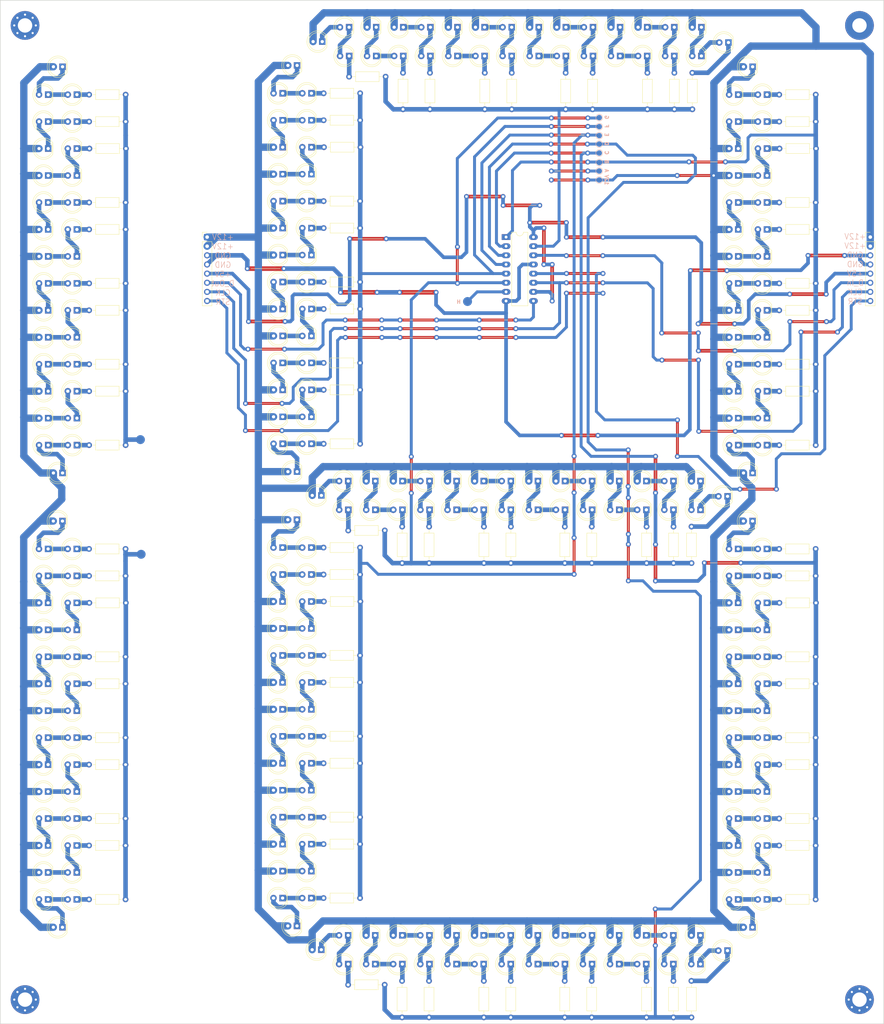
<source format=kicad_pcb>
(kicad_pcb (version 20211014) (generator pcbnew)
  (layers (0 "F.Cu" signal) (31 "B.Cu" signal) (34 "B.Paste" user) (35 "F.Paste" user) (36 "B.SilkS" user "B.Silkscreen") (37 "F.SilkS" user "F.Silkscreen") (38 "B.Mask" user) (39 "F.Mask" user) (44 "Edge.Cuts" user))
  (net 0 "")
  (footprint "Resistor_THT:R_Axial_DIN0207_L6.3mm_D2.5mm_P10.16mm_Horizontal" (layer "F.Cu") (at 532.32987 160.375 180)
    (fp_text reference "REF**" hide)
    (fp_text value "R_Axial_DIN0207_L6.3mm_D2.5mm_P10.16mm_Horizontal" hide)
  )
  (footprint "LED_THT:LED_D5.0mm" (layer "F.Cu") (at 510.77487 137.875 180)
    (fp_text reference "REF**" hide)
    (fp_text value "LED_D5.0mm" hide)
  )
  (footprint "LED_THT:LED_D5.0mm" (layer "F.Cu") (at 514.77487 183.125 180)
    (fp_text reference "REF**" hide)
    (fp_text value "LED_D5.0mm" hide)
  )
  (footprint "LED_THT:LED_D5.0mm" (layer "F.Cu") (at 402.54987 -59.25 180)
    (fp_text reference "REF**" hide)
    (fp_text value "LED_D5.0mm" hide)
  )
  (footprint "LED_THT:LED_D5.0mm" (layer "F.Cu") (at 510.77487 152.875 180)
    (fp_text reference "REF**" hide)
    (fp_text value "LED_D5.0mm" hide)
  )
  (footprint "Resistor_THT:R_Axial_DIN0207_L6.3mm_D2.5mm_P10.16mm_Horizontal" (layer "F.Cu") (at 532.32987 137.875 180)
    (fp_text reference "REF**" hide)
    (fp_text value "R_Axial_DIN0207_L6.3mm_D2.5mm_P10.16mm_Horizontal" hide)
  )
  (footprint "LED_THT:LED_D5.0mm" (layer "F.Cu") (at 424.90987 58.9925 180)
    (fp_text reference "REF**" hide)
    (fp_text value "LED_D5.0mm" hide)
  )
  (footprint "THTJumpers:Jumper_P10.16mm_D0.7mm" (layer "F.Cu") (at 540.37491 -3.749994 180)
    (fp_text reference "REF**" hide)
    (fp_text value "Jumper_P10.16mm_D0.7mm" hide)
  )
  (footprint "THTJumpers:Jumper_P10.16mm_D0.7mm" (layer "F.Cu") (at 448.92491 19.050006 180)
    (fp_text reference "REF**" hide)
    (fp_text value "Jumper_P10.16mm_D0.7mm" hide)
  )
  (footprint "LED_THT:LED_D5.0mm" (layer "F.Cu") (at 514.79987 -56.25 180)
    (fp_text reference "REF**" hide)
    (fp_text value "LED_D5.0mm" hide)
  )
  (footprint "LED_THT:LED_D5.0mm" (layer "F.Cu") (at 518.79987 -41 180)
    (fp_text reference "REF**" hide)
    (fp_text value "LED_D5.0mm" hide)
  )
  (footprint "LED_THT:LED_D5.0mm" (layer "F.Cu") (at 388.04987 56.375 180)
    (fp_text reference "REF**" hide)
    (fp_text value "LED_D5.0mm" hide)
  )
  (footprint "LED_THT:LED_D5.0mm" (layer "F.Cu") (at 518.77487 175.375 180)
    (fp_text reference "REF**" hide)
    (fp_text value "LED_D5.0mm" hide)
  )
  (footprint "THTJumpers:Jumper_P10.16mm_D0.7mm" (layer "F.Cu") (at 458.79491 -24.749994)
    (fp_text reference "REF**" hide)
    (fp_text value "Jumper_P10.16mm_D0.7mm" hide)
  )
  (footprint "LED_THT:LED_D5.0mm" (layer "F.Cu") (at 322.775 183.125 180)
    (fp_text reference "REF**" hide)
    (fp_text value "LED_D5.0mm" hide)
  )
  (footprint "LED_THT:LED_D5.0mm" (layer "F.Cu") (at 326.775 115.375 180)
    (fp_text reference "REF**" hide)
    (fp_text value "LED_D5.0mm" hide)
  )
  (footprint "LED_THT:LED_D5.0mm" (layer "F.Cu") (at 417.36987 66.9925 180)
    (fp_text reference "REF**" hide)
    (fp_text value "LED_D5.0mm" hide)
  )
  (footprint "LED_THT:LED_D5.0mm" (layer "F.Cu") (at 417.60487 -59.25 180)
    (fp_text reference "REF**" hide)
    (fp_text value "LED_D5.0mm" hide)
  )
  (footprint "LED_THT:LED_D5.0mm" (layer "F.Cu") (at 470.38487 -59.25 180)
    (fp_text reference "REF**" hide)
    (fp_text value "LED_D5.0mm" hide)
  )
  (footprint "LED_THT:LED_D5.0mm" (layer "F.Cu") (at 518.79987 34 180)
    (fp_text reference "REF**" hide)
    (fp_text value "LED_D5.0mm" hide)
  )
  (footprint "Resistor_THT:R_Axial_DIN0207_L6.3mm_D2.5mm_P10.16mm_Horizontal" (layer "F.Cu") (at 340.355 -11 180)
    (fp_text reference "REF**" hide)
    (fp_text value "R_Axial_DIN0207_L6.3mm_D2.5mm_P10.16mm_Horizontal" hide)
  )
  (footprint "THTJumpers:Jumper_P10.16mm_D0.7mm" (layer "F.Cu") (at 412.85491 -8.399994 180)
    (fp_text reference "REF**" hide)
    (fp_text value "Jumper_P10.16mm_D0.7mm" hide)
  )
  (footprint "LED_THT:LED_D5.0mm" (layer "F.Cu") (at 326.775 122.875 180)
    (fp_text reference "REF**" hide)
    (fp_text value "LED_D5.0mm" hide)
  )
  (footprint "" (layer "F.Cu") (at 344.66487 79.3675)
    (fp_text reference "")
    (fp_text value "")
  )
  (footprint "LED_THT:LED_D5.0mm" (layer "F.Cu") (at 432.44987 66.9925 180)
    (fp_text reference "REF**" hide)
    (fp_text value "LED_D5.0mm" hide)
  )
  (footprint "LED_THT:LED_D5.0mm" (layer "F.Cu") (at 392.02487 145 180)
    (fp_text reference "REF**" hide)
    (fp_text value "LED_D5.0mm" hide)
  )
  (footprint "THTJumpers:Jumper_P10.16mm_D0.7mm" (layer "F.Cu") (at 426.85491 19.050006 180)
    (fp_text reference "REF**" hide)
    (fp_text value "Jumper_P10.16mm_D0.7mm" hide)
  )
  (footprint "LED_THT:LED_D5.0mm" (layer "F.Cu") (at 432.68487 -59.25 180)
    (fp_text reference "REF**" hide)
    (fp_text value "LED_D5.0mm" hide)
  )
  (footprint "LED_THT:LED_D5.0mm" (layer "F.Cu") (at 510.79987 26.5 180)
    (fp_text reference "REF**" hide)
    (fp_text value "LED_D5.0mm" hide)
  )
  (footprint "Resistor_THT:R_Axial_DIN0207_L6.3mm_D2.5mm_P10.16mm_Horizontal" (layer "F.Cu") (at 447.77487 -44.42 90)
    (fp_text reference "REF**" hide)
    (fp_text value "R_Axial_DIN0207_L6.3mm_D2.5mm_P10.16mm_Horizontal" hide)
  )
  (footprint "LED_THT:LED_D5.0mm" (layer "F.Cu") (at 477.68987 58.9925 180)
    (fp_text reference "REF**" hide)
    (fp_text value "LED_D5.0mm" hide)
  )
  (footprint "Resistor_THT:R_Axial_DIN0207_L6.3mm_D2.5mm_P10.16mm_Horizontal" (layer "F.Cu") (at 440.03987 81.8225 90)
    (fp_text reference "REF**" hide)
    (fp_text value "R_Axial_DIN0207_L6.3mm_D2.5mm_P10.16mm_Horizontal" hide)
  )
  (footprint "LED_THT:LED_D5.0mm" (layer "F.Cu") (at 384.02487 92.5 180)
    (fp_text reference "REF**" hide)
    (fp_text value "LED_D5.0mm" hide)
  )
  (footprint "Resistor_THT:R_Axial_DIN0207_L6.3mm_D2.5mm_P10.16mm_Horizontal" (layer "F.Cu") (at 462.51487 208.1975 90)
    (fp_text reference "REF**" hide)
    (fp_text value "R_Axial_DIN0207_L6.3mm_D2.5mm_P10.16mm_Horizontal" hide)
  )
  (footprint "Resistor_THT:R_Axial_DIN0207_L6.3mm_D2.5mm_P10.16mm_Horizontal" (layer "F.Cu") (at 440.01487 208.1975 90)
    (fp_text reference "REF**" hide)
    (fp_text value "R_Axial_DIN0207_L6.3mm_D2.5mm_P10.16mm_Horizontal" hide)
  )
  (footprint "LED_THT:LED_D5.0mm" (layer "F.Cu") (at 318.775 175.375 180)
    (fp_text reference "REF**" hide)
    (fp_text value "LED_D5.0mm" hide)
  )
  (footprint "LED_THT:LED_D5.0mm" (layer "F.Cu") (at 318.8 -48.5 180)
    (fp_text reference "REF**" hide)
    (fp_text value "LED_D5.0mm" hide)
  )
  (footprint "LED_THT:LED_D5.0mm" (layer "F.Cu") (at 388.02487 182.75 180)
    (fp_text reference "REF**" hide)
    (fp_text value "LED_D5.0mm" hide)
  )
  (footprint "LED_THT:LED_D5.0mm" (layer "F.Cu") (at 507.82987 63.2425 180)
    (fp_text reference "REF**" hide)
    (fp_text value "LED_D5.0mm" hide)
  )
  (footprint "LED_THT:LED_D5.0mm" (layer "F.Cu") (at 384.02487 160 180)
    (fp_text reference "REF**" hide)
    (fp_text value "LED_D5.0mm" hide)
  )
  (footprint "LED_THT:LED_D5.0mm" (layer "F.Cu") (at 455.04487 185.3675 180)
    (fp_text reference "REF**" hide)
    (fp_text value "LED_D5.0mm" hide)
  )
  (footprint "LED_THT:LED_D5.0mm" (layer "F.Cu") (at 402.31487 66.9925 180)
    (fp_text reference "REF**" hide)
    (fp_text value "LED_D5.0mm" hide)
  )
  (footprint "LED_THT:LED_D5.0mm" (layer "F.Cu") (at 326.775 100.375 180)
    (fp_text reference "REF**" hide)
    (fp_text value "LED_D5.0mm" hide)
  )
  (footprint "LED_THT:LED_D5.0mm" (layer "F.Cu") (at 518.77487 152.875 180)
    (fp_text reference "REF**" hide)
    (fp_text value "LED_D5.0mm" hide)
  )
  (footprint "Resistor_THT:R_Axial_DIN0207_L6.3mm_D2.5mm_P10.16mm_Horizontal" (layer "F.Cu") (at 532.32987 107.875 180)
    (fp_text reference "REF**" hide)
    (fp_text value "R_Axial_DIN0207_L6.3mm_D2.5mm_P10.16mm_Horizontal" hide)
  )
  (footprint "LED_THT:LED_D5.0mm" (layer "F.Cu") (at 392.02487 160 180)
    (fp_text reference "REF**" hide)
    (fp_text value "LED_D5.0mm" hide)
  )
  (footprint "THTJumpers:Jumper_P10.16mm_D0.7mm" (layer "F.Cu") (at 493.79491 -25.999994)
    (fp_text reference "REF**" hide)
    (fp_text value "Jumper_P10.16mm_D0.7mm" hide)
  )
  (footprint "THTJumpers:Jumper_P10.16mm_D0.7mm" (layer "F.Cu") (at 411.65491 19.050006 180)
    (fp_text reference "REF**" hide)
    (fp_text value "Jumper_P10.16mm_D0.7mm" hide)
  )
  (footprint "Resistor_THT:R_Axial_DIN0207_L6.3mm_D2.5mm_P10.16mm_Horizontal" (layer "F.Cu") (at 340.355 -18.5 180)
    (fp_text reference "REF**" hide)
    (fp_text value "R_Axial_DIN0207_L6.3mm_D2.5mm_P10.16mm_Horizontal" hide)
  )
  (footprint "LED_THT:LED_D5.0mm" (layer "F.Cu") (at 485.46487 -59.25 180)
    (fp_text reference "REF**" hide)
    (fp_text value "LED_D5.0mm" hide)
  )
  (footprint "LED_THT:LED_D5.0mm" (layer "F.Cu") (at 510.79987 19 180)
    (fp_text reference "REF**" hide)
    (fp_text value "LED_D5.0mm" hide)
  )
  (footprint "LED_THT:LED_D5.0mm" (layer "F.Cu") (at 432.68487 -67.25 180)
    (fp_text reference "REF**" hide)
    (fp_text value "LED_D5.0mm" hide)
  )
  (footprint "LED_THT:LED_D5.0mm" (layer "F.Cu") (at 447.50487 185.3675 180)
    (fp_text reference "REF**" hide)
    (fp_text value "LED_D5.0mm" hide)
  )
  (footprint "LED_THT:LED_D5.0mm" (layer "F.Cu") (at 455.04487 193.3675 180)
    (fp_text reference "REF**" hide)
    (fp_text value "LED_D5.0mm" hide)
  )
  (footprint "Resistor_THT:R_Axial_DIN0207_L6.3mm_D2.5mm_P10.16mm_Horizontal" (layer "F.Cu") (at 424.78987 81.8225 90)
    (fp_text reference "REF**" hide)
    (fp_text value "R_Axial_DIN0207_L6.3mm_D2.5mm_P10.16mm_Horizontal" hide)
  )
  (footprint "THTJumpers:Jumper_P10.16mm_D0.7mm" (layer "F.Cu") (at 473.13491 3.850006 180)
    (fp_text reference "REF**" hide)
    (fp_text value "Jumper_P10.16mm_D0.7mm" hide)
  )
  (footprint "Resistor_THT:R_Axial_DIN0207_L6.3mm_D2.5mm_P10.16mm_Horizontal" (layer "F.Cu") (at 417.26487 208.1975 90)
    (fp_text reference "REF**" hide)
    (fp_text value "R_Axial_DIN0207_L6.3mm_D2.5mm_P10.16mm_Horizontal" hide)
  )
  (footprint "LED_THT:LED_D5.0mm" (layer "F.Cu") (at 322.775 70.125 180)
    (fp_text reference "REF**" hide)
    (fp_text value "LED_D5.0mm" hide)
  )
  (footprint "LED_THT:LED_D5.0mm" (layer "F.Cu") (at 510.77487 85.375 180)
    (fp_text reference "REF**" hide)
    (fp_text value "LED_D5.0mm" hide)
  )
  (footprint "LED_THT:LED_D5.0mm" (layer "F.Cu") (at 470.12487 193.3675 180)
    (fp_text reference "REF**" hide)
    (fp_text value "LED_D5.0mm" hide)
  )
  (footprint "LED_THT:LED_D5.0mm" (layer "F.Cu") (at 424.88487 193.3675 180)
    (fp_text reference "REF**" hide)
    (fp_text value "LED_D5.0mm" hide)
  )
  (footprint "LED_THT:LED_D5.0mm" (layer "F.Cu") (at 424.88487 185.3675 180)
    (fp_text reference "REF**" hide)
    (fp_text value "LED_D5.0mm" hide)
  )
  (footprint "Resistor_THT:R_Axial_DIN0207_L6.3mm_D2.5mm_P10.16mm_Horizontal" (layer "F.Cu") (at 532.35487 11.5 180)
    (fp_text reference "REF**" hide)
    (fp_text value "R_Axial_DIN0207_L6.3mm_D2.5mm_P10.16mm_Horizontal" hide)
  )
  (footprint "THTJumpers:Jumper_P10.16mm_D0.7mm" (layer "F.Cu") (at 465.12491 62.230006 90)
    (fp_text reference "REF**" hide)
    (fp_text value "Jumper_P10.16mm_D0.7mm" hide)
  )
  (footprint "Resistor_THT:R_Axial_DIN0207_L6.3mm_D2.5mm_P10.16mm_Horizontal" (layer "F.Cu") (at 532.35487 4 180)
    (fp_text reference "REF**" hide)
    (fp_text value "R_Axial_DIN0207_L6.3mm_D2.5mm_P10.16mm_Horizontal" hide)
  )
  (footprint "THTJumpers:Jumper_P10.16mm_D0.7mm" (layer "F.Cu") (at 509.98491 45.150006 180)
    (fp_text reference "REF**" hide)
    (fp_text value "Jumper_P10.16mm_D0.7mm" hide)
  )
  (footprint "LED_THT:LED_D5.0mm" (layer "F.Cu") (at 432.44987 58.9925 180)
    (fp_text reference "REF**" hide)
    (fp_text value "LED_D5.0mm" hide)
  )
  (footprint "LED_THT:LED_D5.0mm" (layer "F.Cu") (at 384.02487 122.5 180)
    (fp_text reference "REF**" hide)
    (fp_text value "LED_D5.0mm" hide)
  )
  (footprint "LED_THT:LED_D5.0mm" (layer "F.Cu") (at 518.77487 85.375 180)
    (fp_text reference "REF**" hide)
    (fp_text value "LED_D5.0mm" hide)
  )
  (footprint "Resistor_THT:R_Axial_DIN0207_L6.3mm_D2.5mm_P10.16mm_Horizontal" (layer "F.Cu") (at 405.57987 152.5 180)
    (fp_text reference "REF**" hide)
    (fp_text value "R_Axial_DIN0207_L6.3mm_D2.5mm_P10.16mm_Horizontal" hide)
  )
  (footprint "LED_THT:LED_D5.0mm" (layer "F.Cu") (at 402.52487 -67.25 180)
    (fp_text reference "REF**" hide)
    (fp_text value "LED_D5.0mm" hide)
  )
  (footprint "THTJumpers:Jumper_P10.16mm_D0.7mm" (layer "F.Cu") (at 426.72491 6.500006 180)
    (fp_text reference "REF**" hide)
    (fp_text value "Jumper_P10.16mm_D0.7mm" hide)
  )
  (footprint "LED_THT:LED_D5.0mm" (layer "F.Cu") (at 518.79987 41.5 180)
    (fp_text reference "REF**" hide)
    (fp_text value "LED_D5.0mm" hide)
  )
  (footprint "THTJumpers:Jumper_P10.16mm_D0.7mm" (layer "F.Cu") (at 473.15491 -8.849994 180)
    (fp_text reference "REF**" hide)
    (fp_text value "Jumper_P10.16mm_D0.7mm" hide)
  )
  (footprint "LED_THT:LED_D5.0mm" (layer "F.Cu") (at 392.02487 107.5 180)
    (fp_text reference "REF**" hide)
    (fp_text value "LED_D5.0mm" hide)
  )
  (footprint "LED_THT:LED_D5.0mm" (layer "F.Cu") (at 326.775 160.375 180)
    (fp_text reference "REF**" hide)
    (fp_text value "LED_D5.0mm" hide)
  )
  (footprint "LED_THT:LED_D5.0mm" (layer "F.Cu") (at 326.775 152.875 180)
    (fp_text reference "REF**" hide)
    (fp_text value "LED_D5.0mm" hide)
  )
  (footprint "LED_THT:LED_D5.0mm" (layer "F.Cu") (at 439.98987 66.9925 180)
    (fp_text reference "REF**" hide)
    (fp_text value "LED_D5.0mm" hide)
  )
  (footprint "LED_THT:LED_D5.0mm" (layer "F.Cu") (at 470.14987 58.9925 180)
    (fp_text reference "REF**" hide)
    (fp_text value "LED_D5.0mm" hide)
  )
  (footprint "THTJumpers:Jumper_P10.16mm_D0.7mm" (layer "F.Cu") (at 465.12491 84.930006 90)
    (fp_text reference "REF**" hide)
    (fp_text value "Jumper_P10.16mm_D0.7mm" hide)
  )
  (footprint "LED_THT:LED_D5.0mm" (layer "F.Cu") (at 392.02487 152.5 180)
    (fp_text reference "REF**" hide)
    (fp_text value "LED_D5.0mm" hide)
  )
  (footprint "LED_THT:LED_D5.0mm" (layer "F.Cu") (at 388.02487 69.75 180)
    (fp_text reference "REF**" hide)
    (fp_text value "LED_D5.0mm" hide)
  )
  (footprint "Resistor_THT:R_Axial_DIN0207_L6.3mm_D2.5mm_P10.16mm_Horizontal" (layer "F.Cu") (at 497.76487 208.1975 90)
    (fp_text reference "REF**" hide)
    (fp_text value "R_Axial_DIN0207_L6.3mm_D2.5mm_P10.16mm_Horizontal" hide)
  )
  (footprint "LED_THT:LED_D5.0mm" (layer "F.Cu") (at 518.79987 -48.5 180)
    (fp_text reference "REF**" hide)
    (fp_text value "LED_D5.0mm" hide)
  )
  (footprint "LED_THT:LED_D5.0mm" (layer "F.Cu") (at 384.02487 100 180)
    (fp_text reference "REF**" hide)
    (fp_text value "LED_D5.0mm" hide)
  )
  (footprint "THTJumpers:Jumper_P10.16mm_D0.7mm" (layer "F.Cu") (at 426.85491 14.200006 180)
    (fp_text reference "REF**" hide)
    (fp_text value "Jumper_P10.16mm_D0.7mm" hide)
  )
  (footprint "LED_THT:LED_D5.0mm" (layer "F.Cu") (at 518.79987 19 180)
    (fp_text reference "REF**" hide)
    (fp_text value "LED_D5.0mm" hide)
  )
  (footprint "Resistor_THT:R_Axial_DIN0207_L6.3mm_D2.5mm_P10.16mm_Horizontal" (layer "F.Cu") (at 532.35487 -48.5 180)
    (fp_text reference "REF**" hide)
    (fp_text value "R_Axial_DIN0207_L6.3mm_D2.5mm_P10.16mm_Horizontal" hide)
  )
  (footprint "Resistor_THT:R_Axial_DIN0207_L6.3mm_D2.5mm_P10.16mm_Horizontal" (layer "F.Cu") (at 532.32987 152.875 180)
    (fp_text reference "REF**" hide)
    (fp_text value "R_Axial_DIN0207_L6.3mm_D2.5mm_P10.16mm_Horizontal" hide)
  )
  (footprint "LED_THT:LED_D5.0mm" (layer "F.Cu") (at 392.02487 115 180)
    (fp_text reference "REF**" hide)
    (fp_text value "LED_D5.0mm" hide)
  )
  (footprint "LED_THT:LED_D5.0mm" (layer "F.Cu") (at 392.04987 41.125 180)
    (fp_text reference "REF**" hide)
    (fp_text value "LED_D5.0mm" hide)
  )
  (footprint "LED_THT:LED_D5.0mm" (layer "F.Cu") (at 318.775 107.875 180)
    (fp_text reference "REF**" hide)
    (fp_text value "LED_D5.0mm" hide)
  )
  (footprint "LED_THT:LED_D5.0mm" (layer "F.Cu") (at 384.02487 115 180)
    (fp_text reference "REF**" hide)
    (fp_text value "LED_D5.0mm" hide)
  )
  (footprint "LED_THT:LED_D5.0mm" (layer "F.Cu") (at 485.20487 193.3675 180)
    (fp_text reference "REF**" hide)
    (fp_text value "LED_D5.0mm" hide)
  )
  (footprint "LED_THT:LED_D5.0mm" (layer "F.Cu") (at 470.14987 66.9925 180)
    (fp_text reference "REF**" hide)
    (fp_text value "LED_D5.0mm" hide)
  )
  (footprint "LED_THT:LED_D5.0mm" (layer "F.Cu") (at 492.74487 193.3675 180)
    (fp_text reference "REF**" hide)
    (fp_text value "LED_D5.0mm" hide)
  )
  (footprint "LED_THT:LED_D5.0mm" (layer "F.Cu") (at 477.66487 185.3675 180)
    (fp_text reference "REF**" hide)
    (fp_text value "LED_D5.0mm" hide)
  )
  (footprint "Resistor_THT:R_Axial_DIN0207_L6.3mm_D2.5mm_P10.16mm_Horizontal" (layer "F.Cu") (at 340.33 107.875 180)
    (fp_text reference "REF**" hide)
    (fp_text value "R_Axial_DIN0207_L6.3mm_D2.5mm_P10.16mm_Horizontal" hide)
  )
  (footprint "LED_THT:LED_D5.0mm" (layer "F.Cu") (at 326.8 -41 180)
    (fp_text reference "REF**" hide)
    (fp_text value "LED_D5.0mm" hide)
  )
  (footprint "LED_THT:LED_D5.0mm" (layer "F.Cu") (at 384.04987 -48.875 180)
    (fp_text reference "REF**" hide)
    (fp_text value "LED_D5.0mm" hide)
  )
  (footprint "LED_THT:LED_D5.0mm" (layer "F.Cu") (at 318.8 -11 180)
    (fp_text reference "REF**" hide)
    (fp_text value "LED_D5.0mm" hide)
  )
  (footprint "LED_THT:LED_D5.0mm" (layer "F.Cu") (at 485.20487 185.3675 180)
    (fp_text reference "REF**" hide)
    (fp_text value "LED_D5.0mm" hide)
  )
  (footprint "LED_THT:LED_D5.0mm" (layer "F.Cu") (at 485.46487 -67.25 180)
    (fp_text reference "REF**" hide)
    (fp_text value "LED_D5.0mm" hide)
  )
  (footprint "Resistor_THT:R_Axial_DIN0207_L6.3mm_D2.5mm_P10.16mm_Horizontal" (layer "F.Cu") (at 485.28987 81.8225 90)
    (fp_text reference "REF**" hide)
    (fp_text value "R_Axial_DIN0207_L6.3mm_D2.5mm_P10.16mm_Horizontal" hide)
  )
  (footprint "LED_THT:LED_D5.0mm" (layer "F.Cu") (at 462.58487 185.3675 180)
    (fp_text reference "REF**" hide)
    (fp_text value "LED_D5.0mm" hide)
  )
  (footprint "Resistor_THT:R_Axial_DIN0207_L6.3mm_D2.5mm_P10.16mm_Horizontal" (layer "F.Cu") (at 340.33 85.375 180)
    (fp_text reference "REF**" hide)
    (fp_text value "R_Axial_DIN0207_L6.3mm_D2.5mm_P10.16mm_Horizontal" hide)
  )
  (footprint "THTJumpers:Jumper_P10.16mm_D0.7mm" (layer "F.Cu") (at 445.35491 -20.149994 180)
    (fp_text reference "REF**" hide)
    (fp_text value "Jumper_P10.16mm_D0.7mm" hide)
  )
  (footprint "THTJumpers:Jumper_P10.16mm_D0.7mm" (layer "F.Cu") (at 521.40491 61.250006 180)
    (fp_text reference "REF**" hide)
    (fp_text value "Jumper_P10.16mm_D0.7mm" hide)
  )
  (footprint "Resistor_THT:R_Axial_DIN0207_L6.3mm_D2.5mm_P10.16mm_Horizontal" (layer "F.Cu") (at 405.57987 130 180)
    (fp_text reference "REF**" hide)
    (fp_text value "R_Axial_DIN0207_L6.3mm_D2.5mm_P10.16mm_Horizontal" hide)
  )
  (footprint "Resistor_THT:R_Axial_DIN0207_L6.3mm_D2.5mm_P10.16mm_Horizontal" (layer "F.Cu") (at 470.27487 -44.42 90)
    (fp_text reference "REF**" hide)
    (fp_text value "R_Axial_DIN0207_L6.3mm_D2.5mm_P10.16mm_Horizontal" hide)
  )
  (footprint "THTJumpers:Jumper_P10.16mm_D0.7mm" (layer "F.Cu") (at 426.87491 16.600006 180)
    (fp_text reference "REF**" hide)
    (fp_text value "Jumper_P10.16mm_D0.7mm" hide)
  )
  (footprint "LED_THT:LED_D5.0mm" (layer "F.Cu") (at 392.04987 -48.875 180)
    (fp_text reference "REF**" hide)
    (fp_text value "LED_D5.0mm" hide)
  )
  (footprint "MountingHole:MountingHole_4mm_Pad_Via" (layer "F.Cu") (at 312.36487 -67.749994)
    (fp_text reference "REF**" hide)
    (fp_text value "MountingHole_4mm_Pad_Via" hide)
  )
  (footprint "LED_THT:LED_D5.0mm" (layer "F.Cu") (at 392.04987 26.125 180)
    (fp_text reference "REF**" hide)
    (fp_text value "LED_D5.0mm" hide)
  )
  (footprint "THTJumpers:Jumper_P10.16mm_D0.7mm" (layer "F.Cu") (at 432.67491 3.980006 90)
    (fp_text reference "REF**" hide)
    (fp_text value "Jumper_P10.16mm_D0.7mm" hide)
  )
  (footprint "THTJumpers:Jumper_P10.16mm_D0.7mm" (layer "F.Cu") (at 538.40491 17.550006 180)
    (fp_text reference "REF**" hide)
    (fp_text value "Jumper_P10.16mm_D0.7mm" hide)
  )
  (footprint "THTJumpers:Jumper_P10.16mm_D0.7mm" (layer "F.Cu") (at 499.67491 17.800006 180)
    (fp_text reference "REF**" hide)
    (fp_text value "Jumper_P10.16mm_D0.7mm" hide)
  )
  (footprint "LED_THT:LED_D5.0mm" (layer "F.Cu") (at 477.66487 193.3675 180)
    (fp_text reference "REF**" hide)
    (fp_text value "LED_D5.0mm" hide)
  )
  (footprint "Resistor_THT:R_Axial_DIN0207_L6.3mm_D2.5mm_P10.16mm_Horizontal" (layer "F.Cu") (at 405.60487 -48.875 180)
    (fp_text reference "REF**" hide)
    (fp_text value "R_Axial_DIN0207_L6.3mm_D2.5mm_P10.16mm_Horizontal" hide)
  )
  (footprint "LED_THT:LED_D5.0mm" (layer "F.Cu") (at 518.77487 145.375 180)
    (fp_text reference "REF**" hide)
    (fp_text value "LED_D5.0mm" hide)
  )
  (footprint "LED_THT:LED_D5.0mm" (layer "F.Cu") (at 518.77487 107.875 180)
    (fp_text reference "REF**" hide)
    (fp_text value "LED_D5.0mm" hide)
  )
  (footprint "Resistor_THT:R_Axial_DIN0207_L6.3mm_D2.5mm_P10.16mm_Horizontal" (layer "F.Cu") (at 532.35487 49 180)
    (fp_text reference "REF**" hide)
    (fp_text value "R_Axial_DIN0207_L6.3mm_D2.5mm_P10.16mm_Horizontal" hide)
  )
  (footprint "LED_THT:LED_D5.0mm" (layer "F.Cu") (at 326.775 92.875 180)
    (fp_text reference "REF**" hide)
    (fp_text value "LED_D5.0mm" hide)
  )
  (footprint "LED_THT:LED_D5.0mm" (layer "F.Cu") (at 318.775 77.875 180)
    (fp_text reference "REF**" hide)
    (fp_text value "LED_D5.0mm" hide)
  )
  (footprint "" (layer "F.Cu") (at 344.46487 47.4675)
    (fp_text reference "")
    (fp_text value "")
  )
  (footprint "LED_THT:LED_D5.0mm" (layer "F.Cu") (at 510.77487 100.375 180)
    (fp_text reference "REF**" hide)
    (fp_text value "LED_D5.0mm" hide)
  )
  (footprint "LED_THT:LED_D5.0mm" (layer "F.Cu") (at 392.02487 167.5 180)
    (fp_text reference "REF**" hide)
    (fp_text value "LED_D5.0mm" hide)
  )
  (footprint "THTJumpers:Jumper_P10.16mm_D0.7mm" (layer "F.Cu") (at 509.88491 22.750006 180)
    (fp_text reference "REF**" hide)
    (fp_text value "Jumper_P10.16mm_D0.7mm" hide)
  )
  (footprint "LED_THT:LED_D5.0mm" (layer "F.Cu") (at 510.79987 -33.5 180)
    (fp_text reference "REF**" hide)
    (fp_text value "LED_D5.0mm" hide)
  )
  (footprint "LED_THT:LED_D5.0mm" (layer "F.Cu") (at 417.60487 -67.25 180)
    (fp_text reference "REF**" hide)
    (fp_text value "LED_D5.0mm" hide)
  )
  (footprint "LED_THT:LED_D5.0mm" (layer "F.Cu") (at 392.04987 -33.875 180)
    (fp_text reference "REF**" hide)
    (fp_text value "LED_D5.0mm" hide)
  )
  (footprint "Resistor_THT:R_Axial_DIN0207_L6.3mm_D2.5mm_P10.16mm_Horizontal" (layer "F.Cu") (at 417.52487 -44.42 90)
    (fp_text reference "REF**" hide)
    (fp_text value "R_Axial_DIN0207_L6.3mm_D2.5mm_P10.16mm_Horizontal" hide)
  )
  (footprint "LED_THT:LED_D5.0mm" (layer "F.Cu") (at 326.775 130.375 180)
    (fp_text reference "REF**" hide)
    (fp_text value "LED_D5.0mm" hide)
  )
  (footprint "Resistor_THT:R_Axial_DIN0207_L6.3mm_D2.5mm_P10.16mm_Horizontal" (layer "F.Cu") (at 532.32987 115.375 180)
    (fp_text reference "REF**" hide)
    (fp_text value "R_Axial_DIN0207_L6.3mm_D2.5mm_P10.16mm_Horizontal" hide)
  )
  (footprint "Resistor_THT:R_Axial_DIN0207_L6.3mm_D2.5mm_P10.16mm_Horizontal" (layer "F.Cu") (at 532.35487 34 180)
    (fp_text reference "REF**" hide)
    (fp_text value "R_Axial_DIN0207_L6.3mm_D2.5mm_P10.16mm_Horizontal" hide)
  )
  (footprint "LED_THT:LED_D5.0mm" (layer "F.Cu") (at 326.8 34 180)
    (fp_text reference "REF**" hide)
    (fp_text value "LED_D5.0mm" hide)
  )
  (footprint "LED_THT:LED_D5.0mm" (layer "F.Cu") (at 455.30487 -59.25 180)
    (fp_text reference "REF**" hide)
    (fp_text value "LED_D5.0mm" hide)
  )
  (footprint "Resistor_THT:R_Axial_DIN0207_L6.3mm_D2.5mm_P10.16mm_Horizontal" (layer "F.Cu") (at 485.52487 -44.42 90)
    (fp_text reference "REF**" hide)
    (fp_text value "R_Axial_DIN0207_L6.3mm_D2.5mm_P10.16mm_Horizontal" hide)
  )
  (footprint "LED_THT:LED_D5.0mm" (layer "F.Cu") (at 514.79987 56.75 180)
    (fp_text reference "REF**" hide)
    (fp_text value "LED_D5.0mm" hide)
  )
  (footprint "LED_THT:LED_D5.0mm" (layer "F.Cu") (at 439.96487 185.3675 180)
    (fp_text reference "REF**" hide)
    (fp_text value "LED_D5.0mm" hide)
  )
  (footprint "LED_THT:LED_D5.0mm" (layer "F.Cu") (at 409.82987 58.9925 180)
    (fp_text reference "REF**" hide)
    (fp_text value "LED_D5.0mm" hide)
  )
  (footprint "LED_THT:LED_D5.0mm" (layer "F.Cu") (at 507.80487 189.6175 180)
    (fp_text reference "REF**" hide)
    (fp_text value "LED_D5.0mm" hide)
  )
  (footprint "Resistor_THT:R_Axial_DIN0207_L6.3mm_D2.5mm_P10.16mm_Horizontal" (layer "F.Cu") (at 405.60487 11.125 180)
    (fp_text reference "REF**" hide)
    (fp_text value "R_Axial_DIN0207_L6.3mm_D2.5mm_P10.16mm_Horizontal" hide)
  )
  (footprint "LED_THT:LED_D5.0mm" (layer "F.Cu") (at 409.80487 193.3675 180)
    (fp_text reference "REF**" hide)
    (fp_text value "LED_D5.0mm" hide)
  )
  (footprint "Resistor_THT:R_Axial_DIN0207_L6.3mm_D2.5mm_P10.16mm_Horizontal" (layer "F.Cu") (at 405.68487 -33.875 180)
    (fp_text reference "REF**" hide)
    (fp_text value "R_Axial_DIN0207_L6.3mm_D2.5mm_P10.16mm_Horizontal" hide)
  )
  (footprint "THTJumpers:Jumper_P10.16mm_D0.7mm" (layer "F.Cu") (at 458.79491 -27.249994)
    (fp_text reference "REF**" hide)
    (fp_text value "Jumper_P10.16mm_D0.7mm" hide)
  )
  (footprint "THTJumpers:Jumper_P10.16mm_D0.7mm" (layer "F.Cu") (at 410.30491 6.500006 180)
    (fp_text reference "REF**" hide)
    (fp_text value "Jumper_P10.16mm_D0.7mm" hide)
  )
  (footprint "THTJumpers:Jumper_P10.16mm_D0.7mm" (layer "F.Cu") (at 499.72491 25.350006 180)
    (fp_text reference "REF**" hide)
    (fp_text value "Jumper_P10.16mm_D0.7mm" hide)
  )
  (footprint "LED_THT:LED_D5.0mm" (layer "F.Cu") (at 318.775 122.875 180)
    (fp_text reference "REF**" hide)
    (fp_text value "LED_D5.0mm" hide)
  )
  (footprint "LED_THT:LED_D5.0mm" (layer "F.Cu") (at 392.04987 -18.875 180)
    (fp_text reference "REF**" hide)
    (fp_text value "LED_D5.0mm" hide)
  )
  (footprint "LED_THT:LED_D5.0mm" (layer "F.Cu") (at 462.84487 -59.25 180)
    (fp_text reference "REF**" hide)
    (fp_text value "LED_D5.0mm" hide)
  )
  (footprint "LED_THT:LED_D5.0mm" (layer "F.Cu") (at 409.80487 185.3675 180)
    (fp_text reference "REF**" hide)
    (fp_text value "LED_D5.0mm" hide)
  )
  (footprint "Resistor_THT:R_Axial_DIN0207_L6.3mm_D2.5mm_P10.16mm_Horizontal" (layer "F.Cu") (at 340.33 152.875 180)
    (fp_text reference "REF**" hide)
    (fp_text value "R_Axial_DIN0207_L6.3mm_D2.5mm_P10.16mm_Horizontal" hide)
  )
  (footprint "THTJumpers:Jumper_P10.16mm_D0.7mm" (layer "F.Cu") (at 448.90491 16.600006 180)
    (fp_text reference "REF**" hide)
    (fp_text value "Jumper_P10.16mm_D0.7mm" hide)
  )
  (footprint "LED_THT:LED_D5.0mm" (layer "F.Cu") (at 326.8 -26 180)
    (fp_text reference "REF**" hide)
    (fp_text value "LED_D5.0mm" hide)
  )
  (footprint "LED_THT:LED_D5.0mm" (layer "F.Cu") (at 518.77487 122.875 180)
    (fp_text reference "REF**" hide)
    (fp_text value "LED_D5.0mm" hide)
  )
  (footprint "LED_THT:LED_D5.0mm" (layer "F.Cu") (at 417.36987 58.9925 180)
    (fp_text reference "REF**" hide)
    (fp_text value "LED_D5.0mm" hide)
  )
  (footprint "LED_THT:LED_D5.0mm" (layer "F.Cu") (at 318.775 100.375 180)
    (fp_text reference "REF**" hide)
    (fp_text value "LED_D5.0mm" hide)
  )
  (footprint "Resistor_THT:R_Axial_DIN0207_L6.3mm_D2.5mm_P10.16mm_Horizontal" (layer "F.Cu") (at 405.57987 137.5 180)
    (fp_text reference "REF**" hide)
    (fp_text value "R_Axial_DIN0207_L6.3mm_D2.5mm_P10.16mm_Horizontal" hide)
  )
  (footprint "Resistor_THT:R_Axial_DIN0207_L6.3mm_D2.5mm_P10.16mm_Horizontal" (layer "F.Cu") (at 340.355 4 180)
    (fp_text reference "REF**" hide)
    (fp_text value "R_Axial_DIN0207_L6.3mm_D2.5mm_P10.16mm_Horizontal" hide)
  )
  (footprint "LED_THT:LED_D5.0mm" (layer "F.Cu") (at 510.79987 -26 180)
    (fp_text reference "REF**" hide)
    (fp_text value "LED_D5.0mm" hide)
  )
  (footprint "LED_THT:LED_D5.0mm" (layer "F.Cu") (at 326.775 145.375 180)
    (fp_text reference "REF**" hide)
    (fp_text value "LED_D5.0mm" hide)
  )
  (footprint "THTJumpers:Jumper_P10.16mm_D0.7mm" (layer "F.Cu") (at 411.62491 16.550006 180)
    (fp_text reference "REF**" hide)
    (fp_text value "Jumper_P10.16mm_D0.7mm" hide)
  )
  (footprint "LED_THT:LED_D5.0mm" (layer "F.Cu") (at 394.78987 189.3675 180)
    (fp_text reference "REF**" hide)
    (fp_text value "LED_D5.0mm" hide)
  )
  (footprint "THTJumpers:Jumper_P10.16mm_D0.7mm" (layer "F.Cu") (at 473.15491 1.250006 180)
    (fp_text reference "REF**" hide)
    (fp_text value "Jumper_P10.16mm_D0.7mm" hide)
  )
  (footprint "Resistor_THT:R_Axial_DIN0207_L6.3mm_D2.5mm_P10.16mm_Horizontal" (layer "F.Cu") (at 405.60487 -18.875 180)
    (fp_text reference "REF**" hide)
    (fp_text value "R_Axial_DIN0207_L6.3mm_D2.5mm_P10.16mm_Horizontal" hide)
  )
  (footprint "LED_THT:LED_D5.0mm" (layer "F.Cu") (at 322.8 -56.25 180)
    (fp_text reference "REF**" hide)
    (fp_text value "LED_D5.0mm" hide)
  )
  (footprint "LED_THT:LED_D5.0mm" (layer "F.Cu") (at 500.54487 -59.25 180)
    (fp_text reference "REF**" hide)
    (fp_text value "LED_D5.0mm" hide)
  )
  (footprint "THTJumpers:Jumper_P10.16mm_D0.7mm" (layer "F.Cu") (at 383.87491 37.400006 180)
    (fp_text reference "REF**" hide)
    (fp_text value "Jumper_P10.16mm_D0.7mm" hide)
  )
  (footprint "Resistor_THT:R_Axial_DIN0207_L6.3mm_D2.5mm_P10.16mm_Horizontal" (layer "F.Cu") (at 470.03987 81.8225 90)
    (fp_text reference "REF**" hide)
    (fp_text value "R_Axial_DIN0207_L6.3mm_D2.5mm_P10.16mm_Horizontal" hide)
  )
  (footprint "Resistor_THT:R_Axial_DIN0207_L6.3mm_D2.5mm_P10.16mm_Horizontal" (layer "F.Cu") (at 492.76487 208.1975 90)
    (fp_text reference "REF**" hide)
    (fp_text value "R_Axial_DIN0207_L6.3mm_D2.5mm_P10.16mm_Horizontal" hide)
  )
  (footprint "LED_THT:LED_D5.0mm" (layer "F.Cu") (at 518.79987 -18.5 180)
    (fp_text reference "REF**" hide)
    (fp_text value "LED_D5.0mm" hide)
  )
  (footprint "LED_THT:LED_D5.0mm" (layer "F.Cu") (at 455.06987 66.9925 180)
    (fp_text reference "REF**" hide)
    (fp_text value "LED_D5.0mm" hide)
  )
  (footprint "LED_THT:LED_D5.0mm" (layer "F.Cu") (at 395.04987 -63.25 180)
    (fp_text reference "REF**" hide)
    (fp_text value "LED_D5.0mm" hide)
  )
  (footprint "THTJumpers:Jumper_P10.16mm_D0.7mm" (layer "F.Cu") (at 458.79491 -39.649994)
    (fp_text reference "REF**" hide)
    (fp_text value "Jumper_P10.16mm_D0.7mm" hide)
  )
  (footprint "LED_THT:LED_D5.0mm" (layer "F.Cu") (at 318.775 145.375 180)
    (fp_text reference "REF**" hide)
    (fp_text value "LED_D5.0mm" hide)
  )
  (footprint "LED_THT:LED_D5.0mm" (layer "F.Cu") (at 392.04987 -26.375 180)
    (fp_text reference "REF**" hide)
    (fp_text value "LED_D5.0mm" hide)
  )
  (footprint "LED_THT:LED_D5.0mm" (layer "F.Cu") (at 510.77487 115.375 180)
    (fp_text reference "REF**" hide)
    (fp_text value "LED_D5.0mm" hide)
  )
  (footprint "THTJumpers:Jumper_P10.16mm_D0.7mm" (layer "F.Cu") (at 473.12491 -3.699994 180)
    (fp_text reference "REF**" hide)
    (fp_text value "Jumper_P10.16mm_D0.7mm" hide)
  )
  (footprint "LED_THT:LED_D5.0mm" (layer "F.Cu") (at 518.77487 160.375 180)
    (fp_text reference "REF**" hide)
    (fp_text value "LED_D5.0mm" hide)
  )
  (footprint "LED_THT:LED_D5.0mm" (layer "F.Cu") (at 318.8 -33.5 180)
    (fp_text reference "REF**" hide)
    (fp_text value "LED_D5.0mm" hide)
  )
  (footprint "LED_THT:LED_D5.0mm" (layer "F.Cu") (at 384.04987 11.125 180)
    (fp_text reference "REF**" hide)
    (fp_text value "LED_D5.0mm" hide)
  )
  (footprint "THTJumpers:Jumper_P10.16mm_D0.7mm" (layer "F.Cu") (at 473.15491 6.750006 180)
    (fp_text reference "REF**" hide)
    (fp_text value "Jumper_P10.16mm_D0.7mm" hide)
  )
  (footprint "Resistor_THT:R_Axial_DIN0207_L6.3mm_D2.5mm_P10.16mm_Horizontal" (layer "F.Cu") (at 340.33 160.375 180)
    (fp_text reference "REF**" hide)
    (fp_text value "R_Axial_DIN0207_L6.3mm_D2.5mm_P10.16mm_Horizontal" hide)
  )
  (footprint "LED_THT:LED_D5.0mm" (layer "F.Cu") (at 384.02487 85 180)
    (fp_text reference "REF**" hide)
    (fp_text value "LED_D5.0mm" hide)
  )
  (footprint "LED_THT:LED_D5.0mm" (layer "F.Cu") (at 384.04987 3.625 180)
    (fp_text reference "REF**" hide)
    (fp_text value "LED_D5.0mm" hide)
  )
  (footprint "LED_THT:LED_D5.0mm" (layer "F.Cu") (at 318.775 85.375 180)
    (fp_text reference "REF**" hide)
    (fp_text value "LED_D5.0mm" hide)
  )
  (footprint "LED_THT:LED_D5.0mm" (layer "F.Cu") (at 384.04987 -18.875 180)
    (fp_text reference "REF**" hide)
    (fp_text value "LED_D5.0mm" hide)
  )
  (footprint "THTJumpers:Jumper_P10.16mm_D0.7mm" (layer "F.Cu") (at 511.52491 81.750006 180)
    (fp_text reference "REF**" hide)
    (fp_text value "Jumper_P10.16mm_D0.7mm" hide)
  )
  (footprint "LED_THT:LED_D5.0mm" (layer "F.Cu") (at 402.28987 58.9925 180)
    (fp_text reference "REF**" hide)
    (fp_text value "LED_D5.0mm" hide)
  )
  (footprint "LED_THT:LED_D5.0mm" (layer "F.Cu") (at 392.02487 92.5 180)
    (fp_text reference "REF**" hide)
    (fp_text value "LED_D5.0mm" hide)
  )
  (footprint "Connector_PinHeader_2.54mm:PinHeader_1x08_P2.54mm_Vertical" (layer "F.Cu") (at 547.52491 -8.874994)
    (fp_text reference "REF**" hide)
    (fp_text value "PinHeader_1x08_P2.54mm_Vertical" hide)
  )
  (footprint "LED_THT:LED_D5.0mm" (layer "F.Cu") (at 384.02487 107.5 180)
    (fp_text reference "REF**" hide)
    (fp_text value "LED_D5.0mm" hide)
  )
  (footprint "LED_THT:LED_D5.0mm" (layer "F.Cu") (at 493.00487 -67.25 180)
    (fp_text reference "REF**" hide)
    (fp_text value "LED_D5.0mm" hide)
  )
  (footprint "LED_THT:LED_D5.0mm" (layer "F.Cu") (at 518.79987 49 180)
    (fp_text reference "REF**" hide)
    (fp_text value "LED_D5.0mm" hide)
  )
  (footprint "LED_THT:LED_D5.0mm" (layer "F.Cu") (at 384.04987 33.625 180)
    (fp_text reference "REF**" hide)
    (fp_text value "LED_D5.0mm" hide)
  )
  (footprint "LED_THT:LED_D5.0mm" (layer "F.Cu") (at 518.77487 92.875 180)
    (fp_text reference "REF**" hide)
    (fp_text value "LED_D5.0mm" hide)
  )
  (footprint "LED_THT:LED_D5.0mm" (layer "F.Cu") (at 326.775 137.875 180)
    (fp_text reference "REF**" hide)
    (fp_text value "LED_D5.0mm" hide)
  )
  (footprint "LED_THT:LED_D5.0mm" (layer "F.Cu") (at 326.775 175.375 180)
    (fp_text reference "REF**" hide)
    (fp_text value "LED_D5.0mm" hide)
  )
  (footprint "THTJumpers:Jumper_P10.16mm_D0.7mm" (layer "F.Cu") (at 458.74491 -32.249994)
    (fp_text reference "REF**" hide)
    (fp_text value "Jumper_P10.16mm_D0.7mm" hide)
  )
  (footprint "LED_THT:LED_D5.0mm" (layer "F.Cu") (at 447.50487 193.3675 180)
    (fp_text reference "REF**" hide)
    (fp_text value "LED_D5.0mm" hide)
  )
  (footprint "LED_THT:LED_D5.0mm" (layer "F.Cu") (at 326.8 -48.5 180)
    (fp_text reference "REF**" hide)
    (fp_text value "LED_D5.0mm" hide)
  )
  (footprint "THTJumpers:Jumper_P10.16mm_D0.7mm" (layer "F.Cu") (at 535.25491 7.000006 180)
    (fp_text reference "REF**" hide)
    (fp_text value "Jumper_P10.16mm_D0.7mm" hide)
  )
  (footprint "LED_THT:LED_D5.0mm" (layer "F.Cu") (at 518.79987 -3.5 180)
    (fp_text reference "REF**" hide)
    (fp_text value "LED_D5.0mm" hide)
  )
  (footprint "LED_THT:LED_D5.0mm" (layer "F.Cu") (at 462.84487 -67.25 180)
    (fp_text reference "REF**" hide)
    (fp_text value "LED_D5.0mm" hide)
  )
  (footprint "Resistor_THT:R_Axial_DIN0207_L6.3mm_D2.5mm_P10.16mm_Horizontal" (layer "F.Cu") (at 412.44987 72.7425 180)
    (fp_text reference "REF**" hide)
    (fp_text value "R_Axial_DIN0207_L6.3mm_D2.5mm_P10.16mm_Horizontal" hide)
  )
  (footprint "Resistor_THT:R_Axial_DIN0207_L6.3mm_D2.5mm_P10.16mm_Horizontal" (layer "F.Cu") (at 405.60487 48.625 180)
    (fp_text reference "REF**" hide)
    (fp_text value "R_Axial_DIN0207_L6.3mm_D2.5mm_P10.16mm_Horizontal" hide)
  )
  (footprint "LED_THT:LED_D5.0mm" (layer "F.Cu") (at 492.76987 66.9925 180)
    (fp_text reference "REF**" hide)
    (fp_text value "LED_D5.0mm" hide)
  )
  (footprint "Resistor_THT:R_Axial_DIN0207_L6.3mm_D2.5mm_P10.16mm_Horizontal" (layer "F.Cu") (at 340.33 175.375 180)
    (fp_text reference "REF**" hide)
    (fp_text value "R_Axial_DIN0207_L6.3mm_D2.5mm_P10.16mm_Horizontal" hide)
  )
  (footprint "Resistor_THT:R_Axial_DIN0207_L6.3mm_D2.5mm_P10.16mm_Horizontal" (layer "F.Cu") (at 462.53987 81.8225 90)
    (fp_text reference "REF**" hide)
    (fp_text value "R_Axial_DIN0207_L6.3mm_D2.5mm_P10.16mm_Horizontal" hide)
  )
  (footprint "Resistor_THT:R_Axial_DIN0207_L6.3mm_D2.5mm_P10.16mm_Horizontal" (layer "F.Cu") (at 405.60487 -41.375 180)
    (fp_text reference "REF**" hide)
    (fp_text value "R_Axial_DIN0207_L6.3mm_D2.5mm_P10.16mm_Horizontal" hide)
  )
  (footprint "LED_THT:LED_D5.0mm" (layer "F.Cu") (at 384.04987 -26.375 180)
    (fp_text reference "REF**" hide)
    (fp_text value "LED_D5.0mm" hide)
  )
  (footprint "Resistor_THT:R_Axial_DIN0207_L6.3mm_D2.5mm_P10.16mm_Horizontal" (layer "F.Cu") (at 412.68487 -53.5 180)
    (fp_text reference "REF**" hide)
    (fp_text value "R_Axial_DIN0207_L6.3mm_D2.5mm_P10.16mm_Horizontal" hide)
  )
  (footprint "" (layer "F.Cu") (at 435.47491 9.050006)
    (fp_text reference "")
    (fp_text value "")
  )
  (footprint "LED_THT:LED_D5.0mm" (layer "F.Cu") (at 485.22987 66.9925 180)
    (fp_text reference "REF**" hide)
    (fp_text value "LED_D5.0mm" hide)
  )
  (footprint "Resistor_THT:R_Axial_DIN0207_L6.3mm_D2.5mm_P10.16mm_Horizontal" (layer "F.Cu") (at 532.35487 -11 180)
    (fp_text reference "REF**" hide)
    (fp_text value "R_Axial_DIN0207_L6.3mm_D2.5mm_P10.16mm_Horizontal" hide)
  )
  (footprint "LED_THT:LED_D5.0mm" (layer "F.Cu") (at 510.77487 77.875 180)
    (fp_text reference "REF**" hide)
    (fp_text value "LED_D5.0mm" hide)
  )
  (footprint "Resistor_THT:R_Axial_DIN0207_L6.3mm_D2.5mm_P10.16mm_Horizontal" (layer "F.Cu") (at 447.51487 208.1975 90)
    (fp_text reference "REF**" hide)
    (fp_text value "R_Axial_DIN0207_L6.3mm_D2.5mm_P10.16mm_Horizontal" hide)
  )
  (footprint "LED_THT:LED_D5.0mm" (layer "F.Cu") (at 410.06487 -67.25 180)
    (fp_text reference "REF**" hide)
    (fp_text value "LED_D5.0mm" hide)
  )
  (footprint "THTJumpers:Jumper_P10.16mm_D0.7mm" (layer "F.Cu") (at 458.77491 -29.749994)
    (fp_text reference "REF**" hide)
    (fp_text value "Jumper_P10.16mm_D0.7mm" hide)
  )
  (footprint "LED_THT:LED_D5.0mm" (layer "F.Cu") (at 318.775 160.375 180)
    (fp_text reference "REF**" hide)
    (fp_text value "LED_D5.0mm" hide)
  )
  (footprint "LED_THT:LED_D5.0mm" (layer "F.Cu") (at 392.02487 100 180)
    (fp_text reference "REF**" hide)
    (fp_text value "LED_D5.0mm" hide)
  )
  (footprint "LED_THT:LED_D5.0mm" (layer "F.Cu") (at 510.79987 -48.5 180)
    (fp_text reference "REF**" hide)
    (fp_text value "LED_D5.0mm" hide)
  )
  (footprint "LED_THT:LED_D5.0mm" (layer "F.Cu") (at 318.775 152.875 180)
    (fp_text reference "REF**" hide)
    (fp_text value "LED_D5.0mm" hide)
  )
  (footprint "Resistor_THT:R_Axial_DIN0207_L6.3mm_D2.5mm_P10.16mm_Horizontal" (layer "F.Cu") (at 340.41 92.875 180)
    (fp_text reference "REF**" hide)
    (fp_text value "R_Axial_DIN0207_L6.3mm_D2.5mm_P10.16mm_Horizontal" hide)
  )
  (footprint "LED_THT:LED_D5.0mm" (layer "F.Cu") (at 392.02487 122.5 180)
    (fp_text reference "REF**" hide)
    (fp_text value "LED_D5.0mm" hide)
  )
  (footprint "LED_THT:LED_D5.0mm" (layer "F.Cu") (at 518.79987 11.5 180)
    (fp_text reference "REF**" hide)
    (fp_text value "LED_D5.0mm" hide)
  )
  (footprint "Resistor_THT:R_Axial_DIN0207_L6.3mm_D2.5mm_P10.16mm_Horizontal" (layer "F.Cu") (at 498.02487 -44.42 90)
    (fp_text reference "REF**" hide)
    (fp_text value "R_Axial_DIN0207_L6.3mm_D2.5mm_P10.16mm_Horizontal" hide)
  )
  (footprint "Resistor_THT:R_Axial_DIN0207_L6.3mm_D2.5mm_P10.16mm_Horizontal" (layer "F.Cu") (at 405.60487 33.625 180)
    (fp_text reference "REF**" hide)
    (fp_text value "R_Axial_DIN0207_L6.3mm_D2.5mm_P10.16mm_Horizontal" hide)
  )
  (footprint "Resistor_THT:R_Axial_DIN0207_L6.3mm_D2.5mm_P10.16mm_Horizontal" (layer "F.Cu") (at 532.40987 92.875 180)
    (fp_text reference "REF**" hide)
    (fp_text value "R_Axial_DIN0207_L6.3mm_D2.5mm_P10.16mm_Horizontal" hide)
  )
  (footprint "LED_THT:LED_D5.0mm" (layer "F.Cu") (at 326.8 19 180)
    (fp_text reference "REF**" hide)
    (fp_text value "LED_D5.0mm" hide)
  )
  (footprint "LED_THT:LED_D5.0mm" (layer "F.Cu") (at 518.77487 77.875 180)
    (fp_text reference "REF**" hide)
    (fp_text value "LED_D5.0mm" hide)
  )
  (footprint "THTJumpers:Jumper_P10.16mm_D0.7mm" (layer "F.Cu") (at 507.65491 0.450006 180)
    (fp_text reference "REF**" hide)
    (fp_text value "Jumper_P10.16mm_D0.7mm" hide)
  )
  (footprint "LED_THT:LED_D5.0mm" (layer "F.Cu") (at 326.8 26.5 180)
    (fp_text reference "REF**" hide)
    (fp_text value "LED_D5.0mm" hide)
  )
  (footprint "Resistor_THT:R_Axial_DIN0207_L6.3mm_D2.5mm_P10.16mm_Horizontal" (layer "F.Cu") (at 405.57987 175 180)
    (fp_text reference "REF**" hide)
    (fp_text value "R_Axial_DIN0207_L6.3mm_D2.5mm_P10.16mm_Horizontal" hide)
  )
  (footprint "Resistor_THT:R_Axial_DIN0207_L6.3mm_D2.5mm_P10.16mm_Horizontal" (layer "F.Cu") (at 405.57987 107.5 180)
    (fp_text reference "REF**" hide)
    (fp_text value "R_Axial_DIN0207_L6.3mm_D2.5mm_P10.16mm_Horizontal" hide)
  )
  (footprint "LED_THT:LED_D5.0mm" (layer "F.Cu") (at 318.8 26.5 180)
    (fp_text reference "REF**" hide)
    (fp_text value "LED_D5.0mm" hide)
  )
  (footprint "LED_THT:LED_D5.0mm" (layer "F.Cu") (at 455.30487 -67.25 180)
    (fp_text reference "REF**" hide)
    (fp_text value "LED_D5.0mm" hide)
  )
  (footprint "LED_THT:LED_D5.0mm" (layer "F.Cu") (at 392.02487 85 180)
    (fp_text reference "REF**" hide)
    (fp_text value "LED_D5.0mm" hide)
  )
  (footprint "THTJumpers:Jumper_P10.16mm_D0.7mm" (layer "F.Cu") (at 480.22491 86.750006 90)
    (fp_text reference "REF**" hide)
    (fp_text value "Jumper_P10.16mm_D0.7mm" hide)
  )
  (footprint "LED_THT:LED_D5.0mm" (layer "F.Cu") (at 455.06987 58.9925 180)
    (fp_text reference "REF**" hide)
    (fp_text value "LED_D5.0mm" hide)
  )
  (footprint "LED_THT:LED_D5.0mm" (layer "F.Cu") (at 510.77487 145.375 180)
    (fp_text reference "REF**" hide)
    (fp_text value "LED_D5.0mm" hide)
  )
  (footprint "LED_THT:LED_D5.0mm" (layer "F.Cu") (at 326.8 -3.5 180)
    (fp_text reference "REF**" hide)
    (fp_text value "LED_D5.0mm" hide)
  )
  (footprint "LED_THT:LED_D5.0mm" (layer "F.Cu") (at 402.26487 185.3675 180)
    (fp_text reference "REF**" hide)
    (fp_text value "LED_D5.0mm" hide)
  )
  (footprint "THTJumpers:Jumper_P10.16mm_D0.7mm" (layer "F.Cu") (at 493.87491 41.990006 -90)
    (fp_text reference "REF**" hide)
    (fp_text value "Jumper_P10.16mm_D0.7mm" hide)
  )
  (footprint "Resistor_THT:R_Axial_DIN0207_L6.3mm_D2.5mm_P10.16mm_Horizontal" (layer "F.Cu") (at 497.78987 81.8225 90)
    (fp_text reference "REF**" hide)
    (fp_text value "R_Axial_DIN0207_L6.3mm_D2.5mm_P10.16mm_Horizontal" hide)
  )
  (footprint "LED_THT:LED_D5.0mm" (layer "F.Cu") (at 326.8 41.5 180)
    (fp_text reference "REF**" hide)
    (fp_text value "LED_D5.0mm" hide)
  )
  (footprint "Resistor_THT:R_Axial_DIN0207_L6.3mm_D2.5mm_P10.16mm_Horizontal" (layer "F.Cu") (at 447.53987 81.8225 90)
    (fp_text reference "REF**" hide)
    (fp_text value "R_Axial_DIN0207_L6.3mm_D2.5mm_P10.16mm_Horizontal" hide)
  )
  (footprint "LED_THT:LED_D5.0mm" (layer "F.Cu") (at 417.34487 193.3675 180)
    (fp_text reference "REF**" hide)
    (fp_text value "LED_D5.0mm" hide)
  )
  (footprint "LED_THT:LED_D5.0mm" (layer "F.Cu") (at 518.77487 167.875 180)
    (fp_text reference "REF**" hide)
    (fp_text value "LED_D5.0mm" hide)
  )
  (footprint "LED_THT:LED_D5.0mm" (layer "F.Cu") (at 447.52987 58.9925 180)
    (fp_text reference "REF**" hide)
    (fp_text value "LED_D5.0mm" hide)
  )
  (footprint "LED_THT:LED_D5.0mm" (layer "F.Cu") (at 384.04987 -11.375 180)
    (fp_text reference "REF**" hide)
    (fp_text value "LED_D5.0mm" hide)
  )
  (footprint "Resistor_THT:R_Axial_DIN0207_L6.3mm_D2.5mm_P10.16mm_Horizontal" (layer "F.Cu") (at 340.355 11.5 180)
    (fp_text reference "REF**" hide)
    (fp_text value "R_Axial_DIN0207_L6.3mm_D2.5mm_P10.16mm_Horizontal" hide)
  )
  (footprint "LED_THT:LED_D5.0mm" (layer "F.Cu") (at 439.96487 193.3675 180)
    (fp_text reference "REF**" hide)
    (fp_text value "LED_D5.0mm" hide)
  )
  (footprint "THTJumpers:Jumper_P10.16mm_D0.7mm" (layer "F.Cu") (at 383.85491 44.950006 180)
    (fp_text reference "REF**" hide)
    (fp_text value "Jumper_P10.16mm_D0.7mm" hide)
  )
  (footprint "LED_THT:LED_D5.0mm" (layer "F.Cu") (at 392.04987 -3.875 180)
    (fp_text reference "REF**" hide)
    (fp_text value "LED_D5.0mm" hide)
  )
  (footprint "LED_THT:LED_D5.0mm" (layer "F.Cu") (at 424.90987 66.9925 180)
    (fp_text reference "REF**" hide)
    (fp_text value "LED_D5.0mm" hide)
  )
  (footprint "LED_THT:LED_D5.0mm" (layer "F.Cu") (at 384.02487 152.5 180)
    (fp_text reference "REF**" hide)
    (fp_text value "LED_D5.0mm" hide)
  )
  (footprint "LED_THT:LED_D5.0mm" (layer "F.Cu") (at 326.775 107.875 180)
    (fp_text reference "REF**" hide)
    (fp_text value "LED_D5.0mm" hide)
  )
  (footprint "Package_DIP:DIP-16_W7.62mm_LongPads" (layer "F.Cu") (at 446.19987 -8.875)
    (fp_text reference "REF**" hide)
    (fp_text value "DIP-16_W7.62mm_LongPads" hide)
  )
  (footprint "MountingHole:MountingHole_4mm_Pad_Via" (layer "F.Cu") (at 312.36487 203.250006)
    (fp_text reference "REF**" hide)
    (fp_text value "MountingHole_4mm_Pad_Via" hide)
  )
  (footprint "LED_THT:LED_D5.0mm" (layer "F.Cu") (at 384.02487 167.5 180)
    (fp_text reference "REF**" hide)
    (fp_text value "LED_D5.0mm" hide)
  )
  (footprint "LED_THT:LED_D5.0mm" (layer "F.Cu") (at 462.60987 58.9925 180)
    (fp_text reference "REF**" hide)
    (fp_text value "LED_D5.0mm" hide)
  )
  (footprint "LED_THT:LED_D5.0mm" (layer "F.Cu") (at 318.8 -18.5 180)
    (fp_text reference "REF**" hide)
    (fp_text value "LED_D5.0mm" hide)
  )
  (footprint "Resistor_THT:R_Axial_DIN0207_L6.3mm_D2.5mm_P10.16mm_Horizontal" (layer "F.Cu") (at 405.57987 77.5 180)
    (fp_text reference "REF**" hide)
    (fp_text value "R_Axial_DIN0207_L6.3mm_D2.5mm_P10.16mm_Horizontal" hide)
  )
  (footprint "LED_THT:LED_D5.0mm" (layer "F.Cu") (at 318.8 19 180)
    (fp_text reference "REF**" hide)
    (fp_text value "LED_D5.0mm" hide)
  )
  (footprint "LED_THT:LED_D5.0mm" (layer "F.Cu") (at 470.12487 185.3675 180)
    (fp_text reference "REF**" hide)
    (fp_text value "LED_D5.0mm" hide)
  )
  (footprint "LED_THT:LED_D5.0mm" (layer "F.Cu") (at 318.775 115.375 180)
    (fp_text reference "REF**" hide)
    (fp_text value "LED_D5.0mm" hide)
  )
  (footprint "LED_THT:LED_D5.0mm" (layer "F.Cu") (at 318.8 4 180)
    (fp_text reference "REF**" hide)
    (fp_text value "LED_D5.0mm" hide)
  )
  (footprint "Resistor_THT:R_Axial_DIN0207_L6.3mm_D2.5mm_P10.16mm_Horizontal" (layer "F.Cu") (at 470.01487 208.1975 90)
    (fp_text reference "REF**" hide)
    (fp_text value "R_Axial_DIN0207_L6.3mm_D2.5mm_P10.16mm_Horizontal" hide)
  )
  (footprint "Resistor_THT:R_Axial_DIN0207_L6.3mm_D2.5mm_P10.16mm_Horizontal" (layer "F.Cu") (at 405.60487 -11.375 180)
    (fp_text reference "REF**" hide)
    (fp_text value "R_Axial_DIN0207_L6.3mm_D2.5mm_P10.16mm_Horizontal" hide)
  )
  (footprint "Resistor_THT:R_Axial_DIN0207_L6.3mm_D2.5mm_P10.16mm_Horizontal" (layer "F.Cu") (at 425.02487 -44.42 90)
    (fp_text reference "REF**" hide)
    (fp_text value "R_Axial_DIN0207_L6.3mm_D2.5mm_P10.16mm_Horizontal" hide)
  )
  (footprint "LED_THT:LED_D5.0mm" (layer "F.Cu") (at 392.04987 33.625 180)
    (fp_text reference "REF**" hide)
    (fp_text value "LED_D5.0mm" hide)
  )
  (footprint "LED_THT:LED_D5.0mm" (layer "F.Cu") (at 326.8 -11 180)
    (fp_text reference "REF**" hide)
    (fp_text value "LED_D5.0mm" hide)
  )
  (footprint "Resistor_THT:R_Axial_DIN0207_L6.3mm_D2.5mm_P10.16mm_Horizontal" (layer "F.Cu") (at 532.32987 85.375 180)
    (fp_text reference "REF**" hide)
    (fp_text value "R_Axial_DIN0207_L6.3mm_D2.5mm_P10.16mm_Horizontal" hide)
  )
  (footprint "LED_THT:LED_D5.0mm" (layer "F.Cu") (at 318.8 -41 180)
    (fp_text reference "REF**" hide)
    (fp_text value "LED_D5.0mm" hide)
  )
  (footprint "THTJumpers:Jumper_P10.16mm_D0.7mm" (layer "F.Cu") (at 384.70491 14.600006 180)
    (fp_text reference "REF**" hide)
    (fp_text value "Jumper_P10.16mm_D0.7mm" hide)
  )
  (footprint "Resistor_THT:R_Axial_DIN0207_L6.3mm_D2.5mm_P10.16mm_Horizontal" (layer "F.Cu") (at 340.33 137.875 180)
    (fp_text reference "REF**" hide)
    (fp_text value "R_Axial_DIN0207_L6.3mm_D2.5mm_P10.16mm_Horizontal" hide)
  )
  (footprint "Resistor_THT:R_Axial_DIN0207_L6.3mm_D2.5mm_P10.16mm_Horizontal" (layer "F.Cu") (at 492.78987 81.8225 90)
    (fp_text reference "REF**" hide)
    (fp_text value "R_Axial_DIN0207_L6.3mm_D2.5mm_P10.16mm_Horizontal" hide)
  )
  (footprint "Resistor_THT:R_Axial_DIN0207_L6.3mm_D2.5mm_P10.16mm_Horizontal" (layer "F.Cu") (at 532.35487 26.5 180)
    (fp_text reference "REF**" hide)
    (fp_text value "R_Axial_DIN0207_L6.3mm_D2.5mm_P10.16mm_Horizontal" hide)
  )
  (footprint "Resistor_THT:R_Axial_DIN0207_L6.3mm_D2.5mm_P10.16mm_Horizontal" (layer "F.Cu") (at 340.33 77.875 180)
    (fp_text reference "REF**" hide)
    (fp_text value "R_Axial_DIN0207_L6.3mm_D2.5mm_P10.16mm_Horizontal" hide)
  )
  (footprint "LED_THT:LED_D5.0mm" (layer "F.Cu") (at 326.8 11.5 180)
    (fp_text reference "REF**" hide)
    (fp_text value "LED_D5.0mm" hide)
  )
  (footprint "LED_THT:LED_D5.0mm" (layer "F.Cu") (at 384.02487 145 180)
    (fp_text reference "REF**" hide)
    (fp_text value "LED_D5.0mm" hide)
  )
  (footprint "LED_THT:LED_D5.0mm" (layer "F.Cu") (at 326.8 -33.5 180)
    (fp_text reference "REF**" hide)
    (fp_text value "LED_D5.0mm" hide)
  )
  (footprint "THTJumpers:Jumper_P10.16mm_D0.7mm" (layer "F.Cu") (at 497.07491 -29.799994)
    (fp_text reference "REF**" hide)
    (fp_text value "Jumper_P10.16mm_D0.7mm" hide)
  )
  (footprint "LED_THT:LED_D5.0mm" (layer "F.Cu") (at 510.79987 4 180)
    (fp_text reference "REF**" hide)
    (fp_text value "LED_D5.0mm" hide)
  )
  (footprint "LED_THT:LED_D5.0mm" (layer "F.Cu") (at 409.82987 66.9925 180)
    (fp_text reference "REF**" hide)
    (fp_text value "LED_D5.0mm" hide)
  )
  (footprint "THTJumpers:Jumper_P10.16mm_D0.7mm" (layer "F.Cu") (at 411.60491 14.200006 180)
    (fp_text reference "REF**" hide)
    (fp_text value "Jumper_P10.16mm_D0.7mm" hide)
  )
  (footprint "LED_THT:LED_D5.0mm" (layer "F.Cu") (at 388.04987 -56.625 180)
    (fp_text reference "REF**" hide)
    (fp_text value "LED_D5.0mm" hide)
  )
  (footprint "Resistor_THT:R_Axial_DIN0207_L6.3mm_D2.5mm_P10.16mm_Horizontal" (layer "F.Cu") (at 405.57987 115 180)
    (fp_text reference "REF**" hide)
    (fp_text value "R_Axial_DIN0207_L6.3mm_D2.5mm_P10.16mm_Horizontal" hide)
  )
  (footprint "LED_THT:LED_D5.0mm" (layer "F.Cu") (at 318.775 167.875 180)
    (fp_text reference "REF**" hide)
    (fp_text value "LED_D5.0mm" hide)
  )
  (footprint "Resistor_THT:R_Axial_DIN0207_L6.3mm_D2.5mm_P10.16mm_Horizontal" (layer "F.Cu") (at 532.32987 77.875 180)
    (fp_text reference "REF**" hide)
    (fp_text value "R_Axial_DIN0207_L6.3mm_D2.5mm_P10.16mm_Horizontal" hide)
  )
  (footprint "LED_THT:LED_D5.0mm" (layer "F.Cu") (at 384.04987 -3.875 180)
    (fp_text reference "REF**" hide)
    (fp_text value "LED_D5.0mm" hide)
  )
  (footprint "LED_THT:LED_D5.0mm" (layer "F.Cu") (at 518.79987 -11 180)
    (fp_text reference "REF**" hide)
    (fp_text value "LED_D5.0mm" hide)
  )
  (footprint "LED_THT:LED_D5.0mm" (layer "F.Cu") (at 518.77487 115.375 180)
    (fp_text reference "REF**" hide)
    (fp_text value "LED_D5.0mm" hide)
  )
  (footprint "LED_THT:LED_D5.0mm" (layer "F.Cu") (at 402.28987 193.3675 180)
    (fp_text reference "REF**" hide)
    (fp_text value "LED_D5.0mm" hide)
  )
  (footprint "LED_THT:LED_D5.0mm" (layer "F.Cu") (at 492.76987 58.9925 180)
    (fp_text reference "REF**" hide)
    (fp_text value "LED_D5.0mm" hide)
  )
  (footprint "THTJumpers:Jumper_P10.16mm_D0.7mm" (layer "F.Cu") (at 480.17491 60.500006 90)
    (fp_text reference "REF**" hide)
    (fp_text value "Jumper_P10.16mm_D0.7mm" hide)
  )
  (footprint "THTJumpers:Jumper_P10.16mm_D0.7mm" (layer "F.Cu") (at 384.55491 22.300006 180)
    (fp_text reference "REF**" hide)
    (fp_text value "Jumper_P10.16mm_D0.7mm" hide)
  )
  (footprint "THTJumpers:Jumper_P10.16mm_D0.7mm" (layer "F.Cu") (at 459.02491 -1.249994 -90)
    (fp_text reference "REF**" hide)
    (fp_text value "Jumper_P10.16mm_D0.7mm" hide)
  )
  (footprint "LED_THT:LED_D5.0mm" (layer "F.Cu") (at 477.92487 -59.25 180)
    (fp_text reference "REF**" hide)
    (fp_text value "LED_D5.0mm" hide)
  )
  (footprint "LED_THT:LED_D5.0mm" (layer "F.Cu") (at 384.04987 -33.875 180)
    (fp_text reference "REF**" hide)
    (fp_text value "LED_D5.0mm" hide)
  )
  (footprint "LED_THT:LED_D5.0mm" (layer "F.Cu") (at 392.02487 77.5 180)
    (fp_text reference "REF**" hide)
    (fp_text value "LED_D5.0mm" hide)
  )
  (footprint "THTJumpers:Jumper_P10.16mm_D0.7mm" (layer "F.Cu") (at 458.79491 -37.249994)
    (fp_text reference "REF**" hide)
    (fp_text value "Jumper_P10.16mm_D0.7mm" hide)
  )
  (footprint "LED_THT:LED_D5.0mm" (layer "F.Cu") (at 510.77487 160.375 180)
    (fp_text reference "REF**" hide)
    (fp_text value "LED_D5.0mm" hide)
  )
  (footprint "LED_THT:LED_D5.0mm" (layer "F.Cu") (at 500.28487 185.3675 180)
    (fp_text reference "REF**" hide)
    (fp_text value "LED_D5.0mm" hide)
  )
  (footprint "LED_THT:LED_D5.0mm" (layer "F.Cu") (at 384.04987 18.625 180)
    (fp_text reference "REF**" hide)
    (fp_text value "LED_D5.0mm" hide)
  )
  (footprint "Resistor_THT:R_Axial_DIN0207_L6.3mm_D2.5mm_P10.16mm_Horizontal" (layer "F.Cu") (at 340.33 115.375 180)
    (fp_text reference "REF**" hide)
    (fp_text value "R_Axial_DIN0207_L6.3mm_D2.5mm_P10.16mm_Horizontal" hide)
  )
  (footprint "THTJumpers:Jumper_P10.16mm_D0.7mm" (layer "F.Cu") (at 487.77491 86.780006 90)
    (fp_text reference "REF**" hide)
    (fp_text value "Jumper_P10.16mm_D0.7mm" hide)
  )
  (footprint "Resistor_THT:R_Axial_DIN0207_L6.3mm_D2.5mm_P10.16mm_Horizontal" (layer "F.Cu") (at 405.60487 26.125 180)
    (fp_text reference "REF**" hide)
    (fp_text value "R_Axial_DIN0207_L6.3mm_D2.5mm_P10.16mm_Horizontal" hide)
  )
  (footprint "Resistor_THT:R_Axial_DIN0207_L6.3mm_D2.5mm_P10.16mm_Horizontal" (layer "F.Cu") (at 532.35487 -18.5 180)
    (fp_text reference "REF**" hide)
    (fp_text value "R_Axial_DIN0207_L6.3mm_D2.5mm_P10.16mm_Horizontal" hide)
  )
  (footprint "LED_THT:LED_D5.0mm" (layer "F.Cu") (at 477.92487 -67.25 180)
    (fp_text reference "REF**" hide)
    (fp_text value "LED_D5.0mm" hide)
  )
  (footprint "LED_THT:LED_D5.0mm" (layer "F.Cu") (at 384.04987 48.625 180)
    (fp_text reference "REF**" hide)
    (fp_text value "LED_D5.0mm" hide)
  )
  (footprint "LED_THT:LED_D5.0mm" (layer "F.Cu") (at 392.04987 48.625 180)
    (fp_text reference "REF**" hide)
    (fp_text value "LED_D5.0mm" hide)
  )
  (footprint "Resistor_THT:R_Axial_DIN0207_L6.3mm_D2.5mm_P10.16mm_Horizontal" (layer "F.Cu") (at 440.27487 -44.42 90)
    (fp_text reference "REF**" hide)
    (fp_text value "R_Axial_DIN0207_L6.3mm_D2.5mm_P10.16mm_Horizontal" hide)
  )
  (footprint "THTJumpers:Jumper_P10.16mm_D0.7mm" (layer "F.Cu") (at 455.55491 -17.699994 180)
    (fp_text reference "REF**" hide)
    (fp_text value "Jumper_P10.16mm_D0.7mm" hide)
  )
  (footprint "LED_THT:LED_D5.0mm" (layer "F.Cu") (at 318.8 -26 180)
    (fp_text reference "REF**" hide)
    (fp_text value "LED_D5.0mm" hide)
  )
  (footprint "LED_THT:LED_D5.0mm" (layer "F.Cu") (at 470.38487 -67.25 180)
    (fp_text reference "REF**" hide)
    (fp_text value "LED_D5.0mm" hide)
  )
  (footprint "Resistor_THT:R_Axial_DIN0207_L6.3mm_D2.5mm_P10.16mm_Horizontal" (layer "F.Cu") (at 462.77487 -44.42 90)
    (fp_text reference "REF**" hide)
    (fp_text value "R_Axial_DIN0207_L6.3mm_D2.5mm_P10.16mm_Horizontal" hide)
  )
  (footprint "LED_THT:LED_D5.0mm" (layer "F.Cu") (at 326.775 167.875 180)
    (fp_text reference "REF**" hide)
    (fp_text value "LED_D5.0mm" hide)
  )
  (footprint "LED_THT:LED_D5.0mm" (layer "F.Cu") (at 447.76487 -67.25 180)
    (fp_text reference "REF**" hide)
    (fp_text value "LED_D5.0mm" hide)
  )
  (footprint "LED_THT:LED_D5.0mm" (layer "F.Cu") (at 518.79987 4 180)
    (fp_text reference "REF**" hide)
    (fp_text value "LED_D5.0mm" hide)
  )
  (footprint "LED_THT:LED_D5.0mm" (layer "F.Cu") (at 318.775 137.875 180)
    (fp_text reference "REF**" hide)
    (fp_text value "LED_D5.0mm" hide)
  )
  (footprint "THTJumpers:Jumper_P10.16mm_D0.7mm" (layer "F.Cu") (at 462.95491 -12.899994 180)
    (fp_text reference "REF**" hide)
    (fp_text value "Jumper_P10.16mm_D0.7mm" hide)
  )
  (footprint "LED_THT:LED_D5.0mm" (layer "F.Cu") (at 440.22487 -59.25 180)
    (fp_text reference "REF**" hide)
    (fp_text value "LED_D5.0mm" hide)
  )
  (footprint "LED_THT:LED_D5.0mm" (layer "F.Cu") (at 384.02487 130 180)
    (fp_text reference "REF**" hide)
    (fp_text value "LED_D5.0mm" hide)
  )
  (footprint "LED_THT:LED_D5.0mm" (layer "F.Cu") (at 318.8 49 180)
    (fp_text reference "REF**" hide)
    (fp_text value "LED_D5.0mm" hide)
  )
  (footprint "LED_THT:LED_D5.0mm" (layer "F.Cu") (at 384.02487 77.5 180)
    (fp_text reference "REF**" hide)
    (fp_text value "LED_D5.0mm" hide)
  )
  (footprint "LED_THT:LED_D5.0mm" (layer "F.Cu") (at 447.76487 -59.25 180)
    (fp_text reference "REF**" hide)
    (fp_text value "LED_D5.0mm" hide)
  )
  (footprint "LED_THT:LED_D5.0mm" (layer "F.Cu") (at 392.04987 3.625 180)
    (fp_text reference "REF**" hide)
    (fp_text value "LED_D5.0mm" hide)
  )
  (footprint "" (layer "F.Cu") (at 544.52491 -67.749994)
    (fp_text reference "")
    (fp_text value "")
  )
  (footprint "LED_THT:LED_D5.0mm" (layer "F.Cu") (at 510.79987 -3.5 180)
    (fp_text reference "REF**" hide)
    (fp_text value "LED_D5.0mm" hide)
  )
  (footprint "Connector_PinHeader_2.54mm:PinHeader_1x08_P2.54mm_Vertical" (layer "F.Cu") (at 363.02491 -8.874994)
    (fp_text reference "REF**" hide)
    (fp_text value "PinHeader_1x08_P2.54mm_Vertical" hide)
  )
  (footprint "LED_THT:LED_D5.0mm" (layer "F.Cu") (at 439.98987 58.9925 180)
    (fp_text reference "REF**" hide)
    (fp_text value "LED_D5.0mm" hide)
  )
  (footprint "LED_THT:LED_D5.0mm" (layer "F.Cu") (at 318.8 34 180)
    (fp_text reference "REF**" hide)
    (fp_text value "LED_D5.0mm" hide)
  )
  (footprint "LED_THT:LED_D5.0mm" (layer "F.Cu") (at 514.77487 70.125 180)
    (fp_text reference "REF**" hide)
    (fp_text value "LED_D5.0mm" hide)
  )
  (footprint "THTJumpers:Jumper_P10.16mm_D0.7mm" (layer "F.Cu") (at 458.79491 -41.999994)
    (fp_text reference "REF**" hide)
    (fp_text value "Jumper_P10.16mm_D0.7mm" hide)
  )
  (footprint "LED_THT:LED_D5.0mm" (layer "F.Cu") (at 510.77487 130.375 180)
    (fp_text reference "REF**" hide)
    (fp_text value "LED_D5.0mm" hide)
  )
  (footprint "LED_THT:LED_D5.0mm" (layer "F.Cu") (at 392.04987 -41.375 180)
    (fp_text reference "REF**" hide)
    (fp_text value "LED_D5.0mm" hide)
  )
  (footprint "LED_THT:LED_D5.0mm" (layer "F.Cu") (at 417.34487 185.3675 180)
    (fp_text reference "REF**" hide)
    (fp_text value "LED_D5.0mm" hide)
  )
  (footprint "LED_THT:LED_D5.0mm" (layer "F.Cu") (at 392.04987 -11.375 180)
    (fp_text reference "REF**" hide)
    (fp_text value "LED_D5.0mm" hide)
  )
  (footprint "LED_THT:LED_D5.0mm" (layer "F.Cu") (at 510.79987 41.5 180)
    (fp_text reference "REF**" hide)
    (fp_text value "LED_D5.0mm" hide)
  )
  (footprint "LED_THT:LED_D5.0mm" (layer "F.Cu") (at 518.77487 137.875 180)
    (fp_text reference "REF**" hide)
    (fp_text value "LED_D5.0mm" hide)
  )
  (footprint "LED_THT:LED_D5.0mm" (layer "F.Cu") (at 322.8 56.75 180)
    (fp_text reference "REF**" hide)
    (fp_text value "LED_D5.0mm" hide)
  )
  (footprint "LED_THT:LED_D5.0mm" (layer "F.Cu") (at 500.28487 193.3675 180)
    (fp_text reference "REF**" hide)
    (fp_text value "LED_D5.0mm" hide)
  )
  (footprint "LED_THT:LED_D5.0mm" (layer "F.Cu") (at 440.22487 -67.25 180)
    (fp_text reference "REF**" hide)
    (fp_text value "LED_D5.0mm" hide)
  )
  (footprint "Resistor_THT:R_Axial_DIN0207_L6.3mm_D2.5mm_P10.16mm_Horizontal" (layer "F.Cu") (at 532.35487 -41 180)
    (fp_text reference "REF**" hide)
    (fp_text value "R_Axial_DIN0207_L6.3mm_D2.5mm_P10.16mm_Horizontal" hide)
  )
  (footprint "LED_THT:LED_D5.0mm" (layer "F.Cu") (at 510.77487 167.875 180)
    (fp_text reference "REF**" hide)
    (fp_text value "LED_D5.0mm" hide)
  )
  (footprint "LED_THT:LED_D5.0mm" (layer "F.Cu") (at 384.02487 175 180)
    (fp_text reference "REF**" hide)
    (fp_text value "LED_D5.0mm" hide)
  )
  (footprint "Resistor_THT:R_Axial_DIN0207_L6.3mm_D2.5mm_P10.16mm_Horizontal" (layer "F.Cu") (at 405.65987 92.5 180)
    (fp_text reference "REF**" hide)
    (fp_text value "R_Axial_DIN0207_L6.3mm_D2.5mm_P10.16mm_Horizontal" hide)
  )
  (footprint "Resistor_THT:R_Axial_DIN0207_L6.3mm_D2.5mm_P10.16mm_Horizontal" (layer "F.Cu") (at 485.26487 208.1975 90)
    (fp_text reference "REF**" hide)
    (fp_text value "R_Axial_DIN0207_L6.3mm_D2.5mm_P10.16mm_Horizontal" hide)
  )
  (footprint "LED_THT:LED_D5.0mm" (layer "F.Cu") (at 510.79987 -11 180)
    (fp_text reference "REF**" hide)
    (fp_text value "LED_D5.0mm" hide)
  )
  (footprint "LED_THT:LED_D5.0mm" (layer "F.Cu") (at 510.79987 49 180)
    (fp_text reference "REF**" hide)
    (fp_text value "LED_D5.0mm" hide)
  )
  (footprint "LED_THT:LED_D5.0mm" (layer "F.Cu") (at 510.79987 34 180)
    (fp_text reference "REF**" hide)
    (fp_text value "LED_D5.0mm" hide)
  )
  (footprint "LED_THT:LED_D5.0mm" (layer "F.Cu") (at 318.8 11.5 180)
    (fp_text reference "REF**" hide)
    (fp_text value "LED_D5.0mm" hide)
  )
  (footprint "LED_THT:LED_D5.0mm" (layer "F.Cu") (at 508.06487 -63 180)
    (fp_text reference "REF**" hide)
    (fp_text value "LED_D5.0mm" hide)
  )
  (footprint "LED_THT:LED_D5.0mm" (layer "F.Cu") (at 326.775 77.875 180)
    (fp_text reference "REF**" hide)
    (fp_text value "LED_D5.0mm" hide)
  )
  (footprint "LED_THT:LED_D5.0mm" (layer "F.Cu") (at 318.775 92.875 180)
    (fp_text reference "REF**" hide)
    (fp_text value "LED_D5.0mm" hide)
  )
  (footprint "LED_THT:LED_D5.0mm" (layer "F.Cu") (at 392.04987 11.125 180)
    (fp_text reference "REF**" hide)
    (fp_text value "LED_D5.0mm" hide)
  )
  (footprint "LED_THT:LED_D5.0mm" (layer "F.Cu") (at 326.8 49 180)
    (fp_text reference "REF**" hide)
    (fp_text value "LED_D5.0mm" hide)
  )
  (footprint "LED_THT:LED_D5.0mm" (layer "F.Cu") (at 384.04987 26.125 180)
    (fp_text reference "REF**" hide)
    (fp_text value "LED_D5.0mm" hide)
  )
  (footprint "Resistor_THT:R_Axial_DIN0207_L6.3mm_D2.5mm_P10.16mm_Horizontal" (layer "F.Cu") (at 412.42487 199.1175 180)
    (fp_text reference "REF**" hide)
    (fp_text value "R_Axial_DIN0207_L6.3mm_D2.5mm_P10.16mm_Horizontal" hide)
  )
  (footprint "LED_THT:LED_D5.0mm" (layer "F.Cu") (at 318.8 41.5 180)
    (fp_text reference "REF**" hide)
    (fp_text value "LED_D5.0mm" hide)
  )
  (footprint "Resistor_THT:R_Axial_DIN0207_L6.3mm_D2.5mm_P10.16mm_Horizontal" (layer "F.Cu") (at 532.43487 -33.5 180)
    (fp_text reference "REF**" hide)
    (fp_text value "R_Axial_DIN0207_L6.3mm_D2.5mm_P10.16mm_Horizontal" hide)
  )
  (footprint "LED_THT:LED_D5.0mm" (layer "F.Cu") (at 510.77487 122.875 180)
    (fp_text reference "REF**" hide)
    (fp_text value "LED_D5.0mm" hide)
  )
  (footprint "LED_THT:LED_D5.0mm" (layer "F.Cu") (at 510.77487 107.875 180)
    (fp_text reference "REF**" hide)
    (fp_text value "LED_D5.0mm" hide)
  )
  (footprint "Resistor_THT:R_Axial_DIN0207_L6.3mm_D2.5mm_P10.16mm_Horizontal" (layer "F.Cu") (at 340.355 34 180)
    (fp_text reference "REF**" hide)
    (fp_text value "R_Axial_DIN0207_L6.3mm_D2.5mm_P10.16mm_Horizontal" hide)
  )
  (footprint "LED_THT:LED_D5.0mm" (layer "F.Cu") (at 392.02487 130 180)
    (fp_text reference "REF**" hide)
    (fp_text value "LED_D5.0mm" hide)
  )
  (footprint "LED_THT:LED_D5.0mm" (layer "F.Cu") (at 518.77487 100.375 180)
    (fp_text reference "REF**" hide)
    (fp_text value "LED_D5.0mm" hide)
  )
  (footprint "Resistor_THT:R_Axial_DIN0207_L6.3mm_D2.5mm_P10.16mm_Horizontal" (layer "F.Cu") (at 532.32987 130.375 180)
    (fp_text reference "REF**" hide)
    (fp_text value "R_Axial_DIN0207_L6.3mm_D2.5mm_P10.16mm_Horizontal" hide)
  )
  (footprint "LED_THT:LED_D5.0mm" (layer "F.Cu") (at 485.22987 58.9925 180)
    (fp_text reference "REF**" hide)
    (fp_text value "LED_D5.0mm" hide)
  )
  (footprint "LED_THT:LED_D5.0mm" (layer "F.Cu") (at 500.54487 -67.25 180)
    (fp_text reference "REF**" hide)
    (fp_text value "LED_D5.0mm" hide)
  )
  (footprint "Resistor_THT:R_Axial_DIN0207_L6.3mm_D2.5mm_P10.16mm_Horizontal" (layer "F.Cu") (at 405.60487 3.625 180)
    (fp_text reference "REF**" hide)
    (fp_text value "R_Axial_DIN0207_L6.3mm_D2.5mm_P10.16mm_Horizontal" hide)
  )
  (footprint "THTJumpers:Jumper_P10.16mm_D0.7mm" (layer "F.Cu") (at 384.37491 -0.099994 180)
    (fp_text reference "REF**" hide)
    (fp_text value "Jumper_P10.16mm_D0.7mm" hide)
  )
  (footprint "Resistor_THT:R_Axial_DIN0207_L6.3mm_D2.5mm_P10.16mm_Horizontal" (layer "F.Cu") (at 340.33 130.375 180)
    (fp_text reference "REF**" hide)
    (fp_text value "R_Axial_DIN0207_L6.3mm_D2.5mm_P10.16mm_Horizontal" hide)
  )
  (footprint "THTJumpers:Jumper_P10.16mm_D0.7mm" (layer "F.Cu") (at 448.90491 14.200006 180)
    (fp_text reference "REF**" hide)
    (fp_text value "Jumper_P10.16mm_D0.7mm" hide)
  )
  (footprint "THTJumpers:Jumper_P10.16mm_D0.7mm" (layer "F.Cu") (at 480.22491 73.780006 90)
    (fp_text reference "REF**" hide)
    (fp_text value "Jumper_P10.16mm_D0.7mm" hide)
  )
  (footprint "LED_THT:LED_D5.0mm" (layer "F.Cu") (at 425.14487 -59.25 180)
    (fp_text reference "REF**" hide)
    (fp_text value "LED_D5.0mm" hide)
  )
  (footprint "Resistor_THT:R_Axial_DIN0207_L6.3mm_D2.5mm_P10.16mm_Horizontal" (layer "F.Cu") (at 340.355 26.5 180)
    (fp_text reference "REF**" hide)
    (fp_text value "R_Axial_DIN0207_L6.3mm_D2.5mm_P10.16mm_Horizontal" hide)
  )
  (footprint "LED_THT:LED_D5.0mm" (layer "F.Cu") (at 326.8 4 180)
    (fp_text reference "REF**" hide)
    (fp_text value "LED_D5.0mm" hide)
  )
  (footprint "LED_THT:LED_D5.0mm" (layer "F.Cu") (at 510.77487 175.375 180)
    (fp_text reference "REF**" hide)
    (fp_text value "LED_D5.0mm" hide)
  )
  (footprint "LED_THT:LED_D5.0mm" (layer "F.Cu") (at 447.52987 66.9925 180)
    (fp_text reference "REF**" hide)
    (fp_text value "LED_D5.0mm" hide)
  )
  (footprint "Resistor_THT:R_Axial_DIN0207_L6.3mm_D2.5mm_P10.16mm_Horizontal" (layer "F.Cu") (at 532.32987 175.375 180)
    (fp_text reference "REF**" hide)
    (fp_text value "R_Axial_DIN0207_L6.3mm_D2.5mm_P10.16mm_Horizontal" hide)
  )
  (footprint "LED_THT:LED_D5.0mm" (layer "F.Cu") (at 392.02487 175 180)
    (fp_text reference "REF**" hide)
    (fp_text value "LED_D5.0mm" hide)
  )
  (footprint "LED_THT:LED_D5.0mm" (layer "F.Cu") (at 410.06487 -59.25 180)
    (fp_text reference "REF**" hide)
    (fp_text value "LED_D5.0mm" hide)
  )
  (footprint "LED_THT:LED_D5.0mm" (layer "F.Cu") (at 492.74487 185.3675 180)
    (fp_text reference "REF**" hide)
    (fp_text value "LED_D5.0mm" hide)
  )
  (footprint "THTJumpers:Jumper_P10.16mm_D0.7mm" (layer "F.Cu") (at 487.72491 188.200006 90)
    (fp_text reference "REF**" hide)
    (fp_text value "Jumper_P10.16mm_D0.7mm" hide)
  )
  (footprint "LED_THT:LED_D5.0mm" (layer "F.Cu") (at 518.79987 -26 180)
    (fp_text reference "REF**" hide)
    (fp_text value "LED_D5.0mm" hide)
  )
  (footprint "LED_THT:LED_D5.0mm" (layer "F.Cu") (at 500.30987 66.9925 180)
    (fp_text reference "REF**" hide)
    (fp_text value "LED_D5.0mm" hide)
  )
  (footprint "Resistor_THT:R_Axial_DIN0207_L6.3mm_D2.5mm_P10.16mm_Horizontal" (layer "F.Cu") (at 424.76487 208.1975 90)
    (fp_text reference "REF**" hide)
    (fp_text value "R_Axial_DIN0207_L6.3mm_D2.5mm_P10.16mm_Horizontal" hide)
  )
  (footprint "LED_THT:LED_D5.0mm" (layer "F.Cu") (at 326.775 85.375 180)
    (fp_text reference "REF**" hide)
    (fp_text value "LED_D5.0mm" hide)
  )
  (footprint "LED_THT:LED_D5.0mm" (layer "F.Cu") (at 394.81487 62.9925 180)
    (fp_text reference "REF**" hide)
    (fp_text value "LED_D5.0mm" hide)
  )
  (footprint "Resistor_THT:R_Axial_DIN0207_L6.3mm_D2.5mm_P10.16mm_Horizontal" (layer "F.Cu") (at 417.28987 81.8225 90)
    (fp_text reference "REF**" hide)
    (fp_text value "R_Axial_DIN0207_L6.3mm_D2.5mm_P10.16mm_Horizontal" hide)
  )
  (footprint "Resistor_THT:R_Axial_DIN0207_L6.3mm_D2.5mm_P10.16mm_Horizontal" (layer "F.Cu") (at 405.57987 160 180)
    (fp_text reference "REF**" hide)
    (fp_text value "R_Axial_DIN0207_L6.3mm_D2.5mm_P10.16mm_Horizontal" hide)
  )
  (footprint "LED_THT:LED_D5.0mm" (layer "F.Cu") (at 510.79987 11.5 180)
    (fp_text reference "REF**" hide)
    (fp_text value "LED_D5.0mm" hide)
  )
  (footprint "THTJumpers:Jumper_P10.16mm_D0.7mm" (layer "F.Cu") (at 487.77491 62.280006 90)
    (fp_text reference "REF**" hide)
    (fp_text value "Jumper_P10.16mm_D0.7mm" hide)
  )
  (footprint "LED_THT:LED_D5.0mm" (layer "F.Cu") (at 510.79987 -18.5 180)
    (fp_text reference "REF**" hide)
    (fp_text value "LED_D5.0mm" hide)
  )
  (footprint "THTJumpers:Jumper_P10.16mm_D0.7mm" (layer "F.Cu") (at 456.72491 -11.409994 -90)
    (fp_text reference "REF**" hide)
    (fp_text value "Jumper_P10.16mm_D0.7mm" hide)
  )
  (footprint "LED_THT:LED_D5.0mm" (layer "F.Cu") (at 462.60987 66.9925 180)
    (fp_text reference "REF**" hide)
    (fp_text value "LED_D5.0mm" hide)
  )
  (footprint "LED_THT:LED_D5.0mm" (layer "F.Cu") (at 477.68987 66.9925 180)
    (fp_text reference "REF**" hide)
    (fp_text value "LED_D5.0mm" hide)
  )
  (footprint "Resistor_THT:R_Axial_DIN0207_L6.3mm_D2.5mm_P10.16mm_Horizontal" (layer "F.Cu") (at 340.355 -48.5 180)
    (fp_text reference "REF**" hide)
    (fp_text value "R_Axial_DIN0207_L6.3mm_D2.5mm_P10.16mm_Horizontal" hide)
  )
  (footprint "LED_THT:LED_D5.0mm" (layer "F.Cu") (at 432.42487 193.3675 180)
    (fp_text reference "REF**" hide)
    (fp_text value "LED_D5.0mm" hide)
  )
  (footprint "Resistor_THT:R_Axial_DIN0207_L6.3mm_D2.5mm_P10.16mm_Horizontal" (layer "F.Cu") (at 493.02487 -44.42 90)
    (fp_text reference "REF**" hide)
    (fp_text value "R_Axial_DIN0207_L6.3mm_D2.5mm_P10.16mm_Horizontal" hide)
  )
  (footprint "LED_THT:LED_D5.0mm" (layer "F.Cu") (at 392.02487 137.5 180)
    (fp_text reference "REF**" hide)
    (fp_text value "LED_D5.0mm" hide)
  )
  (footprint "LED_THT:LED_D5.0mm" (layer "F.Cu") (at 510.79987 -41 180)
    (fp_text reference "REF**" hide)
    (fp_text value "LED_D5.0mm" hide)
  )
  (footprint "Resistor_THT:R_Axial_DIN0207_L6.3mm_D2.5mm_P10.16mm_Horizontal" (layer "F.Cu") (at 340.435 -33.5 180)
    (fp_text reference "REF**" hide)
    (fp_text value "R_Axial_DIN0207_L6.3mm_D2.5mm_P10.16mm_Horizontal" hide)
  )
  (footprint "LED_THT:LED_D5.0mm" (layer "F.Cu") (at 518.77487 130.375 180)
    (fp_text reference "REF**" hide)
    (fp_text value "LED_D5.0mm" hide)
  )
  (footprint "THTJumpers:Jumper_P10.16mm_D0.7mm" (layer "F.Cu") (at 535.33491 14.650006 180)
    (fp_text reference "REF**" hide)
    (fp_text value "Jumper_P10.16mm_D0.7mm" hide)
  )
  (footprint "MountingHole:MountingHole_4mm_Pad_Via" (layer "F.Cu") (at 544.52491 203.250006)
    (fp_text reference "REF**" hide)
    (fp_text value "MountingHole_4mm_Pad_Via" hide)
  )
  (footprint "LED_THT:LED_D5.0mm" (layer "F.Cu") (at 432.42487 185.3675 180)
    (fp_text reference "REF**" hide)
    (fp_text value "LED_D5.0mm" hide)
  )
  (footprint "LED_THT:LED_D5.0mm" (layer "F.Cu") (at 518.79987 -33.5 180)
    (fp_text reference "REF**" hide)
    (fp_text value "LED_D5.0mm" hide)
  )
  (footprint "LED_THT:LED_D5.0mm" (layer "F.Cu") (at 392.04987 18.625 180)
    (fp_text reference "REF**" hide)
    (fp_text value "LED_D5.0mm" hide)
  )
  (footprint "THTJumpers:Jumper_P10.16mm_D0.7mm" (layer "F.Cu") (at 468.82491 -34.749994 180)
    (fp_text reference "REF**" hide)
    (fp_text value "Jumper_P10.16mm_D0.7mm" hide)
  )
  (footprint "THTJumpers:Jumper_P10.16mm_D0.7mm" (layer "F.Cu") (at 509.80491 15.250006 180)
    (fp_text reference "REF**" hide)
    (fp_text value "Jumper_P10.16mm_D0.7mm" hide)
  )
  (footprint "Resistor_THT:R_Axial_DIN0207_L6.3mm_D2.5mm_P10.16mm_Horizontal" (layer "F.Cu") (at 405.57987 85 180)
    (fp_text reference "REF**" hide)
    (fp_text value "R_Axial_DIN0207_L6.3mm_D2.5mm_P10.16mm_Horizontal" hide)
  )
  (footprint "LED_THT:LED_D5.0mm" (layer "F.Cu") (at 518.79987 26.5 180)
    (fp_text reference "REF**" hide)
    (fp_text value "LED_D5.0mm" hide)
  )
  (footprint "LED_THT:LED_D5.0mm" (layer "F.Cu") (at 500.30987 58.9925 180)
    (fp_text reference "REF**" hide)
    (fp_text value "LED_D5.0mm" hide)
  )
  (footprint "LED_THT:LED_D5.0mm" (layer "F.Cu") (at 318.8 -3.5 180)
    (fp_text reference "REF**" hide)
    (fp_text value "LED_D5.0mm" hide)
  )
  (footprint "LED_THT:LED_D5.0mm" (layer "F.Cu") (at 425.14487 -67.25 180)
    (fp_text reference "REF**" hide)
    (fp_text value "LED_D5.0mm" hide)
  )
  (footprint "LED_THT:LED_D5.0mm" (layer "F.Cu") (at 384.04987 -41.375 180)
    (fp_text reference "REF**" hide)
    (fp_text value "LED_D5.0mm" hide)
  )
  (footprint "LED_THT:LED_D5.0mm" (layer "F.Cu") (at 462.58487 193.3675 180)
    (fp_text reference "REF**" hide)
    (fp_text value "LED_D5.0mm" hide)
  )
  (footprint "Resistor_THT:R_Axial_DIN0207_L6.3mm_D2.5mm_P10.16mm_Horizontal" (layer "F.Cu") (at 340.355 49 180)
    (fp_text reference "REF**" hide)
    (fp_text value "R_Axial_DIN0207_L6.3mm_D2.5mm_P10.16mm_Horizontal" hide)
  )
  (footprint "LED_THT:LED_D5.0mm" (layer "F.Cu") (at 384.04987 41.125 180)
    (fp_text reference "REF**" hide)
    (fp_text value "LED_D5.0mm" hide)
  )
  (footprint "LED_THT:LED_D5.0mm" (layer "F.Cu") (at 510.77487 92.875 180)
    (fp_text reference "REF**" hide)
    (fp_text value "LED_D5.0mm" hide)
  )
  (footprint "LED_THT:LED_D5.0mm" (layer "F.Cu") (at 318.775 130.375 180)
    (fp_text reference "REF**" hide)
    (fp_text value "LED_D5.0mm" hide)
  )
  (footprint "THTJumpers:Jumper_P10.16mm_D0.7mm" (layer "F.Cu") (at 419.82491 62.350006 90)
    (fp_text reference "REF**" hide)
    (fp_text value "Jumper_P10.16mm_D0.7mm" hide)
  )
  (footprint "LED_THT:LED_D5.0mm" (layer "F.Cu") (at 384.02487 137.5 180)
    (fp_text reference "REF**" hide)
    (fp_text value "LED_D5.0mm" hide)
  )
  (footprint "LED_THT:LED_D5.0mm" (layer "F.Cu") (at 493.00487 -59.25 180)
    (fp_text reference "REF**" hide)
    (fp_text value "LED_D5.0mm" hide)
  )
  (footprint "Resistor_THT:R_Axial_DIN0207_L6.3mm_D2.5mm_P10.16mm_Horizontal" (layer "F.Cu") (at 340.355 -41 180)
    (fp_text reference "REF**" hide)
    (fp_text value "R_Axial_DIN0207_L6.3mm_D2.5mm_P10.16mm_Horizontal" hide)
  )
  (footprint "LED_THT:LED_D5.0mm" (layer "F.Cu") (at 326.8 -18.5 180)
    (fp_text reference "REF**" hide)
    (fp_text value "LED_D5.0mm" hide)
  )
  (footprint "THTJumpers:Jumper_P10.16mm_D0.7mm" (layer "F.Cu") (at 471.75491 46.300006 180)
    (fp_text reference "REF**" hide)
    (fp_text value "Jumper_P10.16mm_D0.7mm" hide)
  )
  (footprint "TestPoint:TestPoint_Pad_D1.5mm" (layer "B.Cu") (at 472.12491 -39.599994 180)
    (fp_text reference "REF**" hide)
    (fp_text value "TestPoint_Pad_D1.5mm" hide)
  )
  (footprint "TestPoint:TestPoint_Pad_D1.5mm" (layer "B.Cu") (at 472.12491 -34.749994 180)
    (fp_text reference "REF**" hide)
    (fp_text value "TestPoint_Pad_D1.5mm" hide)
  )
  (footprint "TestPoint:TestPoint_Pad_D1.5mm" (layer "B.Cu") (at 472.12491 -29.599994 180)
    (fp_text reference "REF**" hide)
    (fp_text value "TestPoint_Pad_D1.5mm" hide)
  )
  (footprint "TestPoint:TestPoint_Pad_D1.5mm" (layer "B.Cu") (at 472.12491 -42.099994 180)
    (fp_text reference "REF**" hide)
    (fp_text value "TestPoint_Pad_D1.5mm" hide)
  )
  (footprint "TestPoint:TestPoint_Pad_D1.5mm" (layer "B.Cu") (at 472.12491 -24.749994 180)
    (fp_text reference "REF**" hide)
    (fp_text value "TestPoint_Pad_D1.5mm" hide)
  )
  (footprint "TestPoint:TestPoint_Pad_D1.5mm" (layer "B.Cu") (at 472.12491 -27.249994 180)
    (fp_text reference "REF**" hide)
    (fp_text value "TestPoint_Pad_D1.5mm" hide)
  )
  (footprint "TestPoint:TestPoint_Pad_D1.5mm" (layer "B.Cu") (at 472.12491 -37.099994 180)
    (fp_text reference "REF**" hide)
    (fp_text value "TestPoint_Pad_D1.5mm" hide)
  )
  (footprint "TestPoint:TestPoint_Pad_D1.5mm" (layer "B.Cu") (at 472.12491 -32.249994 180)
    (fp_text reference "REF**" hide)
    (fp_text value "TestPoint_Pad_D1.5mm" hide)
  )
  (gr_rect (start 551.27478 209.999932) (end 305.47491 -74.749994) (layer "Edge.Cuts") (width 0.15) (fill none))
  (gr_text "12V A  B  C  D  E  F  G" (at 474.17491 -33.049994 270) (layer "B.SilkS") (effects (font (size 1 1) (thickness 0.25)) (justify mirror)))
  (gr_text "+12V\n+12V\nGND\nGND\n+5V\nD_In\nCLK\nSTR" (at 543.32491 0.000006) (layer "B.SilkS") (effects (font (size 1.6 1.5)) (justify mirror)))
  (gr_text "+12V\n+12V\nGND\nGND\n+5V\nD_Out\nCLK\nSTR" (at 367.424958 0.150009) (layer "B.SilkS") (effects (font (size 1.6 1.5)) (justify mirror)))
  (gr_text "H\n" (at 433.02491 9.150006) (layer "B.SilkS") (effects (font (size 1 1) (thickness 0.25)) (justify mirror)))
  (segment (start 462.97491 3.850006) (end 473.13491 3.850006) (width 0.8128) (layer "F.Cu") (net 0))
  (segment (start 411.62491 16.550006) (end 401.46491 16.550006) (width 0.8128) (layer "F.Cu") (net 0))
  (segment (start 456.72491 -1.249994) (end 456.72491 -11.409994) (width 1.016) (layer "F.Cu") (net 0))
  (segment (start 458.79491 -27.249994) (end 468.95491 -27.249994) (width 0.8128) (layer "F.Cu") (net 0))
  (segment (start 458.79491 -24.749994) (end 468.95491 -24.749994) (width 0.8128) (layer "F.Cu") (net 0))
  (segment (start 503.95491 -25.999994) (end 493.79491 -25.999994) (width 0.8128) (layer "F.Cu") (net 0))
  (segment (start 497.12491 -29.749994) (end 507.18491 -29.749994) (width 0.8128) (layer "F.Cu") (net 0))
  (segment (start 489.564922 25.350009) (end 499.724922 25.350009) (width 0.8128) (layer "F.Cu") (net 0))
  (segment (start 528.24491 17.550006) (end 538.40491 17.550006) (width 0.8128) (layer "F.Cu") (net 0))
  (segment (start 530.21491 -3.749994) (end 540.37491 -3.749994) (width 1.016) (layer "F.Cu") (net 0))
  (segment (start 480.22491 63.620006) (end 480.22491 73.780006) (width 0.8128) (layer "F.Cu") (net 0))
  (segment (start 411.60491 14.200006) (end 401.44491 14.200006) (width 0.8128) (layer "F.Cu") (net 0))
  (segment (start 426.87491 16.600006) (end 416.71491 16.600006) (width 0.8128) (layer "F.Cu") (net 0))
  (segment (start 473.15491 6.750006) (end 462.99491 6.750006) (width 0.8128) (layer "F.Cu") (net 0))
  (segment (start 458.79491 -41.999994) (end 468.95491 -41.999994) (width 0.8128) (layer "F.Cu") (net 0))
  (segment (start 509.80491 15.250006) (end 499.64491 15.250006) (width 1.016) (layer "F.Cu") (net 0))
  (segment (start 511.24491 61.250006) (end 521.40491 61.250006) (width 0.8128) (layer "F.Cu") (net 0))
  (segment (start 458.79491 -39.649994) (end 468.95491 -39.649994) (width 0.8128) (layer "F.Cu") (net 0))
  (segment (start 383.85491 44.950006) (end 373.69491 44.950006) (width 0.8128) (layer "F.Cu") (net 0))
  (segment (start 432.62491 3.930006) (end 432.67491 3.980006) (width 0.8128) (layer "F.Cu") (net 0))
  (segment (start 400.14491 6.500006) (end 410.30491 6.500006) (width 1.27) (layer "F.Cu") (net 0))
  (segment (start 458.774788 -29.749982) (end 468.934788 -29.749982) (width 0.8128) (layer "F.Cu") (net 0))
  (segment (start 473.15491 -8.849994) (end 462.99491 -8.849994) (width 1.016) (layer "F.Cu") (net 0))
  (segment (start 374.21491 -0.099994) (end 384.37491 -0.099994) (width 1.27) (layer "F.Cu") (net 0))
  (segment (start 384.55491 22.300006) (end 374.39491 22.300006) (width 0.8128) (layer "F.Cu") (net 0))
  (segment (start 480.17491 50.340006) (end 480.17491 60.500006) (width 0.8128) (layer "F.Cu") (net 0))
  (segment (start 465.12491 52.070006) (end 465.12491 62.230006) (width 0.8128) (layer "F.Cu") (net 0))
  (segment (start 497.07491 -29.799994) (end 497.12491 -29.749994) (width 0.8128) (layer "F.Cu") (net 0))
  (segment (start 507.18491 -29.749994) (end 507.23491 -29.799994) (width 0.8128) (layer "F.Cu") (net 0))
  (segment (start 499.72491 22.750006) (end 509.88491 22.750006) (width 1.016) (layer "F.Cu") (net 0))
  (segment (start 459.02491 8.910006) (end 459.02491 -1.249994) (width 1.016) (layer "F.Cu") (net 0))
  (segment (start 487.72491 178.040006) (end 487.72491 188.200006) (width 0.8128) (layer "F.Cu") (net 0))
  (segment (start 458.744816 -32.250003) (end 468.904816 -32.250003) (width 0.8128) (layer "F.Cu") (net 0))
  (segment (start 525.17496 14.650005) (end 535.33496 14.650005) (width 0.8128) (layer "F.Cu") (net 0))
  (segment (start 462.99491 1.250006) (end 473.15491 1.250006) (width 0.8128) (layer "F.Cu") (net 0))
  (segment (start 426.85491 14.200006) (end 416.69491 14.200006) (width 0.8128) (layer "F.Cu") (net 0))
  (segment (start 411.65491 19.050006) (end 401.49491 19.050006) (width 0.8128) (layer "F.Cu") (net 0))
  (segment (start 462.965026 -3.699996) (end 473.125026 -3.699996) (width 0.8128) (layer "F.Cu") (net 0))
  (segment (start 497.49491 0.450006) (end 497.594908 0.350008) (width 1.016) (layer "F.Cu") (net 0))
  (segment (start 458.66491 -34.749994) (end 468.82491 -34.749994) (width 0.8128) (layer "F.Cu") (net 0))
  (segment (start 501.36491 81.750006) (end 511.52491 81.750006) (width 1.016) (layer "F.Cu") (net 0))
  (segment (start 402.69491 -8.399994) (end 412.85491 -8.399994) (width 1.016) (layer "F.Cu") (net 0))
  (segment (start 445.39491 -17.699994) (end 455.55491 -17.699994) (width 1.016) (layer "F.Cu") (net 0))
  (segment (start 458.79491 -37.249994) (end 468.95491 -37.249994) (width 0.8128) (layer "F.Cu") (net 0))
  (segment (start 461.59495 46.300005) (end 471.75495 46.300005) (width 1.016) (layer "F.Cu") (net 0))
  (segment (start 432.62491 -6.129994) (end 432.62491 3.930006) (width 0.8128) (layer "F.Cu") (net 0))
  (segment (start 535.25491 7.000006) (end 525.09491 7.000006) (width 1.016) (layer "F.Cu") (net 0))
  (segment (start 480.22491 76.590006) (end 480.22491 86.750006) (width 0.8128) (layer "F.Cu") (net 0))
  (segment (start 416.56491 6.500006) (end 426.72491 6.500006) (width 1.27) (layer "F.Cu") (net 0))
  (segment (start 432.67491 -6.179994) (end 432.62491 -6.129994) (width 0.8128) (layer "F.Cu") (net 0))
  (segment (start 507.554912 0.350008) (end 507.65491 0.450006) (width 1.016) (layer "F.Cu") (net 0))
  (segment (start 487.77491 62.280006) (end 487.77491 52.120006) (width 1.016) (layer "F.Cu") (net 0))
  (segment (start 499.824998 45.149995) (end 509.984998 45.149995) (width 0.8128) (layer "F.Cu") (net 0))
  (segment (start 497.594908 0.350008) (end 507.554912 0.350008) (width 1.016) (layer "F.Cu") (net 0))
  (segment (start 419.82491 52.190006) (end 419.82491 62.350006) (width 0.8128) (layer "F.Cu") (net 0))
  (segment (start 465.12491 74.770006) (end 465.12491 84.930006) (width 0.8128) (layer "F.Cu") (net 0))
  (segment (start 462.95491 -12.899994) (end 452.79491 -12.899994) (width 1.016) (layer "F.Cu") (net 0))
  (segment (start 448.90491 16.600006) (end 438.74491 16.600006) (width 0.8128) (layer "F.Cu") (net 0))
  (segment (start 489.514884 17.800011) (end 499.674884 17.800011) (width 0.8128) (layer "F.Cu") (net 0))
  (segment (start 383.87491 37.400006) (end 373.71491 37.400006) (width 0.8128) (layer "F.Cu") (net 0))
  (segment (start 374.54491 14.600006) (end 384.70491 14.600006) (width 1.016) (layer "F.Cu") (net 0))
  (segment (start 448.90491 14.200006) (end 438.74491 14.200006) (width 0.8128) (layer "F.Cu") (net 0))
  (segment (start 435.19491 -20.149994) (end 445.35491 -20.149994) (width 1.016) (layer "F.Cu") (net 0))
  (segment (start 448.92491 19.050006) (end 438.76491 19.050006) (width 0.8128) (layer "F.Cu") (net 0))
  (segment (start 493.87491 41.990006) (end 493.87491 52.150006) (width 0.8128) (layer "F.Cu") (net 0))
  (segment (start 426.85491 19.050006) (end 416.69491 19.050006) (width 0.8128) (layer "F.Cu") (net 0))
  (segment (start 487.77491 86.780006) (end 487.77491 76.620006) (width 1.016) (layer "F.Cu") (net 0))
  (segment (start 508.25987 41.5) (end 504.27487 41.5) (width 2.032) (layer "B.Cu") (net 0))
  (segment (start 394.81487 61.2175) (end 397.03987 58.9925) (width 1.27) (layer "B.Cu") (net 0))
  (segment (start 405.57987 160) (end 405.57987 175) (width 1.27) (layer "B.Cu") (net 0))
  (segment (start 316.26 -26) (end 312.525 -26) (width 2.032) (layer "B.Cu") (net 0))
  (segment (start 405.60487 3.625) (end 405.60487 26.125) (width 1.27) (layer "B.Cu") (net 0))
  (segment (start 504.27487 -3.5) (end 504.02487 -3.75) (width 2.032) (layer "B.Cu") (net 0))
  (segment (start 518.77487 92.875) (end 522.24987 92.875) (width 1.27) (layer "B.Cu") (net 0))
  (segment (start 508.23487 152.875) (end 508.23487 155.36) (width 1.27) (layer "B.Cu") (net 0))
  (segment (start 508.06487 -60.29) (end 502.35487 -54.58) (width 1.27) (layer "B.Cu") (net 0))
  (segment (start 547.47991 -3.749994) (end 547.52491 -3.794994) (width 0.8128) (layer "B.Cu") (net 0))
  (segment (start 469.02491 -14.249994) (end 469.02491 48.100006) (width 0.8128) (layer "B.Cu") (net 0))
  (segment (start 452.03987 54.9925) (end 460.78987 54.9925) (width 2.032) (layer "B.Cu") (net 0))
  (segment (start 405.60487 -18.875) (end 405.60487 -11.375) (width 1.27) (layer "B.Cu") (net 0))
  (segment (start 446.19987 12.275046) (end 446.19987 42.524966) (width 1.016) (layer "B.Cu") (net 0))
  (segment (start 392.04987 -41.375) (end 395.44487 -41.375) (width 1.27) (layer "B.Cu") (net 0))
  (segment (start 398.22491 16.550006) (end 397.32491 17.450006) (width 0.8128) (layer "B.Cu") (net 0))
  (segment (start 447.52987 58.9925) (end 447.52987 62.0025) (width 1.27) (layer "B.Cu") (net 0))
  (segment (start 510.79987 8.775) (end 510.79987 11.5) (width 1.27) (layer "B.Cu") (net 0))
  (segment (start 389.50987 -8.64) (end 392.04987 -6.1) (width 1.27) (layer "B.Cu") (net 0))
  (segment (start 508.25987 -33.5) (end 504.02487 -33.5) (width 2.032) (layer "B.Cu") (net 0))
  (segment (start 462.869904 -3.795) (end 462.96491 -3.699994) (width 1.016) (layer "B.Cu") (net 0))
  (segment (start 326.8 34) (end 330.195 34) (width 1.27) (layer "B.Cu") (net 0))
  (segment (start 452.50487 190.8775) (end 452.50487 193.3675) (width 1.27) (layer "B.Cu") (net 0))
  (segment (start 381.50987 -41.375) (end 381.50987 -39.39) (width 1.27) (layer "B.Cu") (net 0))
  (segment (start 381.48487 74.265) (end 381.48487 77.5) (width 1.27) (layer "B.Cu") (net 0))
  (segment (start 340.36487 47.4675) (end 344.46487 47.4675) (width 1.27) (layer "B.Cu") (net 0))
  (segment (start 340.355 -11) (end 340.355 4) (width 1.27) (layer "B.Cu") (net 0))
  (segment (start 317.525 -53) (end 316.26 -51.735) (width 1.27) (layer "B.Cu") (net 0))
  (segment (start 430.77487 -71.25) (end 437.27487 -71.25) (width 2.032) (layer "B.Cu") (net 0))
  (segment (start 324.26 49) (end 318.8 49) (width 1.27) (layer "B.Cu") (net 0))
  (segment (start 458.74491 -32.249994) (end 448.52491 -32.249994) (width 0.8128) (layer "B.Cu") (net 0))
  (segment (start 477.92487 -59.25) (end 482.92487 -59.25) (width 1.27) (layer "B.Cu") (net 0))
  (segment (start 324.235 100.375) (end 318.775 100.375) (width 1.27) (layer "B.Cu") (net 0))
  (segment (start 532.32987 85.375) (end 532.32987 92.795) (width 1.27) (layer "B.Cu") (net 0))
  (segment (start 407.26487 181.3675) (end 415.01487 181.3675) (width 2.032) (layer "B.Cu") (net 0))
  (segment (start 518.77487 77.875) (end 522.16987 77.875) (width 1.27) (layer "B.Cu") (net 0))
  (segment (start 508.25987 11.5) (end 504.02487 11.5) (width 2.032) (layer "B.Cu") (net 0))
  (segment (start 340.355 -18.5) (end 340.355 -11) (width 1.27) (layer "B.Cu") (net 0))
  (segment (start 518.77487 120.65) (end 518.77487 122.875) (width 1.27) (layer "B.Cu") (net 0))
  (segment (start 521.37491 61.250006) (end 521.37491 52.850006) (width 0.8128) (layer "B.Cu") (net 0))
  (segment (start 446.19987 6.365) (end 438.159916 6.365) (width 0.8128) (layer "B.Cu") (net 0))
  (segment (start 425.14487 -67.25) (end 425.14487 -64.37) (width 1.27) (layer "B.Cu") (net 0))
  (segment (start 409.80487 188.3275) (end 407.26487 190.8675) (width 1.27) (layer "B.Cu") (net 0))
  (segment (start 455.06987 58.9925) (end 455.06987 61.9625) (width 1.27) (layer "B.Cu") (net 0))
  (segment (start 533.57491 51.400006) (end 534.87491 50.100006) (width 0.8128) (layer "B.Cu") (net 0))
  (segment (start 499.67491 52.150006) (end 508.77491 61.250006) (width 0.8128) (layer "B.Cu") (net 0))
  (segment (start 377.49987 167.5) (end 377.24987 167.25) (width 2.032) (layer "B.Cu") (net 0))
  (segment (start 502.78987 63.2425) (end 505.28987 63.2425) (width 1.27) (layer "B.Cu") (net 0))
  (segment (start 452.52987 58.9925) (end 452.52987 55.4825) (width 2.032) (layer "B.Cu") (net 0))
  (segment (start 460.944916 -27.029988) (end 460.944916 -44.42) (width 0.8128) (layer "B.Cu") (net 0))
  (segment (start 326.775 92.875) (end 330.25 92.875) (width 1.27) (layer "B.Cu") (net 0))
  (segment (start 516.25987 -26) (end 510.79987 -26) (width 1.27) (layer "B.Cu") (net 0))
  (segment (start 514.77487 70.125) (end 514.77487 72.1) (width 1.27) (layer "B.Cu") (net 0))
  (segment (start 412.42487 206.0275) (end 414.59487 208.1975) (width 1.27) (layer "B.Cu") (net 0))
  (segment (start 389.48487 94.735) (end 392.02487 97.275) (width 1.27) (layer "B.Cu") (net 0))
  (segment (start 392.02487 77.5) (end 395.41987 77.5) (width 1.27) (layer "B.Cu") (net 0))
  (segment (start 384.04987 -13.6) (end 384.04987 -11.375) (width 1.27) (layer "B.Cu") (net 0))
  (segment (start 424.76487 193.4875) (end 424.88487 193.3675) (width 1.27) (layer "B.Cu") (net 0))
  (segment (start 340.33 160.375) (end 340.33 175.375) (width 1.27) (layer "B.Cu") (net 0))
  (segment (start 475.14987 66.9925) (end 475.14987 64.3825) (width 1.27) (layer "B.Cu") (net 0))
  (segment (start 470.01487 208.1975) (end 485.26487 208.1975) (width 1.27) (layer "B.Cu") (net 0))
  (segment (start 500.54487 -59.25) (end 500.54487 -60.52) (width 1.27) (layer "B.Cu") (net 0))
  (segment (start 392.02487 92.5) (end 395.49987 92.5) (width 1.27) (layer "B.Cu") (net 0))
  (segment (start 402.54987 -59.25) (end 402.54987 -53.525) (width 1.27) (layer "B.Cu") (net 0))
  (segment (start 324.26 41.5) (end 318.8 41.5) (width 1.27) (layer "B.Cu") (net 0))
  (segment (start 324.26 19) (end 318.8 19) (width 1.27) (layer "B.Cu") (net 0))
  (segment (start 326.8 -33.5) (end 330.275 -33.5) (width 1.27) (layer "B.Cu") (net 0))
  (segment (start 498.92491 89.650006) (end 500.27491 91.000006) (width 0.8128) (layer "B.Cu") (net 0))
  (segment (start 499.724922 25.350009) (end 499.724922 45.049995) (width 0.8128) (layer "B.Cu") (net 0))
  (segment (start 377.24987 69.75) (end 377.24987 92.5) (width 2.032) (layer "B.Cu") (net 0))
  (segment (start 377.24987 115.75) (end 377.24987 122.25) (width 2.032) (layer "B.Cu") (net 0))
  (segment (start 340.435 -33.5) (end 340.435 -18.58) (width 1.27) (layer "B.Cu") (net 0))
  (segment (start 384.02487 77.5) (end 389.48487 77.5) (width 1.27) (layer "B.Cu") (net 0))
  (segment (start 516.23487 137.875) (end 516.23487 141.11) (width 1.27) (layer "B.Cu") (net 0))
  (segment (start 415.01487 181.3675) (end 430.51487 181.3675) (width 2.032) (layer "B.Cu") (net 0))
  (segment (start 509.52487 -53) (end 508.25987 -51.735) (width 1.27) (layer "B.Cu") (net 0))
  (segment (start 447.76487 -64.24) (end 445.22487 -61.7) (width 1.27) (layer "B.Cu") (net 0))
  (segment (start 389.48487 130) (end 384.02487 130) (width 1.27) (layer "B.Cu") (net 0))
  (segment (start 437.44987 58.9925) (end 437.44987 55.4025) (width 2.032) (layer "B.Cu") (net 0))
  (segment (start 377.27487 11.125) (end 377.27487 19.125) (width 2.032) (layer "B.Cu") (net 0))
  (segment (start 510.79987 -13.225) (end 510.79987 -11) (width 1.27) (layer "B.Cu") (net 0))
  (segment (start 438.159916 6.365) (end 435.47491 9.050006) (width 0.8128) (layer "B.Cu") (net 0))
  (segment (start 424.78987 81.8225) (end 440.03987 81.8225) (width 1.27) (layer "B.Cu") (net 0))
  (segment (start 386.97491 32.900006) (end 386.97491 36.400006) (width 0.8128) (layer "B.Cu") (net 0))
  (segment (start 389.50987 -41.375) (end 384.04987 -41.375) (width 1.27) (layer "B.Cu") (net 0))
  (segment (start 389.50987 33.625) (end 389.50987 36.86) (width 1.27) (layer "B.Cu") (net 0))
  (segment (start 392.04987 11.125) (end 395.44487 11.125) (width 1.27) (layer "B.Cu") (net 0))
  (segment (start 389.48487 140.735) (end 392.02487 143.275) (width 1.27) (layer "B.Cu") (net 0))
  (segment (start 392.04987 -48.875) (end 395.44487 -48.875) (width 1.27) (layer "B.Cu") (net 0))
  (segment (start 542.22491 16.750006) (end 542.22491 10.250006) (width 0.8128) (layer "B.Cu") (net 0))
  (segment (start 405.57987 152.5) (end 405.57987 160) (width 1.27) (layer "B.Cu") (net 0))
  (segment (start 535.25491 3.720006) (end 535.25491 7.000006) (width 1.016) (layer "B.Cu") (net 0))
  (segment (start 453.81987 6.365) (end 458.239904 6.365) (width 1.016) (layer "B.Cu") (net 0))
  (segment (start 511.52491 81.750006) (end 531.82491 81.750006) (width 1.016) (layer "B.Cu") (net 0))
  (segment (start 508.25987 -15.765) (end 510.79987 -13.225) (width 1.27) (layer "B.Cu") (net 0))
  (segment (start 485.28987 81.8225) (end 492.78987 81.8225) (width 1.27) (layer "B.Cu") (net 0))
  (segment (start 316.26 28.985) (end 318.8 31.525) (width 1.27) (layer "B.Cu") (net 0))
  (segment (start 462.60987 58.9925) (end 467.60987 58.9925) (width 1.27) (layer "B.Cu") (net 0))
  (segment (start 424.76487 198.0375) (end 424.76487 193.4875) (width 1.27) (layer "B.Cu") (net 0))
  (segment (start 440.22487 -54.63) (end 440.27487 -54.58) (width 1.27) (layer "B.Cu") (net 0))
  (segment (start 318.775 135.15) (end 318.775 137.875) (width 1.27) (layer "B.Cu") (net 0))
  (segment (start 514.274864 -61.999994) (end 532.42491 -61.999994) (width 2.032) (layer "B.Cu") (net 0))
  (segment (start 415.03987 54.9925) (end 430.53987 54.9925) (width 2.032) (layer "B.Cu") (net 0))
  (segment (start 509.49987 73.375) (end 508.23487 74.64) (width 1.27) (layer "B.Cu") (net 0))
  (segment (start 381.48487 132.235) (end 384.02487 134.775) (width 1.27) (layer "B.Cu") (net 0))
  (segment (start 445.22487 -61.7) (end 445.22487 -59.25) (width 1.27) (layer "B.Cu") (net 0))
  (segment (start 377.99987 115) (end 377.24987 115.75) (width 2.032) (layer "B.Cu") (net 0))
  (segment (start 512.27491 15.250006) (end 509.80491 15.250006) (width 1.016) (layer "B.Cu") (net 0))
  (segment (start 470.14987 71.5525) (end 470.03987 71.6625) (width 1.27) (layer "B.Cu") (net 0))
  (segment (start 507.82987 63.2425) (end 507.82987 65.9525) (width 1.27) (layer "B.Cu") (net 0))
  (segment (start 502.76487 189.6175) (end 505.26487 189.6175) (width 1.27) (layer "B.Cu") (net 0))
  (segment (start 432.44987 66.9925) (end 437.44987 66.9925) (width 1.27) (layer "B.Cu") (net 0))
  (segment (start 400.12491 6.480006) (end 400.14491 6.500006) (width 1.27) (layer "B.Cu") (net 0))
  (segment (start 415.06487 -67.25) (end 415.06487 -71.04) (width 2.032) (layer "B.Cu") (net 0))
  (segment (start 468.95491 -37.249994) (end 471.97491 -37.249994) (width 0.8128) (layer "B.Cu") (net 0))
  (segment (start 340.355 26.5) (end 340.355 34) (width 1.27) (layer "B.Cu") (net 0))
  (segment (start 504.02487 41.25) (end 504.02487 52) (width 2.032) (layer "B.Cu") (net 0))
  (segment (start 485.46487 -54.64) (end 485.52487 -54.58) (width 1.27) (layer "B.Cu") (net 0))
  (segment (start 465.12491 -35.049994) (end 465.12491 52.070006) (width 0.8128) (layer "B.Cu") (net 0))
  (segment (start 437.68487 -70.84) (end 437.27487 -71.25) (width 2.032) (layer "B.Cu") (net 0))
  (segment (start 316.235 167.875) (end 312.25 167.875) (width 2.032) (layer "B.Cu") (net 0))
  (segment (start 452.79491 -11.729994) (end 453.82491 -10.699994) (width 1.016) (layer "B.Cu") (net 0))
  (segment (start 316.26 41.5) (end 312.275 41.5) (width 2.032) (layer "B.Cu") (net 0))
  (segment (start 312 178.375) (end 315.000023 181.375023) (width 2.032) (layer "B.Cu") (net 0))
  (segment (start 467.72491 -32.249994) (end 467.07491 -31.599994) (width 0.8128) (layer "B.Cu") (net 0))
  (segment (start 392.04987 16.9) (end 392.04987 18.625) (width 1.27) (layer "B.Cu") (net 0))
  (segment (start 482.68987 58.9925) (end 482.68987 56.0925) (width 2.032) (layer "B.Cu") (net 0))
  (segment (start 500.30987 61.4725) (end 500.30987 58.9925) (width 1.27) (layer "B.Cu") (net 0))
  (segment (start 312.025 -26.5) (end 312.025 -10.25) (width 2.032) (layer "B.Cu") (net 0))
  (segment (start 480.22491 86.750006) (end 484.27491 86.750006) (width 0.8128) (layer "B.Cu") (net 0))
  (segment (start 324.26 -33.5) (end 324.26 -31.265) (width 1.27) (layer "B.Cu") (net 0))
  (segment (start 389.48487 137.5) (end 389.48487 140.735) (width 1.27) (layer "B.Cu") (net 0))
  (segment (start 424.78987 67.1125) (end 424.90987 66.9925) (width 1.27) (layer "B.Cu") (net 0))
  (segment (start 405.68487 -18.955) (end 405.60487 -18.875) (width 1.27) (layer "B.Cu") (net 0))
  (segment (start 443.52491 -7.249994) (end 444.439904 -6.335) (width 0.8128) (layer "B.Cu") (net 0))
  (segment (start 462.77487 -44.42) (end 470.27487 -44.42) (width 1.27) (layer "B.Cu") (net 0))
  (segment (start 503.99987 86.974966) (end 503.99987 92.875) (width 2.032) (layer "B.Cu") (net 0))
  (segment (start 470.27487 -44.42) (end 485.52487 -44.42) (width 1.27) (layer "B.Cu") (net 0))
  (segment (start 381.48487 110.235) (end 384.02487 112.775) (width 1.27) (layer "B.Cu") (net 0))
  (segment (start 321.5 73.375) (end 317.5 73.375) (width 1.27) (layer "B.Cu") (net 0))
  (segment (start 392.27487 58.0075) (end 395.28987 54.9925) (width 2.032) (layer "B.Cu") (net 0))
  (segment (start 470.14987 61.6325) (end 467.60987 64.1725) (width 1.27) (layer "B.Cu") (net 0))
  (segment (start 399.74987 190.3825) (end 399.74987 193.3675) (width 1.27) (layer "B.Cu") (net 0))
  (segment (start 485.20487 197.9775) (end 485.26487 198.0375) (width 1.27) (layer "B.Cu") (net 0))
  (segment (start 318.8 31.525) (end 318.8 34) (width 1.27) (layer "B.Cu") (net 0))
  (segment (start 395.26487 181.3675) (end 407.26487 181.3675) (width 2.032) (layer "B.Cu") (net 0))
  (segment (start 452.52987 64.5025) (end 452.52987 66.9925) (width 1.27) (layer "B.Cu") (net 0))
  (segment (start 416.71491 16.600006) (end 411.67491 16.600006) (width 0.8128) (layer "B.Cu") (net 0))
  (segment (start 547.52491 1.285006) (end 537.68991 1.285006) (width 1.016) (layer "B.Cu") (net 0))
  (segment (start 389.48487 100) (end 384.02487 100) (width 1.27) (layer "B.Cu") (net 0))
  (segment (start 510.77487 135.15) (end 510.77487 137.875) (width 1.27) (layer "B.Cu") (net 0))
  (segment (start 462.84487 -59.25) (end 462.84487 -54.65) (width 1.27) (layer "B.Cu") (net 0))
  (segment (start 439.96487 193.3675) (end 439.96487 197.9875) (width 1.27) (layer "B.Cu") (net 0))
  (segment (start 324.26 34) (end 324.26 37.235) (width 1.27) (layer "B.Cu") (net 0))
  (segment (start 381.50987 -11.375) (end 378.02487 -11.375) (width 2.032) (layer "B.Cu") (net 0))
  (segment (start 316.26 -3.5) (end 312.275 -3.5) (width 2.032) (layer "B.Cu") (net 0))
  (segment (start 503.99987 137.875) (end 503.99987 145.875) (width 2.032) (layer "B.Cu") (net 0))
  (segment (start 485.20487 185.3675) (end 490.20487 185.3675) (width 1.27) (layer "B.Cu") (net 0))
  (segment (start 547.52491 -8.874994) (end 547.52491 -6.334994) (width 2.032) (layer "B.Cu") (net 0))
  (segment (start 395.28987 54.9925) (end 407.28987 54.9925) (width 2.032) (layer "B.Cu") (net 0))
  (segment (start 340.355 47.47737) (end 340.36487 47.4675) (width 1.27) (layer "B.Cu") (net 0))
  (segment (start 381.50987 26.125) (end 381.50987 28.61) (width 1.27) (layer "B.Cu") (net 0))
  (segment (start 518.79987 11.5) (end 522.19487 11.5) (width 1.27) (layer "B.Cu") (net 0))
  (segment (start 522.16987 152.875) (end 518.77487 152.875) (width 1.27) (layer "B.Cu") (net 0))
  (segment (start 500.30987 66.9925) (end 500.30987 65.7225) (width 1.27) (layer "B.Cu") (net 0))
  (segment (start 453.81987 -6.335) (end 459.359916 -6.335) (width 0.8128) (layer "B.Cu") (net 0))
  (segment (start 312.025 -51.75) (end 312.025 -33.5) (width 2.032) (layer "B.Cu") (net 0))
  (segment (start 374.21491 -2.359994) (end 374.21491 -0.099994) (width 1.27) (layer "B.Cu") (net 0))
  (segment (start 513.72491 8.800006) (end 513.72491 13.800006) (width 1.016) (layer "B.Cu") (net 0))
  (segment (start 462.84487 -54.65) (end 462.77487 -54.58) (width 1.27) (layer "B.Cu") (net 0))
  (segment (start 485.22987 71.6025) (end 485.28987 71.6625) (width 1.27) (layer "B.Cu") (net 0))
  (segment (start 381.50987 -3.875) (end 377.52487 -3.875) (width 2.032) (layer "B.Cu") (net 0))
  (segment (start 516.23487 107.875) (end 510.77487 107.875) (width 1.27) (layer "B.Cu") (net 0))
  (segment (start 532.35487 -41) (end 532.35487 -37.170034) (width 1.27) (layer "B.Cu") (net 0))
  (segment (start 532.32987 152.875) (end 532.32987 160.375) (width 1.27) (layer "B.Cu") (net 0))
  (segment (start 446.19987 3.825) (end 424.599916 3.825) (width 0.8128) (layer "B.Cu") (net 0))
  (segment (start 392.02487 143.275) (end 392.02487 145) (width 1.27) (layer "B.Cu") (net 0))
  (segment (start 405.799836 1.285) (end 405.60487 1.479966) (width 0.8128) (layer "B.Cu") (net 0))
  (segment (start 513.24987 177.875) (end 514.77487 179.4) (width 1.27) (layer "B.Cu") (net 0))
  (segment (start 508.25987 -41) (end 508.25987 -39.015) (width 1.27) (layer "B.Cu") (net 0))
  (segment (start 508.25987 49) (end 508.25987 50.235) (width 1.27) (layer "B.Cu") (net 0))
  (segment (start 368.52491 10.950006) (end 366.47991 8.905006) (width 0.8128) (layer "B.Cu") (net 0))
  (segment (start 475.51487 181.3675) (end 483.76487 181.3675) (width 2.032) (layer "B.Cu") (net 0))
  (segment (start 470.38487 -54.69) (end 470.27487 -54.58) (width 1.27) (layer "B.Cu") (net 0))
  (segment (start 470.38487 -67.25) (end 470.38487 -64.61) (width 1.27) (layer "B.Cu") (net 0))
  (segment (start 490.22987 64.3025) (end 490.22987 66.9925) (width 1.27) (layer "B.Cu") (net 0))
  (segment (start 410.30491 6.500006) (end 416.56491 6.500006) (width 1.27) (layer "B.Cu") (net 0))
  (segment (start 475.12487 190.7575) (end 477.66487 188.2175) (width 1.27) (layer "B.Cu") (net 0))
  (segment (start 429.90987 58.9925) (end 429.90987 55.6225) (width 2.032) (layer "B.Cu") (net 0))
  (segment (start 312.025 41.25) (end 312.025 52) (width 2.032) (layer "B.Cu") (net 0))
  (segment (start 460.78987 54.9925) (end 475.53987 54.9925) (width 2.032) (layer "B.Cu") (net 0))
  (segment (start 384.37491 -0.099994) (end 398.17491 -0.099994) (width 1.27) (layer "B.Cu") (net 0))
  (segment (start 410.06487 -67.25) (end 410.06487 -64.29) (width 1.27) (layer "B.Cu") (net 0))
  (segment (start 467.58487 190.5475) (end 467.58487 193.3675) (width 1.27) (layer "B.Cu") (net 0))
  (segment (start 492.74487 193.3675) (end 492.74487 198.0175) (width 1.27) (layer "B.Cu") (net 0))
  (segment (start 471.37491 6.750006) (end 473.15491 6.750006) (width 0.8128) (layer "B.Cu") (net 0))
  (segment (start 381.50987 48.625) (end 381.50987 49.86) (width 1.27) (layer "B.Cu") (net 0))
  (segment (start 516.23487 141.11) (end 518.77487 143.65) (width 1.27) (layer "B.Cu") (net 0))
  (segment (start 316.235 132.61) (end 318.775 135.15) (width 1.27) (layer "B.Cu") (net 0))
  (segment (start 518.77487 137.875) (end 522.16987 137.875) (width 1.27) (layer "B.Cu") (net 0))
  (segment (start 508.25987 50.235) (end 509.52487 51.5) (width 1.27) (layer "B.Cu") (net 0))
  (segment (start 366.57991 -3.794994) (end 372.77991 -3.794994) (width 1.27) (layer "B.Cu") (net 0))
  (segment (start 402.28987 193.3675) (end 402.28987 199.0925) (width 1.27) (layer "B.Cu") (net 0))
  (segment (start 320.235 70.125) (end 316.5 70.125) (width 2.032) (layer "B.Cu") (net 0))
  (segment (start 422.60487 -61.83) (end 422.60487 -59.25) (width 1.27) (layer "B.Cu") (net 0))
  (segment (start 462.99491 6.750006) (end 462.99491 16.180006) (width 0.8128) (layer "B.Cu") (net 0))
  (segment (start 508.25987 -3.5) (end 504.27487 -3.5) (width 2.032) (layer "B.Cu") (net 0))
  (segment (start 381.50987 -33.875) (end 377.27487 -33.875) (width 2.032) (layer "B.Cu") (net 0))
  (segment (start 447.22491 -37.249994) (end 458.79491 -37.249994) (width 0.8128) (layer "B.Cu") (net 0))
  (segment (start 442.589916 1.285) (end 442.589916 1.265012) (width 0.8128) (layer "B.Cu") (net 0))
  (segment (start 497.76987 56.5125) (end 497.76987 58.9925) (width 2.032) (layer "B.Cu") (net 0))
  (segment (start 516.23487 163.61) (end 518.77487 166.15) (width 1.27) (layer "B.Cu") (net 0))
  (segment (start 447.97491 -10.65004) (end 447.97491 -27.399994) (width 0.8128) (layer "B.Cu") (net 0))
  (segment (start 384.02487 134.775) (end 384.02487 137.5) (width 1.27) (layer "B.Cu") (net 0))
  (segment (start 454.53491 -11.409994) (end 453.82491 -10.699994) (width 1.016) (layer "B.Cu") (net 0))
  (segment (start 417.34487 185.3675) (end 422.34487 185.3675) (width 1.27) (layer "B.Cu") (net 0))
  (segment (start 458.239904 6.365) (end 459.02491 7.150006) (width 1.016) (layer "B.Cu") (net 0))
  (segment (start 340.355 47.47737) (end 340.355 49) (width 1.27) (layer "B.Cu") (net 0))
  (segment (start 465.12491 62.230006) (end 465.12491 74.770006) (width 0.8128) (layer "B.Cu") (net 0))
  (segment (start 392.24987 189.3675) (end 392.24987 186.625046) (width 2.032) (layer "B.Cu") (net 0))
  (segment (start 447.77487 -44.42) (end 460.944916 -44.42) (width 1.27) (layer "B.Cu") (net 0))
  (segment (start 381.50987 5.86) (end 384.04987 8.4) (width 1.27) (layer "B.Cu") (net 0))
  (segment (start 322.57504 60.850006) (end 322.57504 64.04996) (width 2.032) (layer "B.Cu") (net 0))
  (segment (start 326.775 160.375) (end 330.17 160.375) (width 1.27) (layer "B.Cu") (net 0))
  (segment (start 513.49987 73.375) (end 509.49987 73.375) (width 1.27) (layer "B.Cu") (net 0))
  (segment (start 440.22487 -59.25) (end 440.22487 -54.63) (width 1.27) (layer "B.Cu") (net 0))
  (segment (start 459.02491 7.150006) (end 459.02491 8.910006) (width 1.016) (layer "B.Cu") (net 0))
  (segment (start 460.30487 -70.53) (end 461.02487 -71.25) (width 2.032) (layer "B.Cu") (net 0))
  (segment (start 312 92.875) (end 312 99.875) (width 2.032) (layer "B.Cu") (net 0))
  (segment (start 462.53987 81.8225) (end 470.03987 81.8225) (width 1.27) (layer "B.Cu") (net 0))
  (segment (start 455.06987 66.9925) (end 460.06987 66.9925) (width 1.27) (layer "B.Cu") (net 0))
  (segment (start 389.48487 152.5) (end 384.02487 152.5) (width 1.27) (layer "B.Cu") (net 0))
  (segment (start 485.46487 -67.25) (end 490.46487 -67.25) (width 1.27) (layer "B.Cu") (net 0))
  (segment (start 424.90987 58.9925) (end 424.90987 61.8725) (width 1.27) (layer "B.Cu") (net 0))
  (segment (start 324.26 11.5) (end 324.26 14.735) (width 1.27) (layer "B.Cu") (net 0))
  (segment (start 508.49987 70.125) (end 503.99987 74.625) (width 2.032) (layer "B.Cu") (net 0))
  (segment (start 402.26487 187.8675) (end 399.74987 190.3825) (width 1.27) (layer "B.Cu") (net 0))
  (segment (start 499.59491 86.780006) (end 501.36491 85.010006) (width 1.016) (layer "B.Cu") (net 0))
  (segment (start 312.25 160.375) (end 312 160.125) (width 2.032) (layer "B.Cu") (net 0))
  (segment (start 373.71491 37.400006) (end 373.71491 25.340006) (width 0.8128) (layer "B.Cu") (net 0))
  (segment (start 429.88487 181.9975) (end 430.51487 181.3675) (width 2.032) (layer "B.Cu") (net 0))
  (segment (start 389.50987 18.625) (end 384.04987 18.625) (width 1.27) (layer "B.Cu") (net 0))
  (segment (start 508.23487 160.375) (end 504.24987 160.375) (width 2.032) (layer "B.Cu") (net 0))
  (segment (start 392.02487 120.275) (end 392.02487 122.5) (width 1.27) (layer "B.Cu") (net 0))
  (segment (start 378.02487 -11.375) (end 377.27487 -10.625) (width 2.032) (layer "B.Cu") (net 0))
  (segment (start 449.82491 8.100006) (end 449.019916 8.905) (width 1.016) (layer "B.Cu") (net 0))
  (segment (start 432.44987 58.9925) (end 432.44987 61.8325) (width 1.27) (layer "B.Cu") (net 0))
  (segment (start 312.275 41.5) (end 312.025 41.25) (width 2.032) (layer "B.Cu") (net 0))
  (segment (start 526.02491 45.150006) (end 528.24491 42.930006) (width 0.8128) (layer "B.Cu") (net 0))
  (segment (start 509.98491 45.150006) (end 526.02491 45.150006) (width 0.8128) (layer "B.Cu") (net 0))
  (segment (start 461.099916 14.975) (end 459.47491 16.600006) (width 0.8128) (layer "B.Cu") (net 0))
  (segment (start 514.57491 60.850006) (end 514.57491 64.04996) (width 2.032) (layer "B.Cu") (net 0))
  (segment (start 508.23487 132.61) (end 510.77487 135.15) (width 1.27) (layer "B.Cu") (net 0))
  (segment (start 453.81987 -10.694954) (end 453.81987 -8.875) (width 1.016) (layer "B.Cu") (net 0))
  (segment (start 324.235 95.11) (end 326.775 97.65) (width 1.27) (layer "B.Cu") (net 0))
  (segment (start 407.28987 64.4925) (end 407.28987 66.9925) (width 1.27) (layer "B.Cu") (net 0))
  (segment (start 397.32491 17.450006) (end 397.32491 30.000006) (width 0.8128) (layer "B.Cu") (net 0))
  (segment (start 414.82987 58.9925) (end 414.82987 55.2025) (width 2.032) (layer "B.Cu") (net 0))
  (segment (start 312 74.625) (end 312 86.974966) (width 2.032) (layer "B.Cu") (net 0))
  (segment (start 447.50487 185.3675) (end 447.50487 188.3775) (width 1.27) (layer "B.Cu") (net 0))
  (segment (start 446.19987 -1.255) (end 443.419904 -1.255) (width 0.8128) (layer "B.Cu") (net 0))
  (segment (start 487.72491 188.200006) (end 487.72491 207.844994) (width 0.8128) (layer "B.Cu") (net 0))
  (segment (start 470.12487 185.3675) (end 470.12487 188.0075) (width 1.27) (layer "B.Cu") (net 0))
  (segment (start 377.27487 40.875) (end 377.27487 56.375) (width 2.032) (layer "B.Cu") (net 0))
  (segment (start 437.03987 54.9925) (end 452.03987 54.9925) (width 2.032) (layer "B.Cu") (net 0))
  (segment (start 500.54487 -64.77) (end 500.54487 -67.25) (width 1.27) (layer "B.Cu") (net 0))
  (segment (start 389.50987 -11.375) (end 389.50987 -8.64) (width 1.27) (layer "B.Cu") (net 0))
  (segment (start 384.04987 -36.85) (end 384.04987 -33.875) (width 1.27) (layer "B.Cu") (net 0))
  (segment (start 467.60987 64.1725) (end 467.60987 66.9925) (width 1.27) (layer "B.Cu") (net 0))
  (segment (start 326.775 130.375) (end 330.17 130.375) (width 1.27) (layer "B.Cu") (net 0))
  (segment (start 518.79987 -33.5) (end 522.27487 -33.5) (width 1.27) (layer "B.Cu") (net 0))
  (segment (start 389.50987 41.125) (end 384.04987 41.125) (width 1.27) (layer "B.Cu") (net 0))
  (segment (start 509.88491 22.750006) (end 523.37491 22.750006) (width 0.8128) (layer "B.Cu") (net 0))
  (segment (start 516.23487 152.875) (end 510.77487 152.875) (width 1.27) (layer "B.Cu") (net 0))
  (segment (start 516.25987 -8.265) (end 518.79987 -5.725) (width 1.27) (layer "B.Cu") (net 0))
  (segment (start 316.26 -33.5) (end 312.025 -33.5) (width 2.032) (layer "B.Cu") (net 0))
  (segment (start 497.442404 181.3675) (end 497.74487 181.669966) (width 2.032) (layer "B.Cu") (net 0))
  (segment (start 312 145.875) (end 312 160.125) (width 2.032) (layer "B.Cu") (net 0))
  (segment (start 452.76487 -70.76) (end 452.27487 -71.25) (width 2.032) (layer "B.Cu") (net 0))
  (segment (start 432.68487 -64.41) (end 430.14487 -61.87) (width 1.27) (layer "B.Cu") (net 0))
  (segment (start 461.099916 3.825) (end 461.099916 14.975) (width 0.8128) (layer "B.Cu") (net 0))
  (segment (start 468.90491 -32.249994) (end 472.12491 -32.249994) (width 0.8128) (layer "B.Cu") (net 0))
  (segment (start 525.17491 20.950006) (end 525.17491 14.650006) (width 0.8128) (layer "B.Cu") (net 0))
  (segment (start 429.90987 55.6225) (end 430.53987 54.9925) (width 2.032) (layer "B.Cu") (net 0))
  (segment (start 493.00487 -54.6) (end 493.02487 -54.58) (width 1.27) (layer "B.Cu") (net 0))
  (segment (start 461.02487 -71.25) (end 475.77487 -71.25) (width 2.032) (layer "B.Cu") (net 0))
  (segment (start 381.48487 145) (end 377.74987 145) (width 2.032) (layer "B.Cu") (net 0))
  (segment (start 324.235 85.375) (end 318.775 85.375) (width 1.27) (layer "B.Cu") (net 0))
  (segment (start 373.69491 44.950006) (end 373.69491 40.620006) (width 0.8128) (layer "B.Cu") (net 0))
  (segment (start 377.27487 56.375) (end 377.27487 61.000046) (width 2.032) (layer "B.Cu") (net 0))
  (segment (start 472.07491 -39.649994) (end 472.12491 -39.599994) (width 0.8128) (layer "B.Cu") (net 0))
  (segment (start 381.50987 -16.14) (end 384.04987 -13.6) (width 1.27) (layer "B.Cu") (net 0))
  (segment (start 437.42487 181.7775) (end 437.01487 181.3675) (width 2.032) (layer "B.Cu") (net 0))
  (segment (start 377.27487 56.375) (end 385.50987 56.375) (width 2.032) (layer "B.Cu") (net 0))
  (segment (start 489.51491 -1.589994) (end 489.51491 17.800006) (width 0.8128) (layer "B.Cu") (net 0))
  (segment (start 370.42491 9.200006) (end 367.58991 6.365006) (width 0.8128) (layer "B.Cu") (net 0))
  (segment (start 453.819756 -3.794992) (end 462.87003 -3.794992) (width 0.8128) (layer "B.Cu") (net 0))
  (segment (start 444.96487 190.9175) (end 444.96487 193.3675) (width 1.27) (layer "B.Cu") (net 0))
  (segment (start 512.25987 58.534966) (end 514.57491 60.850006) (width 2.032) (layer "B.Cu") (net 0))
  (segment (start 508.23487 100.375) (end 504.49987 100.375) (width 2.032) (layer "B.Cu") (net 0))
  (segment (start 422.36987 64.4125) (end 422.36987 66.9925) (width 1.27) (layer "B.Cu") (net 0))
  (segment (start 475.12487 193.3675) (end 475.12487 190.7575) (width 1.27) (layer "B.Cu") (net 0))
  (segment (start 402.54987 -53.525) (end 402.52487 -53.5) (width 1.27) (layer "B.Cu") (net 0))
  (segment (start 388.04987 -54.65) (end 386.77487 -53.375) (width 1.27) (layer "B.Cu") (net 0))
  (segment (start 514.79987 -56.25) (end 514.79987 -54.275) (width 1.27) (layer "B.Cu") (net 0))
  (segment (start 535.33491 14.650006) (end 536.62491 14.650006) (width 0.8128) (layer "B.Cu") (net 0))
  (segment (start 417.60487 -59.25) (end 417.60487 -54.66) (width 1.27) (layer "B.Cu") (net 0))
  (segment (start 480.22491 73.780006) (end 480.22491 76.590006) (width 0.8128) (layer "B.Cu") (net 0))
  (segment (start 537.68991 1.285006) (end 535.25491 3.720006) (width 1.016) (layer "B.Cu") (net 0))
  (segment (start 493.87491 52.150006) (end 499.67491 52.150006) (width 0.8128) (layer "B.Cu") (net 0))
  (segment (start 512.25987 -56.25) (end 508.52487 -56.25) (width 2.032) (layer "B.Cu") (net 0))
  (segment (start 518.77487 85.375) (end 522.16987 85.375) (width 1.27) (layer "B.Cu") (net 0))
  (segment (start 541.25991 6.365006) (end 547.52491 6.365006) (width 0.8128) (layer "B.Cu") (net 0))
  (segment (start 407.28987 54.9925) (end 415.03987 54.9925) (width 2.032) (layer "B.Cu") (net 0))
  (segment (start 326.8 -5.725) (end 326.8 -3.5) (width 1.27) (layer "B.Cu") (net 0))
  (segment (start 381.48487 176.235) (end 382.74987 177.5) (width 1.27) (layer "B.Cu") (net 0))
  (segment (start 439.98987 58.9925) (end 444.98987 58.9925) (width 1.27) (layer "B.Cu") (net 0))
  (segment (start 500.30987 65.7225) (end 502.78987 63.2425) (width 1.27) (layer "B.Cu") (net 0))
  (segment (start 503.99987 74.625) (end 503.99987 86.974966) (width 2.032) (layer "B.Cu") (net 0))
  (segment (start 444.439904 -6.335) (end 446.19987 -6.335) (width 0.8128) (layer "B.Cu") (net 0))
  (segment (start 405.57987 92.42) (end 405.65987 92.5) (width 1.27) (layer "B.Cu") (net 0))
  (segment (start 371.72491 38.650006) (end 371.72491 26.550006) (width 0.8128) (layer "B.Cu") (net 0))
  (segment (start 537.42491 5.800006) (end 539.39991 3.825006) (width 0.8128) (layer "B.Cu") (net 0))
  (segment (start 340.33 85.375) (end 340.33 92.795) (width 1.27) (layer "B.Cu") (net 0))
  (segment (start 492.18491 178.040006) (end 487.72491 178.040006) (width 0.8128) (layer "B.Cu") (net 0))
  (segment (start 377.52487 33.625) (end 377.27487 33.375) (width 2.032) (layer "B.Cu") (net 0))
  (segment (start 324.235 107.875) (end 318.775 107.875) (width 1.27) (layer "B.Cu") (net 0))
  (segment (start 442.589916 1.265012) (end 437.42491 -3.899994) (width 0.8128) (layer "B.Cu") (net 0))
  (segment (start 495.72491 46.300006) (end 497.32491 44.700006) (width 1.016) (layer "B.Cu") (net 0))
  (segment (start 326.8 -28.725) (end 326.8 -26) (width 1.27) (layer "B.Cu") (net 0))
  (segment (start 516.25987 -3.5) (end 510.79987 -3.5) (width 1.27) (layer "B.Cu") (net 0))
  (segment (start 432.62491 -30.749994) (end 432.62491 -6.229994) (width 0.8128) (layer "B.Cu") (net 0))
  (segment (start 508.23487 110.61) (end 510.77487 113.15) (width 1.27) (layer "B.Cu") (net 0))
  (segment (start 513.52491 -36.499994) (end 514.27491 -37.249994) (width 0.8128) (layer "B.Cu") (net 0))
  (segment (start 508.23487 122.875) (end 504.24987 122.875) (width 2.032) (layer "B.Cu") (net 0))
  (segment (start 316.775 56.75) (end 320.26 56.75) (width 2.032) (layer "B.Cu") (net 0))
  (segment (start 446.19987 -3.795) (end 444.079904 -3.795) (width 0.8128) (layer "B.Cu") (net 0))
  (segment (start 496.28987 54.9925) (end 497.78987 56.4925) (width 2.032) (layer "B.Cu") (net 0))
  (segment (start 453.81987 3.825) (end 461.099916 3.825) (width 0.8128) (layer "B.Cu") (net 0))
  (segment (start 498.00487 -62.23) (end 500.54487 -64.77) (width 1.27) (layer "B.Cu") (net 0))
  (segment (start 411.67491 16.600006) (end 411.62491 16.550006) (width 0.8128) (layer "B.Cu") (net 0))
  (segment (start 477.92487 -64.4) (end 477.92487 -67.25) (width 1.27) (layer "B.Cu") (net 0))
  (segment (start 545.91991 -1.254994) (end 544.67491 -2.499994) (width 1.016) (layer "B.Cu") (net 0))
  (segment (start 500.27491 91.000006) (end 500.27491 169.950006) (width 0.8128) (layer "B.Cu") (net 0))
  (segment (start 467.07491 49.350006) (end 469.84491 52.120006) (width 0.8128) (layer "B.Cu") (net 0))
  (segment (start 412.68487 -53.5) (end 412.68487 -46.59) (width 1.27) (layer "B.Cu") (net 0))
  (segment (start 516.25987 41.5) (end 510.79987 41.5) (width 1.27) (layer "B.Cu") (net 0))
  (segment (start 312.775 -11) (end 312.025 -10.25) (width 2.032) (layer "B.Cu") (net 0))
  (segment (start 381.48487 92.5) (end 377.24987 92.5) (width 2.032) (layer "B.Cu") (net 0))
  (segment (start 497.76987 66.9925) (end 497.76987 64.0125) (width 1.27) (layer "B.Cu") (net 0))
  (segment (start 452.76487 -61.74) (end 452.76487 -59.25) (width 1.27) (layer "B.Cu") (net 0))
  (segment (start 447.97491 -27.399994) (end 450.32491 -29.749994) (width 0.8128) (layer "B.Cu") (net 0))
  (segment (start 326.8 -48.5) (end 330.195 -48.5) (width 1.27) (layer "B.Cu") (net 0))
  (segment (start 534.87491 24.100006) (end 542.22491 16.750006) (width 0.8128) (layer "B.Cu") (net 0))
  (segment (start 416.69491 14.200006) (end 411.60491 14.200006) (width 0.8128) (layer "B.Cu") (net 0))
  (segment (start 316.235 145.375) (end 312.5 145.375) (width 2.032) (layer "B.Cu") (net 0))
  (segment (start 373.71491 25.340006) (end 370.42491 22.050006) (width 0.8128) (layer "B.Cu") (net 0))
  (segment (start 324.235 141.11) (end 326.775 143.65) (width 1.27) (layer "B.Cu") (net 0))
  (segment (start 545.32491 -61.999994) (end 547.52491 -59.799994) (width 2.032) (layer "B.Cu") (net 0))
  (segment (start 440.03987 81.8225) (end 447.53987 81.8225) (width 1.27) (layer "B.Cu") (net 0))
  (segment (start 410.06487 -59.25) (end 415.06487 -59.25) (width 1.27) (layer "B.Cu") (net 0))
  (segment (start 446.19987 12.275046) (end 428.99995 12.275046) (width 1.016) (layer "B.Cu") (net 0))
  (segment (start 373.42491 22.300006) (end 372.32491 21.200006) (width 0.8128) (layer "B.Cu") (net 0))
  (segment (start 430.51487 181.3675) (end 437.01487 181.3675) (width 2.032) (layer "B.Cu") (net 0))
  (segment (start 503.80491 86.780006) (end 503.99987 86.974966) (width 1.016) (layer "B.Cu") (net 0))
  (segment (start 330.195 -18.5) (end 326.8 -18.5) (width 1.27) (layer "B.Cu") (net 0))
  (segment (start 510.77487 77.875) (end 516.23487 77.875) (width 1.27) (layer "B.Cu") (net 0))
  (segment (start 449.97491 46.300006) (end 461.59491 46.300006) (width 1.016) (layer "B.Cu") (net 0))
  (segment (start 470.38487 -59.25) (end 470.38487 -54.69) (width 1.27) (layer "B.Cu") (net 0))
  (segment (start 326.775 137.875) (end 330.17 137.875) (width 1.27) (layer "B.Cu") (net 0))
  (segment (start 414.67491 55.04754) (end 414.82987 55.2025) (width 0.8128) (layer "B.Cu") (net 0))
  (segment (start 503.99987 99.875) (end 503.99987 116.125) (width 2.032) (layer "B.Cu") (net 0))
  (segment (start 330.17 107.875) (end 326.775 107.875) (width 1.27) (layer "B.Cu") (net 0))
  (segment (start 365.19991 -8.509994) (end 363.02491 -6.334994) (width 2.032) (layer "B.Cu") (net 0))
  (segment (start 392.04987 39.4) (end 392.04987 41.125) (width 1.27) (layer "B.Cu") (net 0))
  (segment (start 498.92491 -8.849994) (end 473.15491 -8.849994) (width 1.016) (layer "B.Cu") (net 0))
  (segment (start 389.48487 160) (end 389.48487 163.235) (width 1.27) (layer "B.Cu") (net 0))
  (segment (start 473.15491 1.250006) (end 471.72491 1.250006) (width 0.8128) (layer "B.Cu") (net 0))
  (segment (start 500.52491 14.370006) (end 500.52491 -7.249994) (width 1.016) (layer "B.Cu") (net 0))
  (segment (start 417.52487 -44.42) (end 425.02487 -44.42) (width 1.27) (layer "B.Cu") (net 0))
  (segment (start 316.5 70.125) (end 312 74.625) (width 2.032) (layer "B.Cu") (net 0))
  (segment (start 471.72491 1.250006) (end 471.32491 1.650006) (width 0.8128) (layer "B.Cu") (net 0))
  (segment (start 432.42487 185.3675) (end 432.42487 188.2075) (width 1.27) (layer "B.Cu") (net 0))
  (segment (start 381.48487 115) (end 377.99987 115) (width 2.032) (layer "B.Cu") (net 0))
  (segment (start 497.74487 193.3675) (end 497.74487 190.3875) (width 1.27) (layer "B.Cu") (net 0))
  (segment (start 439.96487 197.9875) (end 440.01487 198.0375) (width 1.27) (layer "B.Cu") (net 0))
  (segment (start 490.20487 190.6775) (end 490.20487 193.3675) (width 1.27) (layer "B.Cu") (net 0))
  (segment (start 453.52491 -17.699994) (end 452.77491 -16.949994) (width 1.016) (layer "B.Cu") (net 0))
  (segment (start 399.32491 19.850006) (end 399.32491 42.350006) (width 0.8128) (layer "B.Cu") (net 0))
  (segment (start 381.48487 122.5) (end 377.49987 122.5) (width 2.032) (layer "B.Cu") (net 0))
  (segment (start 453.81987 -1.255) (end 450.779916 -1.255) (width 1.016) (layer "B.Cu") (net 0))
  (segment (start 326.8 39.775) (end 326.8 41.5) (width 1.27) (layer "B.Cu") (net 0))
  (segment (start 539.77491 16.180006) (end 539.77491 7.850006) (width 0.8128) (layer "B.Cu") (net 0))
  (segment (start 448.52491 -32.249994) (end 443.52491 -27.249994) (width 0.8128) (layer "B.Cu") (net 0))
  (segment (start 389.48487 145) (end 384.02487 145) (width 1.27) (layer "B.Cu") (net 0))
  (segment (start 389.48487 163.235) (end 392.02487 165.775) (width 1.27) (layer "B.Cu") (net 0))
  (segment (start 532.35487 -37.170034) (end 532.35487 -33.58) (width 1.27) (layer "B.Cu") (net 0))
  (segment (start 455.30487 -67.25) (end 455.30487 -64.28) (width 1.27) (layer "B.Cu") (net 0))
  (segment (start 377.49987 160) (end 377.24987 159.75) (width 2.032) (layer "B.Cu") (net 0))
  (segment (start 522.16987 107.875) (end 518.77487 107.875) (width 1.27) (layer "B.Cu") (net 0))
  (segment (start 407.28987 58.9925) (end 407.28987 54.9925) (width 2.032) (layer "B.Cu") (net 0))
  (segment (start 419.797404 81.8225) (end 424.78987 81.8225) (width 1.27) (layer "B.Cu") (net 0))
  (segment (start 388.04987 52.65) (end 388.04987 56.375) (width 1.27) (layer "B.Cu") (net 0))
  (segment (start 312.025 -33.5) (end 312.025 -26.5) (width 2.032) (layer "B.Cu") (net 0))
  (segment (start 437.42487 185.3675) (end 437.42487 181.7775) (width 2.032) (layer "B.Cu") (net 0))
  (segment (start 440.01487 208.1975) (end 447.51487 208.1975) (width 1.27) (layer "B.Cu") (net 0))
  (segment (start 462.99491 16.180006) (end 460.12491 19.050006) (width 0.8128) (layer "B.Cu") (net 0))
  (segment (start 498.12491 -31.649994) (end 498.87491 -30.899994) (width 0.8128) (layer "B.Cu") (net 0))
  (segment (start 522.19487 49) (end 518.79987 49) (width 1.27) (layer "B.Cu") (net 0))
  (segment (start 316.235 74.64) (end 316.235 77.875) (width 1.27) (layer "B.Cu") (net 0))
  (segment (start 377.27487 -33.875) (end 377.27487 -26.875) (width 2.032) (layer "B.Cu") (net 0))
  (segment (start 389.50987 11.125) (end 389.50987 14.36) (width 1.27) (layer "B.Cu") (net 0))
  (segment (start 324.235 130.375) (end 318.775 130.375) (width 1.27) (layer "B.Cu") (net 0))
  (segment (start 497.74487 190.3875) (end 500.28487 187.8475) (width 1.27) (layer "B.Cu") (net 0))
  (segment (start 424.76487 208.1975) (end 440.01487 208.1975) (width 1.27) (layer "B.Cu") (net 0))
  (segment (start 507.75491 0.350006) (end 528.22491 0.350006) (width 1.016) (layer "B.Cu") (net 0))
  (segment (start 426.85491 19.050006) (end 438.76491 19.050006) (width 0.8128) (layer "B.Cu") (net 0))
  (segment (start 447.76487 -67.25) (end 447.76487 -64.24) (width 1.27) (layer "B.Cu") (net 0))
  (segment (start 493.02487 -44.42) (end 498.02487 -44.42) (width 1.27) (layer "B.Cu") (net 0))
  (segment (start 508.23487 175.375) (end 508.23487 176.61) (width 1.27) (layer "B.Cu") (net 0))
  (segment (start 395.41987 115) (end 392.02487 115) (width 1.27) (layer "B.Cu") (net 0))
  (segment (start 316.235 155.36) (end 318.775 157.9) (width 1.27) (layer "B.Cu") (net 0))
  (segment (start 477.68987 61.8425) (end 477.68987 58.9925) (width 1.27) (layer "B.Cu") (net 0))
  (segment (start 340.41 107.795) (end 340.33 107.875) (width 1.27) (layer "B.Cu") (net 0))
  (segment (start 516.23487 130.375) (end 510.77487 130.375) (width 1.27) (layer "B.Cu") (net 0))
  (segment (start 366.47991 8.905006) (end 363.02491 8.905006) (width 0.8128) (layer "B.Cu") (net 0))
  (segment (start 318.775 77.875) (end 324.235 77.875) (width 1.27) (layer "B.Cu") (net 0))
  (segment (start 340.33 79.43263) (end 340.33 81.245046) (width 1.27) (layer "B.Cu") (net 0))
  (segment (start 538.40491 17.550006) (end 539.77491 16.180006) (width 0.8128) (layer "B.Cu") (net 0))
  (segment (start 492.74487 188.1375) (end 490.20487 190.6775) (width 1.27) (layer "B.Cu") (net 0))
  (segment (start 455.04487 185.3675) (end 455.04487 188.3375) (width 1.27) (layer "B.Cu") (net 0))
  (segment (start 460.30487 -67.25) (end 460.30487 -70.53) (width 2.032) (layer "B.Cu") (net 0))
  (segment (start 384.70491 14.600006) (end 386.17491 14.600006) (width 1.016) (layer "B.Cu") (net 0))
  (segment (start 389.48487 167.5) (end 384.02487 167.5) (width 1.27) (layer "B.Cu") (net 0))
  (segment (start 468.934788 -29.749982) (end 497.024898 -29.749982) (width 0.8128) (layer "B.Cu") (net 0))
  (segment (start 460.72491 -27.249994) (end 460.944916 -27.029988) (width 0.8128) (layer "B.Cu") (net 0))
  (segment (start 447.52987 66.9925) (end 447.52987 71.6525) (width 1.27) (layer "B.Cu") (net 0))
  (segment (start 387.27491 7.050006) (end 396.57491 7.050006) (width 1.016) (layer "B.Cu") (net 0))
  (segment (start 324.235 152.875) (end 318.775 152.875) (width 1.27) (layer "B.Cu") (net 0))
  (segment (start 518.77487 166.15) (end 518.77487 167.875) (width 1.27) (layer "B.Cu") (net 0))
  (segment (start 507.23491 -29.799994) (end 512.82491 -29.799994) (width 0.8128) (layer "B.Cu") (net 0))
  (segment (start 326.775 85.375) (end 330.17 85.375) (width 1.27) (layer "B.Cu") (net 0))
  (segment (start 497.78987 56.4925) (end 497.76987 56.5125) (width 2.032) (layer "B.Cu") (net 0))
  (segment (start 394.78987 189.3675) (end 394.78987 187.5925) (width 1.27) (layer "B.Cu") (net 0))
  (segment (start 508.23487 115.375) (end 504.74987 115.375) (width 2.032) (layer "B.Cu") (net 0))
  (segment (start 503.02487 -63) (end 505.52487 -63) (width 1.27) (layer "B.Cu") (net 0))
  (segment (start 470.14987 66.9925) (end 470.14987 71.5525) (width 1.27) (layer "B.Cu") (net 0))
  (segment (start 473.13491 3.850006) (end 485.52491 3.850006) (width 0.8128) (layer "B.Cu") (net 0))
  (segment (start 447.52987 71.6525) (end 447.53987 71.6625) (width 1.27) (layer "B.Cu") (net 0))
  (segment (start 429.88487 190.7475) (end 429.88487 193.3675) (width 1.27) (layer "B.Cu") (net 0))
  (segment (start 407.26487 185.3675) (end 407.26487 181.3675) (width 2.032) (layer "B.Cu") (net 0))
  (segment (start 532.40987 92.875) (end 532.40987 107.795) (width 1.27) (layer "B.Cu") (net 0))
  (segment (start 377.27487 -52.125) (end 377.27487 -33.875) (width 2.032) (layer "B.Cu") (net 0))
  (segment (start 395.44487 48.625) (end 392.04987 48.625) (width 1.27) (layer "B.Cu") (net 0))
  (segment (start 330.17 152.875) (end 326.775 152.875) (width 1.27) (layer "B.Cu") (net 0))
  (segment (start 440.27487 -44.42) (end 447.77487 -44.42) (width 1.27) (layer "B.Cu") (net 0))
  (segment (start 534.87491 50.100006) (end 534.87491 24.100006) (width 0.8128) (layer "B.Cu") (net 0))
  (segment (start 460.06987 55.7125) (end 460.78987 54.9925) (width 2.032) (layer "B.Cu") (net 0))
  (segment (start 322.57504 64.04996) (end 316.5 70.125) (width 2.032) (layer "B.Cu") (net 0))
  (segment (start 462.959916 1.285) (end 462.99491 1.250006) (width 1.016) (layer "B.Cu") (net 0))
  (segment (start 426.72491 10.000006) (end 426.72491 6.500006) (width 1.016) (layer "B.Cu") (net 0))
  (segment (start 462.949904 3.825) (end 462.97491 3.850006) (width 1.016) (layer "B.Cu") (net 0))
  (segment (start 532.27491 -37.249994) (end 532.35487 -37.170034) (width 1.016) (layer "B.Cu") (net 0))
  (segment (start 510.77487 113.15) (end 510.77487 115.375) (width 1.27) (layer "B.Cu") (net 0))
  (segment (start 322.775 179.4) (end 322.775 183.125) (width 1.27) (layer "B.Cu") (net 0))
  (segment (start 381.50987 -26.375) (end 377.77487 -26.375) (width 2.032) (layer "B.Cu") (net 0))
  (segment (start 514.77487 179.4) (end 514.77487 183.125) (width 1.27) (layer "B.Cu") (net 0))
  (segment (start 324.26 -26) (end 318.8 -26) (width 1.27) (layer "B.Cu") (net 0))
  (segment (start 377.27487 -10.625) (end 377.27487 -9.050034) (width 2.032) (layer "B.Cu") (net 0))
  (segment (start 377.27487 -4.125) (end 377.27487 11.125) (width 2.032) (layer "B.Cu") (net 0))
  (segment (start 316.26 -39.015) (end 318.8 -36.475) (width 1.27) (layer "B.Cu") (net 0))
  (segment (start 537.42491 13.850006) (end 537.42491 5.800006) (width 0.8128) (layer "B.Cu") (net 0))
  (segment (start 497.974916 -71.25) (end 498.00487 -71.220046) (width 2.032) (layer "B.Cu") (net 0))
  (segment (start 316.235 110.61) (end 318.775 113.15) (width 1.27) (layer "B.Cu") (net 0))
  (segment (start 499.67491 22.700006) (end 499.72491 22.750006) (width 1.016) (layer "B.Cu") (net 0))
  (segment (start 471.32491 6.700006) (end 471.37491 6.750006) (width 0.8128) (layer "B.Cu") (net 0))
  (segment (start 340.33 77.875) (end 340.33 79.43263) (width 1.27) (layer "B.Cu") (net 0))
  (segment (start 507.80487 192.3275) (end 502.09487 198.0375) (width 1.27) (layer "B.Cu") (net 0))
  (segment (start 504.24987 167.875) (end 503.99987 167.625) (width 2.032) (layer "B.Cu") (net 0))
  (segment (start 340.435 -18.58) (end 340.355 -18.5) (width 1.27) (layer "B.Cu") (net 0))
  (segment (start 508.77491 61.250006) (end 511.24491 61.250006) (width 0.8128) (layer "B.Cu") (net 0))
  (segment (start 432.42487 188.2075) (end 429.88487 190.7475) (width 1.27) (layer "B.Cu") (net 0))
  (segment (start 536.62491 14.650006) (end 537.42491 13.850006) (width 0.8128) (layer "B.Cu") (net 0))
  (segment (start 437.01487 181.3675) (end 452.01487 181.3675) (width 2.032) (layer "B.Cu") (net 0))
  (segment (start 487.72491 207.844994) (end 488.077416 208.1975) (width 0.8128) (layer "B.Cu") (net 0))
  (segment (start 397.32491 30.000006) (end 396.67491 30.650006) (width 0.8128) (layer "B.Cu") (net 0))
  (segment (start 447.50487 198.0275) (end 447.51487 198.0375) (width 1.27) (layer "B.Cu") (net 0))
  (segment (start 365.56491 -3.794994) (end 366.57991 -3.794994) (width 1.27) (layer "B.Cu") (net 0))
  (segment (start 465.12491 84.930006) (end 410.60491 84.930006) (width 0.8128) (layer "B.Cu") (net 0))
  (segment (start 532.35487 -33.58) (end 532.43487 -33.5) (width 1.27) (layer "B.Cu") (net 0))
  (segment (start 483.76487 181.3675) (end 497.442404 181.3675) (width 2.032) (layer "B.Cu") (net 0))
  (segment (start 459.02491 -1.249994) (end 456.72491 -1.249994) (width 1.016) (layer "B.Cu") (net 0))
  (segment (start 487.12491 5.450006) (end 487.12491 24.400006) (width 0.8128) (layer "B.Cu") (net 0))
  (segment (start 440.22487 -67.25) (end 445.22487 -67.25) (width 1.27) (layer "B.Cu") (net 0))
  (segment (start 516.23487 167.875) (end 510.77487 167.875) (width 1.27) (layer "B.Cu") (net 0))
  (segment (start 381.48487 154.985) (end 384.02487 157.525) (width 1.27) (layer "B.Cu") (net 0))
  (segment (start 528.24491 42.930006) (end 528.24491 17.550006) (width 0.8128) (layer "B.Cu") (net 0))
  (segment (start 377.52487 -3.875) (end 377.27487 -4.125) (width 2.032) (layer "B.Cu") (net 0))
  (segment (start 312.275 34) (end 312.025 33.75) (width 2.032) (layer "B.Cu") (net 0))
  (segment (start 340.355 -41) (end 340.355 -37.170034) (width 1.27) (layer "B.Cu") (net 0))
  (segment (start 316.235 100.375) (end 312.5 100.375) (width 2.032) (layer "B.Cu") (net 0))
  (segment (start 452.79491 -12.899994) (end 452.79491 -11.729994) (width 1.016) (layer "B.Cu") (net 0))
  (segment (start 452.50487 181.8575) (end 452.01487 181.3675) (width 2.032) (layer "B.Cu") (net 0))
  (segment (start 432.62491 -6.229994) (end 432.67491 -6.179994) (width 0.8128) (layer "B.Cu") (net 0))
  (segment (start 475.14987 55.3825) (end 475.53987 54.9925) (width 2.032) (layer "B.Cu") (net 0))
  (segment (start 381.48487 152.5) (end 381.48487 154.985) (width 1.27) (layer "B.Cu") (net 0))
  (segment (start 475.77487 -71.25) (end 484.02487 -71.25) (width 2.032) (layer "B.Cu") (net 0))
  (segment (start 432.68487 -59.25) (end 437.68487 -59.25) (width 1.27) (layer "B.Cu") (net 0))
  (segment (start 516.25987 4) (end 510.79987 4) (width 1.27) (layer "B.Cu") (net 0))
  (segment (start 445.35491 -20.149994) (end 445.35491 -17.739994) (width 1.016) (layer "B.Cu") (net 0))
  (segment (start 504.52487 -26) (end 504.02487 -26.5) (width 2.032) (layer "B.Cu") (net 0))
  (segment (start 475.38487 -61.86) (end 477.92487 -64.4) (width 1.27) (layer "B.Cu") (net 0))
  (segment (start 317.525 51.5) (end 321.275 51.5) (width 1.27) (layer "B.Cu") (net 0))
  (segment (start 415.06487 -71.04) (end 415.27487 -71.25) (width 2.032) (layer "B.Cu") (net 0))
  (segment (start 518.79987 -48.5) (end 522.19487 -48.5) (width 1.27) (layer "B.Cu") (net 0))
  (segment (start 439.96487 185.3675) (end 444.96487 185.3675) (width 1.27) (layer "B.Cu") (net 0))
  (segment (start 504.02487 52) (end 508.77487 56.75) (width 2.032) (layer "B.Cu") (net 0))
  (segment (start 392.50987 -63.25) (end 392.50987 -68.235) (width 2.032) (layer "B.Cu") (net 0))
  (segment (start 377.24987 159.75) (end 377.24987 167.25) (width 2.032) (layer "B.Cu") (net 0))
  (segment (start 417.36987 71.5825) (end 417.28987 71.6625) (width 1.27) (layer "B.Cu") (net 0))
  (segment (start 389.48487 107.5) (end 384.02487 107.5) (width 1.27) (layer "B.Cu") (net 0))
  (segment (start 462.84487 -67.25) (end 467.84487 -67.25) (width 1.27) (layer "B.Cu") (net 0))
  (segment (start 453.81987 13.355046) (end 452.97491 14.200006) (width 0.8128) (layer "B.Cu") (net 0))
  (segment (start 401.49491 19.050006) (end 400.12491 19.050006) (width 0.8128) (layer "B.Cu") (net 0))
  (segment (start 492.78987 81.8225) (end 497.78987 81.8225) (width 1.27) (layer "B.Cu") (net 0))
  (segment (start 409.82987 66.9925) (end 414.82987 66.9925) (width 1.27) (layer "B.Cu") (net 0))
  (segment (start 503.99987 116.125) (end 503.99987 122.625) (width 2.032) (layer "B.Cu") (net 0))
  (segment (start 430.14487 -61.87) (end 430.14487 -59.25) (width 1.27) (layer "B.Cu") (net 0))
  (segment (start 407.26487 190.8675) (end 407.26487 193.3675) (width 1.27) (layer "B.Cu") (net 0))
  (segment (start 522.19487 26.5) (end 518.79987 26.5) (width 1.27) (layer "B.Cu") (net 0))
  (segment (start 504.74987 115.375) (end 503.99987 116.125) (width 2.032) (layer "B.Cu") (net 0))
  (segment (start 326.775 97.65) (end 326.775 100.375) (width 1.27) (layer "B.Cu") (net 0))
  (segment (start 392.04987 33.625) (end 395.44487 33.625) (width 1.27) (layer "B.Cu") (net 0))
  (segment (start 368.52491 23.350006) (end 368.52491 10.950006) (width 0.8128) (layer "B.Cu") (net 0))
  (segment (start 377.24987 167.25) (end 377.24987 178) (width 2.032) (layer "B.Cu") (net 0))
  (segment (start 320.26 56.75) (end 320.26 58.534966) (width 2.032) (layer "B.Cu") (net 0))
  (segment (start 435.19491 -4.669994) (end 435.19491 -20.149994) (width 1.016) (layer "B.Cu") (net 0))
  (segment (start 322.8 -56.25) (end 322.8 -54.275) (width 1.27) (layer "B.Cu") (net 0))
  (segment (start 462.60987 66.9925) (end 462.60987 71.5925) (width 1.27) (layer "B.Cu") (net 0))
  (segment (start 488.07491 25.350006) (end 489.56491 25.350006) (width 0.8128) (layer "B.Cu") (net 0))
  (segment (start 381.50987 3.625) (end 381.50987 5.86) (width 1.27) (layer "B.Cu") (net 0))
  (segment (start 324.235 175.375) (end 318.775 175.375) (width 1.27) (layer "B.Cu") (net 0))
  (segment (start 326.775 77.875) (end 330.17 77.875) (width 1.27) (layer "B.Cu") (net 0))
  (segment (start 425.02487 -54.58) (end 425.02487 -59.13) (width 1.27) (layer "B.Cu") (net 0))
  (segment (start 392.04987 -6.1) (end 392.04987 -3.875) (width 1.27) (layer "B.Cu") (net 0))
  (segment (start 381.48487 86.985) (end 384.02487 89.525) (width 1.27) (layer "B.Cu") (net 0))
  (segment (start 469.84491 52.120006) (end 487.77491 52.120006) (width 0.8128) (layer "B.Cu") (net 0))
  (segment (start 389.48487 175) (end 384.02487 175) (width 1.27) (layer "B.Cu") (net 0))
  (segment (start 468.82491 -34.749994) (end 476.82491 -34.749994) (width 0.8128) (layer "B.Cu") (net 0))
  (segment (start 402.28987 199.0925) (end 402.26487 199.1175) (width 1.27) (layer "B.Cu") (net 0))
  (segment (start 510.79987 31.525) (end 510.79987 34) (width 1.27) (layer "B.Cu") (net 0))
  (segment (start 384.02487 89.525) (end 384.02487 92.5) (width 1.27) (layer "B.Cu") (net 0))
  (segment (start 492.76987 66.9925) (end 492.76987 71.6425) (width 1.27) (layer "B.Cu") (net 0))
  (segment (start 508.23487 85.375) (end 508.23487 87.36) (width 1.27) (layer "B.Cu") (net 0))
  (segment (start 455.55491 -17.699994) (end 453.52491 -17.699994) (width 1.016) (layer "B.Cu") (net 0))
  (segment (start 392.50987 -68.235) (end 395.52487 -71.25) (width 2.032) (layer "B.Cu") (net 0))
  (segment (start 490.46487 -61.94) (end 490.46487 -59.25) (width 1.27) (layer "B.Cu") (net 0))
  (segment (start 324.235 92.875) (end 324.235 95.11) (width 1.27) (layer "B.Cu") (net 0))
  (segment (start 468.95491 -27.249994) (end 472.12491 -27.249994) (width 0.8128) (layer "B.Cu") (net 0))
  (segment (start 518.77487 97.65) (end 518.77487 100.375) (width 1.27) (layer "B.Cu") (net 0))
  (segment (start 502.11987 71.6625) (end 497.78987 71.6625) (width 1.27) (layer "B.Cu") (net 0))
  (segment (start 500.52491 -7.249994) (end 498.92491 -8.849994) (width 1.016) (layer "B.Cu") (net 0))
  (segment (start 500.28487 187.8475) (end 500.28487 185.3675) (width 1.27) (layer "B.Cu") (net 0))
  (segment (start 340.355 4) (end 340.355 26.5) (width 1.27) (layer "B.Cu") (net 0))
  (segment (start 473.12491 -3.699994) (end 487.52491 -3.699994) (width 0.8128) (layer "B.Cu") (net 0))
  (segment (start 499.64491 15.250006) (end 500.52491 14.370006) (width 1.016) (layer "B.Cu") (net 0))
  (segment (start 312.025 -3.75) (end 312.025 11.5) (width 2.032) (layer "B.Cu") (net 0))
  (segment (start 377.74987 145) (end 377.24987 145.5) (width 2.032) (layer "B.Cu") (net 0))
  (segment (start 467.84487 -62.07) (end 467.84487 -59.25) (width 1.27) (layer "B.Cu") (net 0))
  (segment (start 312.525 -26) (end 312.025 -26.5) (width 2.032) (layer "B.Cu") (net 0))
  (segment (start 518.79987 39.775) (end 518.79987 41.5) (width 1.27) (layer "B.Cu") (net 0))
  (segment (start 386.97491 36.400006) (end 385.97491 37.400006) (width 0.8128) (layer "B.Cu") (net 0))
  (segment (start 532.42491 -61.999994) (end 545.32491 -61.999994) (width 2.032) (layer "B.Cu") (net 0))
  (segment (start 516.25987 -33.5) (end 516.25987 -31.265) (width 1.27) (layer "B.Cu") (net 0))
  (segment (start 512.25987 56.75) (end 512.25987 58.534966) (width 2.032) (layer "B.Cu") (net 0))
  (segment (start 397.03987 58.9925) (end 399.74987 58.9925) (width 1.27) (layer "B.Cu") (net 0))
  (segment (start 316.235 122.875) (end 312.25 122.875) (width 2.032) (layer "B.Cu") (net 0))
  (segment (start 497.449927 181.375023) (end 506.999893 181.375023) (width 2.032) (layer "B.Cu") (net 0))
  (segment (start 484.27491 86.750006) (end 487.17491 89.650006) (width 0.8128) (layer "B.Cu") (net 0))
  (segment (start 459.359916 -6.335) (end 460.944916 -7.92) (width 0.8128) (layer "B.Cu") (net 0))
  (segment (start 532.32987 77.875) (end 532.32987 81.245046) (width 1.27) (layer "B.Cu") (net 0))
  (segment (start 452.97491 14.200006) (end 448.90491 14.200006) (width 0.8128) (layer "B.Cu") (net 0))
  (segment (start 389.48487 92.5) (end 389.48487 94.735) (width 1.27) (layer "B.Cu") (net 0))
  (segment (start 484.02487 -71.25) (end 497.974916 -71.25) (width 2.032) (layer "B.Cu") (net 0))
  (segment (start 503.99987 145.875) (end 503.99987 160.125) (width 2.032) (layer "B.Cu") (net 0))
  (segment (start 381.48487 85) (end 381.48487 86.985) (width 1.27) (layer "B.Cu") (net 0))
  (segment (start 382.77487 51.125) (end 386.52487 51.125) (width 1.27) (layer "B.Cu") (net 0))
  (segment (start 402.28987 61.4925) (end 399.77487 64.0075) (width 1.27) (layer "B.Cu") (net 0))
  (segment (start 470.03987 81.8225) (end 485.28987 81.8225) (width 1.27) (layer "B.Cu") (net 0))
  (segment (start 312 167.625) (end 312 178.375) (width 2.032) (layer "B.Cu") (net 0))
  (segment (start 392.04987 -29.1) (end 392.04987 -26.375) (width 1.27) (layer "B.Cu") (net 0))
  (segment (start 424.599916 3.825) (end 419.82491 8.600006) (width 0.8128) (layer "B.Cu") (net 0))
  (segment (start 528.22491 0.350006) (end 530.21491 -1.639994) (width 1.016) (layer "B.Cu") (net 0))
  (segment (start 508.25987 26.5) (end 508.25987 28.985) (width 1.27) (layer "B.Cu") (net 0))
  (segment (start 402.31487 66.9925) (end 402.31487 72.7175) (width 1.27) (layer "B.Cu") (net 0))
  (segment (start 460.04487 182.0875) (end 460.76487 181.3675) (width 2.032) (layer "B.Cu") (net 0))
  (segment (start 438.74491 16.600006) (end 426.87491 16.600006) (width 0.8128) (layer "B.Cu") (net 0))
  (segment (start 318.8 -13.225) (end 318.8 -11) (width 1.27) (layer "B.Cu") (net 0))
  (segment (start 417.60487 -54.66) (end 417.52487 -54.58) (width 1.27) (layer "B.Cu") (net 0))
  (segment (start 479.92491 -31.649994) (end 498.12491 -31.649994) (width 0.8128) (layer "B.Cu") (net 0))
  (segment (start 401.46491 16.550006) (end 398.22491 16.550006) (width 0.8128) (layer "B.Cu") (net 0))
  (segment (start 450.32491 -29.749994) (end 458.77491 -29.749994) (width 0.8128) (layer "B.Cu") (net 0))
  (segment (start 316.26 49) (end 316.26 50.235) (width 1.27) (layer "B.Cu") (net 0))
  (segment (start 502.09487 198.0375) (end 497.76487 198.0375) (width 1.27) (layer "B.Cu") (net 0))
  (segment (start 508.23487 145.375) (end 504.49987 145.375) (width 2.032) (layer "B.Cu") (net 0))
  (segment (start 485.20487 193.3675) (end 485.20487 197.9775) (width 1.27) (layer "B.Cu") (net 0))
  (segment (start 316.235 107.875) (end 316.235 110.61) (width 1.27) (layer "B.Cu") (net 0))
  (segment (start 516.23487 175.375) (end 510.77487 175.375) (width 1.27) (layer "B.Cu") (net 0))
  (segment (start 507.82987 65.9525) (end 502.11987 71.6625) (width 1.27) (layer "B.Cu") (net 0))
  (segment (start 394.81487 62.9925) (end 394.81487 61.2175) (width 1.27) (layer "B.Cu") (net 0))
  (segment (start 407.52487 -61.75) (end 407.52487 -59.25) (width 1.27) (layer "B.Cu") (net 0))
  (segment (start 477.68987 66.9925) (end 482.68987 66.9925) (width 1.27) (layer "B.Cu") (net 0))
  (segment (start 389.50987 -31.64) (end 392.04987 -29.1) (width 1.27) (layer "B.Cu") (net 0))
  (segment (start 470.38487 -64.61) (end 467.84487 -62.07) (width 1.27) (layer "B.Cu") (net 0))
  (segment (start 389.48487 85) (end 384.02487 85) (width 1.27) (layer "B.Cu") (net 0))
  (segment (start 397.01487 185.3675) (end 399.72487 185.3675) (width 1.27) (layer "B.Cu") (net 0))
  (segment (start 395.52487 -71.25) (end 407.52487 -71.25) (width 2.032) (layer "B.Cu") (net 0))
  (segment (start 402.52487 -64.75) (end 400.00987 -62.235) (width 1.27) (layer "B.Cu") (net 0))
  (segment (start 532.40987 107.795) (end 532.32987 107.875) (width 1.27) (layer "B.Cu") (net 0))
  (segment (start 443.52491 -27.249994) (end 443.52491 -7.249994) (width 0.8128) (layer "B.Cu") (net 0))
  (segment (start 320.26 -56.25) (end 316.525 -56.25) (width 2.032) (layer "B.Cu") (net 0))
  (segment (start 522.82491 51.400006) (end 533.57491 51.400006) (width 0.8128) (layer "B.Cu") (net 0))
  (segment (start 340.33 107.875) (end 340.33 115.375) (width 1.27) (layer "B.Cu") (net 0))
  (segment (start 312.025 33.75) (end 312.025 41.25) (width 2.032) (layer "B.Cu") (net 0))
  (segment (start 504.49987 145.375) (end 503.99987 145.875) (width 2.032) (layer "B.Cu") (net 0))
  (segment (start 492.74487 198.0175) (end 492.76487 198.0375) (width 1.27) (layer "B.Cu") (net 0))
  (segment (start 508.23487 87.36) (end 510.77487 89.9) (width 1.27) (layer "B.Cu") (net 0))
  (segment (start 405.60487 33.625) (end 405.60487 48.625) (width 1.27) (layer "B.Cu") (net 0))
  (segment (start 515.52491 7.000006) (end 513.72491 8.800006) (width 1.016) (layer "B.Cu") (net 0))
  (segment (start 525.09491 7.000006) (end 515.52491 7.000006) (width 1.016) (layer "B.Cu") (net 0))
  (segment (start 460.944916 -7.92) (end 460.944916 -27.029988) (width 0.8128) (layer "B.Cu") (net 0))
  (segment (start 392.02487 97.275) (end 392.02487 100) (width 1.27) (layer "B.Cu") (net 0))
  (segment (start 367.58991 6.365006) (end 363.02491 6.365006) (width 0.8128) (layer "B.Cu") (net 0))
  (segment (start 460.06987 58.9925) (end 460.06987 55.7125) (width 2.032) (layer "B.Cu") (net 0))
  (segment (start 512.82491 -29.799994) (end 513.52491 -30.499994) (width 0.8128) (layer "B.Cu") (net 0))
  (segment (start 492.76987 61.7625) (end 490.22987 64.3025) (width 1.27) (layer "B.Cu") (net 0))
  (segment (start 489.57491 -1.649994) (end 489.51491 -1.589994) (width 0.8128) (layer "B.Cu") (net 0))
  (segment (start 316.235 87.36) (end 318.775 89.9) (width 1.27) (layer "B.Cu") (net 0))
  (segment (start 377.27487 61.000046) (end 391.67479 61.000046) (width 2.032) (layer "B.Cu") (net 0))
  (segment (start 452.27487 -71.25) (end 461.02487 -71.25) (width 2.032) (layer "B.Cu") (net 0))
  (segment (start 430.14487 -70.62) (end 430.77487 -71.25) (width 2.032) (layer "B.Cu") (net 0))
  (segment (start 316.26 19) (end 312.525 19) (width 2.032) (layer "B.Cu") (net 0))
  (segment (start 312 137.875) (end 312 145.875) (width 2.032) (layer "B.Cu") (net 0))
  (segment (start 455.04487 193.3675) (end 460.04487 193.3675) (width 1.27) (layer "B.Cu") (net 0))
  (segment (start 514.77487 72.1) (end 513.49987 73.375) (width 1.27) (layer "B.Cu") (net 0))
  (segment (start 487.77491 76.620006) (end 487.77491 62.280006) (width 1.016) (layer "B.Cu") (net 0))
  (segment (start 444.98987 64.5425) (end 444.98987 66.9925) (width 1.27) (layer "B.Cu") (net 0))
  (segment (start 470.12487 197.9275) (end 470.01487 198.0375) (width 1.27) (layer "B.Cu") (net 0))
  (segment (start 326.775 143.65) (end 326.775 145.375) (width 1.27) (layer "B.Cu") (net 0))
  (segment (start 516.25987 26.5) (end 510.79987 26.5) (width 1.27) (layer "B.Cu") (net 0))
  (segment (start 475.12487 185.3675) (end 475.12487 181.7575) (width 2.032) (layer "B.Cu") (net 0))
  (segment (start 497.76987 64.0125) (end 500.30987 61.4725) (width 1.27) (layer "B.Cu") (net 0))
  (segment (start 374.39491 22.300006) (end 373.42491 22.300006) (width 0.8128) (layer "B.Cu") (net 0))
  (segment (start 381.50987 18.625) (end 377.77487 18.625) (width 2.032) (layer "B.Cu") (net 0))
  (segment (start 400.12491 1.850006) (end 400.12491 6.480006) (width 1.27) (layer "B.Cu") (net 0))
  (segment (start 462.51487 208.1975) (end 470.01487 208.1975) (width 1.27) (layer "B.Cu") (net 0))
  (segment (start 312 122.625) (end 312 137.875) (width 2.032) (layer "B.Cu") (net 0))
  (segment (start 492.76487 208.1975) (end 497.76487 208.1975) (width 1.27) (layer "B.Cu") (net 0))
  (segment (start 377.27487 69.725) (end 377.24987 69.75) (width 2.032) (layer "B.Cu") (net 0))
  (segment (start 389.22491 30.650006) (end 386.97491 32.900006) (width 0.8128) (layer "B.Cu") (net 0))
  (segment (start 405.60487 -33.955) (end 405.68487 -33.875) (width 1.27) (layer "B.Cu") (net 0))
  (segment (start 405.57987 85) (end 405.57987 92.42) (width 1.27) (layer "B.Cu") (net 0))
  (segment (start 318.8 -48.5) (end 324.26 -48.5) (width 1.27) (layer "B.Cu") (net 0))
  (segment (start 399.37491 9.850006) (end 401.47491 9.850006) (width 1.016) (layer "B.Cu") (net 0))
  (segment (start 381.99987 182.75) (end 385.874916 186.625046) (width 2.032) (layer "B.Cu") (net 0))
  (segment (start 437.42491 -3.899994) (end 437.42491 -31.199994) (width 0.8128) (layer "B.Cu") (net 0))
  (segment (start 396.72491 44.950006) (end 383.85491 44.950006) (width 0.8128) (layer "B.Cu") (net 0))
  (segment (start 501.36491 85.010006) (end 501.36491 81.750006) (width 1.016) (layer "B.Cu") (net 0))
  (segment (start 518.79987 -28.725) (end 518.79987 -26) (width 1.27) (layer "B.Cu") (net 0))
  (segment (start 508.52487 -56.25) (end 504.02487 -51.75) (width 2.032) (layer "B.Cu") (net 0))
  (segment (start 395.04987 -63.25) (end 395.04987 -65.025) (width 1.27) (layer "B.Cu") (net 0))
  (segment (start 381.50987 11.125) (end 377.27487 11.125) (width 2.032) (layer "B.Cu") (net 0))
  (segment (start 516.23487 160.375) (end 516.23487 163.61) (width 1.27) (layer "B.Cu") (net 0))
  (segment (start 482.66487 185.3675) (end 482.66487 182.4675) (width 2.032) (layer "B.Cu") (net 0))
  (segment (start 475.53987 54.9925) (end 483.78987 54.9925) (width 2.032) (layer "B.Cu") (net 0))
  (segment (start 388.04987 -56.625) (end 388.04987 -54.65) (width 1.27) (layer "B.Cu") (net 0))
  (segment (start 477.66487 193.3675) (end 482.66487 193.3675) (width 1.27) (layer "B.Cu") (net 0))
  (segment (start 407.52487 -71.25) (end 415.27487 -71.25) (width 2.032) (layer "B.Cu") (net 0))
  (segment (start 512.23487 70.125) (end 508.49987 70.125) (width 2.032) (layer "B.Cu") (net 0))
  (segment (start 532.35487 -11) (end 532.35487 4) (width 1.27) (layer "B.Cu") (net 0))
  (segment (start 458.79491 -41.999994) (end 443.87491 -41.999994) (width 0.8128) (layer "B.Cu") (net 0))
  (segment (start 543.56991 8.905006) (end 547.52491 8.905006) (width 0.8128) (layer "B.Cu") (net 0))
  (segment (start 417.26487 208.1975) (end 424.76487 208.1975) (width 1.27) (layer "B.Cu") (net 0))
  (segment (start 508.25987 -18.5) (end 508.25987 -15.765) (width 1.27) (layer "B.Cu") (net 0))
  (segment (start 324.26 -18.5) (end 318.8 -18.5) (width 1.27) (layer "B.Cu") (net 0))
  (segment (start 316.26 6.235) (end 318.8 8.775) (width 1.27) (layer "B.Cu") (net 0))
  (segment (start 471.26491 50.340006) (end 480.17491 50.340006) (width 0.8128) (layer "B.Cu") (net 0))
  (segment (start 483.78987 54.9925) (end 496.28987 54.9925) (width 2.032) (layer "B.Cu") (net 0))
  (segment (start 377.27487 61.000046) (end 377.27487 69.725) (width 2.032) (layer "B.Cu") (net 0))
  (segment (start 392.27487 60.399966) (end 392.27487 58.0075) (width 2.032) (layer "B.Cu") (net 0))
  (segment (start 516.25987 34) (end 516.25987 37.235) (width 1.27) (layer "B.Cu") (net 0))
  (segment (start 312.25 167.875) (end 312 167.625) (width 2.032) (layer "B.Cu") (net 0))
  (segment (start 372.77991 -3.794994) (end 374.21491 -2.359994) (width 1.27) (layer "B.Cu") (net 0))
  (segment (start 432.68487 -67.25) (end 432.68487 -64.41) (width 1.27) (layer "B.Cu") (net 0))
  (segment (start 312.5 145.375) (end 312 145.875) (width 2.032) (layer "B.Cu") (net 0))
  (segment (start 402.26487 185.3675) (end 402.26487 187.8675) (width 1.27) (layer "B.Cu") (net 0))
  (segment (start 395.27491 21.050006) (end 394.02491 22.300006) (width 0.8128) (layer "B.Cu") (net 0))
  (segment (start 401.44491 14.200006) (end 396.22491 14.200006) (width 0.8128) (layer "B.Cu") (net 0))
  (segment (start 447.50487 188.3775) (end 444.96487 190.9175) (width 1.27) (layer "B.Cu") (net 0))
  (segment (start 384.02487 157.525) (end 384.02487 160) (width 1.27) (layer "B.Cu") (net 0))
  (segment (start 321.525 -53) (end 317.525 -53) (width 1.27) (layer "B.Cu") (net 0))
  (segment (start 409.80487 193.3675) (end 414.80487 193.3675) (width 1.27) (layer "B.Cu") (net 0))
  (segment (start 516.25987 19) (end 510.79987 19) (width 1.27) (layer "B.Cu") (net 0))
  (segment (start 424.88487 185.3675) (end 424.88487 188.2475) (width 1.27) (layer "B.Cu") (net 0))
  (segment (start 437.44987 55.4025) (end 437.03987 54.9925) (width 2.032) (layer "B.Cu") (net 0))
  (segment (start 452.52987 55.4825) (end 452.03987 54.9925) (width 2.032) (layer "B.Cu") (net 0))
  (segment (start 422.34487 190.7875) (end 422.34487 193.3675) (width 1.27) (layer "B.Cu") (net 0))
  (segment (start 504.77487 -11) (end 504.02487 -10.25) (width 2.032) (layer "B.Cu") (net 0))
  (segment (start 316.26 34) (end 312.275 34) (width 2.032) (layer "B.Cu") (net 0))
  (segment (start 318.775 113.15) (end 318.775 115.375) (width 1.27) (layer "B.Cu") (net 0))
  (segment (start 514.79987 -54.275) (end 513.52487 -53) (width 1.27) (layer "B.Cu") (net 0))
  (segment (start 504.02487 -26.5) (end 504.02487 -10.25) (width 2.032) (layer "B.Cu") (net 0))
  (segment (start 324.26 26.5) (end 318.8 26.5) (width 1.27) (layer "B.Cu") (net 0))
  (segment (start 402.69491 8.630006) (end 402.69491 -8.399994) (width 1.016) (layer "B.Cu") (net 0))
  (segment (start 508.25987 19) (end 504.52487 19) (width 2.032) (layer "B.Cu") (net 0))
  (segment (start 417.36987 66.9925) (end 417.36987 71.5825) (width 1.27) (layer "B.Cu") (net 0))
  (segment (start 518.79987 17.275) (end 518.79987 19) (width 1.27) (layer "B.Cu") (net 0))
  (segment (start 381.77487 -56.625) (end 377.27487 -52.125) (width 2.032) (layer "B.Cu") (net 0))
  (segment (start 388.02487 179.025) (end 388.02487 182.75) (width 1.27) (layer "B.Cu") (net 0))
  (segment (start 508.25987 -26) (end 504.52487 -26) (width 2.032) (layer "B.Cu") (net 0))
  (segment (start 395.41987 152.5) (end 392.02487 152.5) (width 1.27) (layer "B.Cu") (net 0))
  (segment (start 508.23487 176.61) (end 509.49987 177.875) (width 1.27) (layer "B.Cu") (net 0))
  (segment (start 443.87491 -41.999994) (end 432.62491 -30.749994) (width 0.8128) (layer "B.Cu") (net 0))
  (segment (start 446.19987 -8.875) (end 447.97491 -10.65004) (width 0.8128) (layer "B.Cu") (net 0))
  (segment (start 377.27487 19.125) (end 377.27487 33.375) (width 2.032) (layer "B.Cu") (net 0))
  (segment (start 532.35487 34) (end 532.35487 49) (width 1.27) (layer "B.Cu") (net 0))
  (segment (start 414.82987 55.2025) (end 415.03987 54.9925) (width 2.032) (layer "B.Cu") (net 0))
  (segment (start 516.25987 -18.5) (end 510.79987 -18.5) (width 1.27) (layer "B.Cu") (net 0))
  (segment (start 462.58487 197.9675) (end 462.51487 198.0375) (width 1.27) (layer "B.Cu") (net 0))
  (segment (start 523.37491 22.750006) (end 525.17491 20.950006) (width 0.8128) (layer "B.Cu") (net 0))
  (segment (start 318.775 157.9) (end 318.775 160.375) (width 1.27) (layer "B.Cu") (net 0))
  (segment (start 324.235 122.875) (end 318.775 122.875) (width 1.27) (layer "B.Cu") (net 0))
  (segment (start 514.79987 53.025) (end 514.79987 56.75) (width 1.27) (layer "B.Cu") (net 0))
  (segment (start 504.49987 100.375) (end 503.99987 99.875) (width 2.032) (layer "B.Cu") (net 0))
  (segment (start 392.02487 85) (end 395.41987 85) (width 1.27) (layer "B.Cu") (net 0))
  (segment (start 441.57491 -6.299994) (end 441.57491 -28.349994) (width 0.8128) (layer "B.Cu") (net 0))
  (segment (start 475.14987 58.9925) (end 475.14987 55.3825) (width 2.032) (layer "B.Cu") (net 0))
  (segment (start 497.442404 181.3675) (end 497.449927 181.375023) (width 2.032) (layer "B.Cu") (net 0))
  (segment (start 518.77487 143.65) (end 518.77487 145.375) (width 1.27) (layer "B.Cu") (net 0))
  (segment (start 324.235 118.11) (end 326.775 120.65) (width 1.27) (layer "B.Cu") (net 0))
  (segment (start 544.67491 -2.499994) (end 544.67491 -3.749994) (width 1.016) (layer "B.Cu") (net 0))
  (segment (start 492.76987 58.9925) (end 492.76987 61.7625) (width 1.27) (layer "B.Cu") (net 0))
  (segment (start 324.26 14.735) (end 326.8 17.275) (width 1.27) (layer "B.Cu") (net 0))
  (segment (start 468.95491 -37.249994) (end 467.32491 -37.249994) (width 0.8128) (layer "B.Cu") (net 0))
  (segment (start 528.424904 -71.25) (end 532.42491 -67.249994) (width 2.032) (layer "B.Cu") (net 0))
  (segment (start 508.25987 -51.735) (end 508.25987 -48.5) (width 1.27) (layer "B.Cu") (net 0))
  (segment (start 386.49987 177.5) (end 388.02487 179.025) (width 1.27) (layer "B.Cu") (net 0))
  (segment (start 312.25 122.875) (end 312 122.625) (width 2.032) (layer "B.Cu") (net 0))
  (segment (start 428.82491 -3.249994) (end 433.77491 -3.249994) (width 1.016) (layer "B.Cu") (net 0))
  (segment (start 433.77491 -3.249994) (end 435.19491 -4.669994) (width 1.016) (layer "B.Cu") (net 0))
  (segment (start 377.24987 178) (end 381.99987 182.75) (width 2.032) (layer "B.Cu") (net 0))
  (segment (start 455.06987 61.9625) (end 452.52987 64.5025) (width 1.27) (layer "B.Cu") (net 0))
  (segment (start 492.74487 185.3675) (end 492.74487 188.1375) (width 1.27) (layer "B.Cu") (net 0))
  (segment (start 405.57987 115) (end 405.57987 130) (width 1.27) (layer "B.Cu") (net 0))
  (segment (start 312.025 19.5) (end 312.025 33.75) (width 2.032) (layer "B.Cu") (net 0))
  (segment (start 395.44487 -11.375) (end 392.04987 -11.375) (width 1.27) (layer "B.Cu") (net 0))
  (segment (start 532.35487 4) (end 532.35487 26.5) (width 1.27) (layer "B.Cu") (net 0))
  (segment (start 386.77491 7.550006) (end 387.27491 7.050006) (width 1.016) (layer "B.Cu") (net 0))
  (segment (start 498.87491 -30.899994) (end 498.87491 -26.399994) (width 0.8128) (layer "B.Cu") (net 0))
  (segment (start 381.50987 49.86) (end 382.77487 51.125) (width 1.27) (layer "B.Cu") (net 0))
  (segment (start 317.5 73.375) (end 316.235 74.64) (width 1.27) (layer "B.Cu") (net 0))
  (segment (start 397.27487 -67.25) (end 399.98487 -67.25) (width 1.27) (layer "B.Cu") (net 0))
  (segment (start 417.34487 197.9575) (end 417.26487 198.0375) (width 1.27) (layer "B.Cu") (net 0))
  (segment (start 516.23487 122.875) (end 510.77487 122.875) (width 1.27) (layer "B.Cu") (net 0))
  (segment (start 497.74487 181.669966) (end 497.74487 185.3675) (width 2.032) (layer "B.Cu") (net 0))
  (segment (start 449.019916 8.905) (end 446.19987 8.905) (width 1.016) (layer "B.Cu") (net 0))
  (segment (start 430.53987 54.9925) (end 437.03987 54.9925) (width 2.032) (layer "B.Cu") (net 0))
  (segment (start 462.60987 71.5925) (end 462.53987 71.6625) (width 1.27) (layer "B.Cu") (net 0))
  (segment (start 514.27491 -37.249994) (end 532.27491 -37.249994) (width 0.8128) (layer "B.Cu") (net 0))
  (segment (start 456.72491 -11.409994) (end 454.53491 -11.409994) (width 1.016) (layer "B.Cu") (net 0))
  (segment (start 330.17 175.375) (end 326.775 175.375) (width 1.27) (layer "B.Cu") (net 0))
  (segment (start 377.27487 -9.050034) (end 377.09983 -8.874994) (width 2.032) (layer "B.Cu") (net 0))
  (segment (start 409.82987 58.9925) (end 409.82987 61.9525) (width 1.27) (layer "B.Cu") (net 0))
  (segment (start 518.79987 -41) (end 522.19487 -41) (width 1.27) (layer "B.Cu") (net 0))
  (segment (start 395.04987 -65.025) (end 397.27487 -67.25) (width 1.27) (layer "B.Cu") (net 0))
  (segment (start 516.23487 115.375) (end 516.23487 118.11) (width 1.27) (layer "B.Cu") (net 0))
  (segment (start 324.26 -3.5) (end 318.8 -3.5) (width 1.27) (layer "B.Cu") (net 0))
  (segment (start 509.49987 177.875) (end 513.24987 177.875) (width 1.27) (layer "B.Cu") (net 0))
  (segment (start 316.26 11.5) (end 312.025 11.5) (width 2.032) (layer "B.Cu") (net 0))
  (segment (start 395.44487 -18.875) (end 392.04987 -18.875) (width 1.27) (layer "B.Cu") (net 0))
  (segment (start 316.26 -15.765) (end 318.8 -13.225) (width 1.27) (layer "B.Cu") (net 0))
  (segment (start 414.80487 181.5775) (end 415.01487 181.3675) (width 2.032) (layer "B.Cu") (net 0))
  (segment (start 487.17491 89.650006) (end 498.92491 89.650006) (width 0.8128) (layer "B.Cu") (net 0))
  (segment (start 459.47491 16.600006) (end 448.90491 16.600006) (width 0.8128) (layer "B.Cu") (net 0))
  (segment (start 498.87491 -26.399994) (end 496.57491 -24.099994) (width 0.8128) (layer "B.Cu") (net 0))
  (segment (start 504.27487 34) (end 504.02487 33.75) (width 2.032) (layer "B.Cu") (net 0))
  (segment (start 443.419904 -1.255) (end 439.47491 -5.199994) (width 0.8128) (layer "B.Cu") (net 0))
  (segment (start 405.60487 -48.875) (end 405.60487 -41.375) (width 1.27) (layer "B.Cu") (net 0))
  (segment (start 442.589916 1.285) (end 405.799836 1.285) (width 0.8128) (layer "B.Cu") (net 0))
  (segment (start 389.48487 115) (end 389.48487 117.735) (width 1.27) (layer "B.Cu") (net 0))
  (segment (start 449.82491 -0.299994) (end 449.82491 8.100006) (width 1.016) (layer "B.Cu") (net 0))
  (segment (start 522.19487 -11) (end 518.79987 -11) (width 1.27) (layer "B.Cu") (net 0))
  (segment (start 518.77487 130.375) (end 522.16987 130.375) (width 1.27) (layer "B.Cu") (net 0))
  (segment (start 414.59487 208.1975) (end 417.26487 208.1975) (width 1.27) (layer "B.Cu") (net 0))
  (segment (start 312.025 52) (end 316.775 56.75) (width 2.032) (layer "B.Cu") (net 0))
  (segment (start 439.47491 -5.199994) (end 439.47491 -29.499994) (width 0.8128) (layer "B.Cu") (net 0))
  (segment (start 388.02487 69.75) (end 388.02487 71.725) (width 1.27) (layer "B.Cu") (net 0))
  (segment (start 389.50987 36.86) (end 392.04987 39.4) (width 1.27) (layer "B.Cu") (net 0))
  (segment (start 439.98987 71.6125) (end 440.03987 71.6625) (width 1.27) (layer "B.Cu") (net 0))
  (segment (start 513.27487 51.5) (end 514.79987 53.025) (width 1.27) (layer "B.Cu") (net 0))
  (segment (start 531.82491 81.750006) (end 532.32987 81.245046) (width 1.016) (layer "B.Cu") (net 0))
  (segment (start 405.57987 130) (end 405.57987 152.5) (width 1.27) (layer "B.Cu") (net 0))
  (segment (start 516.23487 95.11) (end 518.77487 97.65) (width 1.27) (layer "B.Cu") (net 0))
  (segment (start 316.235 92.875) (end 312 92.875) (width 2.032) (layer "B.Cu") (net 0))
  (segment (start 504.02487 -33.5) (end 504.02487 -26.5) (width 2.032) (layer "B.Cu") (net 0))
  (segment (start 439.47491 -29.499994) (end 447.22491 -37.249994) (width 0.8128) (layer "B.Cu") (net 0))
  (segment (start 326.775 120.65) (end 326.775 122.875) (width 1.27) (layer "B.Cu") (net 0))
  (segment (start 326.8 17.275) (end 326.8 19) (width 1.27) (layer "B.Cu") (net 0))
  (segment (start 485.52491 3.850006) (end 487.12491 5.450006) (width 0.8128) (layer "B.Cu") (net 0))
  (segment (start 447.53987 81.8225) (end 462.53987 81.8225) (width 1.27) (layer "B.Cu") (net 0))
  (segment (start 374.54491 5.770006) (end 374.54491 14.600006) (width 1.016) (layer "B.Cu") (net 0))
  (segment (start 471.32491 39.650006) (end 473.66491 41.990006) (width 0.8128) (layer "B.Cu") (net 0))
  (segment (start 429.90987 64.3725) (end 429.90987 66.9925) (width 1.27) (layer "B.Cu") (net 0))
  (segment (start 445.35491 -17.739994) (end 445.39491 -17.699994) (width 1.016) (layer "B.Cu") (net 0))
  (segment (start 429.88487 185.3675) (end 429.88487 181.9975) (width 2.032) (layer "B.Cu") (net 0))
  (segment (start 395.41987 175) (end 392.02487 175) (width 1.27) (layer "B.Cu") (net 0))
  (segment (start 385.48487 69.75) (end 377.24987 69.75) (width 2.032) (layer "B.Cu") (net 0))
  (segment (start 318.8 -36.475) (end 318.8 -33.5) (width 1.27) (layer "B.Cu") (net 0))
  (segment (start 405.57987 77.5) (end 405.57987 81.895046) (width 1.27) (layer "B.Cu") (net 0))
  (segment (start 485.52487 -44.42) (end 493.02487 -44.42) (width 1.27) (layer "B.Cu") (net 0))
  (segment (start 453.81987 8.905) (end 453.81987 13.355046) (width 0.8128) (layer "B.Cu") (net 0))
  (segment (start 485.26487 208.1975) (end 488.077416 208.1975) (width 1.27) (layer "B.Cu") (net 0))
  (segment (start 389.50987 14.36) (end 392.04987 16.9) (width 1.27) (layer "B.Cu") (net 0))
  (segment (start 493.00487 -59.25) (end 493.00487 -54.6) (width 1.27) (layer "B.Cu") (net 0))
  (segment (start 326.775 166.15) (end 326.775 167.875) (width 1.27) (layer "B.Cu") (net 0))
  (segment (start 455.04487 188.3375) (end 452.50487 190.8775) (width 1.27) (layer "B.Cu") (net 0))
  (segment (start 504.02487 -10.25) (end 504.02487 -3.75) (width 2.032) (layer "B.Cu") (net 0))
  (segment (start 498.00487 -59.25) (end 498.00487 -62.23) (width 1.27) (layer "B.Cu") (net 0))
  (segment (start 384.04987 8.4) (end 384.04987 11.125) (width 1.27) (layer "B.Cu") (net 0))
  (segment (start 419.82491 81.794994) (end 419.797404 81.8225) (width 0.8128) (layer "B.Cu") (net 0))
  (segment (start 377.27487 33.375) (end 377.27487 40.875) (width 2.032) (layer "B.Cu") (net 0))
  (segment (start 516.23487 100.375) (end 510.77487 100.375) (width 1.27) (layer "B.Cu") (net 0))
  (segment (start 508.23487 92.875) (end 503.99987 92.875) (width 2.032) (layer "B.Cu") (net 0))
  (segment (start 500.28487 193.3675) (end 500.28487 192.0975) (width 1.27) (layer "B.Cu") (net 0))
  (segment (start 385.97491 37.400006) (end 383.87491 37.400006) (width 0.8128) (layer "B.Cu") (net 0))
  (segment (start 516.25987 -41) (end 510.79987 -41) (width 1.27) (layer "B.Cu") (net 0))
  (segment (start 382.74987 177.5) (end 386.49987 177.5) (width 1.27) (layer "B.Cu") (net 0))
  (segment (start 445.87491 -39.649994) (end 458.79491 -39.649994) (width 0.8128) (layer "B.Cu") (net 0))
  (segment (start 428.99995 12.275046) (end 426.72491 10.000006) (width 1.016) (layer "B.Cu") (net 0))
  (segment (start 437.27487 -71.25) (end 452.27487 -71.25) (width 2.032) (layer "B.Cu") (net 0))
  (segment (start 324.235 160.375) (end 324.235 163.61) (width 1.27) (layer "B.Cu") (net 0))
  (segment (start 402.52487 -67.25) (end 402.52487 -64.75) (width 1.27) (layer "B.Cu") (net 0))
  (segment (start 462.99491 -8.849994) (end 462.99491 -12.859994) (width 1.016) (layer "B.Cu") (net 0))
  (segment (start 326.8 4) (end 330.195 4) (width 1.27) (layer "B.Cu") (net 0))
  (segment (start 516.23487 145.375) (end 510.77487 145.375) (width 1.27) (layer "B.Cu") (net 0))
  (segment (start 324.26 -41) (end 318.8 -41) (width 1.27) (layer "B.Cu") (net 0))
  (segment (start 392.02487 165.775) (end 392.02487 167.5) (width 1.27) (layer "B.Cu") (net 0))
  (segment (start 363.02491 -1.254994) (end 365.56491 -3.794994) (width 1.27) (layer "B.Cu") (net 0))
  (segment (start 316.26 26.5) (end 316.26 28.985) (width 1.27) (layer "B.Cu") (net 0))
  (segment (start 423.67491 -8.399994) (end 428.82491 -3.249994) (width 1.016) (layer "B.Cu") (net 0))
  (segment (start 340.33 81.245046) (end 340.33 85.375) (width 1.27) (layer "B.Cu") (net 0))
  (segment (start 326.8 -41) (end 330.195 -41) (width 1.27) (layer "B.Cu") (net 0))
  (segment (start 455.30487 -64.28) (end 452.76487 -61.74) (width 1.27) (layer "B.Cu") (net 0))
  (segment (start 388.02487 71.725) (end 386.74987 73) (width 1.27) (layer "B.Cu") (net 0))
  (segment (start 444.079904 -3.795) (end 441.57491 -6.299994) (width 0.8128) (layer "B.Cu") (net 0))
  (segment (start 514.57491 64.04996) (end 508.49987 70.125) (width 2.032) (layer "B.Cu") (net 0))
  (segment (start 507.65491 0.450006) (end 507.75491 0.350006) (width 1.016) (layer "B.Cu") (net 0))
  (segment (start 312 116.125) (end 312 122.625) (width 2.032) (layer "B.Cu") (net 0))
  (segment (start 395.44487 26.125) (end 392.04987 26.125) (width 1.27) (layer "B.Cu") (net 0))
  (segment (start 432.44987 61.8325) (end 429.90987 64.3725) (width 1.27) (layer "B.Cu") (net 0))
  (segment (start 371.72491 26.550006) (end 368.52491 23.350006) (width 0.8128) (layer "B.Cu") (net 0))
  (segment (start 389.50987 -33.875) (end 389.50987 -31.64) (width 1.27) (layer "B.Cu") (net 0))
  (segment (start 532.32987 107.875) (end 532.32987 115.375) (width 1.27) (layer "B.Cu") (net 0))
  (segment (start 340.33 115.375) (end 340.33 130.375) (width 1.27) (layer "B.Cu") (net 0))
  (segment (start 516.23487 92.875) (end 516.23487 95.11) (width 1.27) (layer "B.Cu") (net 0))
  (segment (start 389.50987 -26.375) (end 384.04987 -26.375) (width 1.27) (layer "B.Cu") (net 0))
  (segment (start 324.235 137.875) (end 324.235 141.11) (width 1.27) (layer "B.Cu") (net 0))
  (segment (start 324.26 37.235) (end 326.8 39.775) (width 1.27) (layer "B.Cu") (net 0))
  (segment (start 381.50987 -52.11) (end 381.50987 -48.875) (width 1.27) (layer "B.Cu") (net 0))
  (segment (start 396.57491 7.050006) (end 399.37491 9.850006) (width 1.016) (layer "B.Cu") (net 0))
  (segment (start 365.19991 -8.874994) (end 365.19991 -8.509994) (width 2.032) (layer "B.Cu") (net 0))
  (segment (start 502.35487 -54.58) (end 498.02487 -54.58) (width 1.27) (layer "B.Cu") (net 0))
  (segment (start 424.88487 188.2475) (end 422.34487 190.7875) (width 1.27) (layer "B.Cu") (net 0))
  (segment (start 386.77491 14.000006) (end 386.77491 7.550006) (width 1.016) (layer "B.Cu") (net 0))
  (segment (start 485.22987 58.9925) (end 490.22987 58.9925) (width 1.27) (layer "B.Cu") (net 0))
  (segment (start 312.275 -3.5) (end 312.025 -3.75) (width 2.032) (layer "B.Cu") (net 0))
  (segment (start 340.27504 -37.249994) (end 340.355 -37.170034) (width 1.016) (layer "B.Cu") (net 0))
  (segment (start 409.80487 185.3675) (end 409.80487 188.3275) (width 1.27) (layer "B.Cu") (net 0))
  (segment (start 324.235 167.875) (end 318.775 167.875) (width 1.27) (layer "B.Cu") (net 0))
  (segment (start 462.58487 193.3675) (end 462.58487 197.9675) (width 1.27) (layer "B.Cu") (net 0))
  (segment (start 453.81987 1.285) (end 462.959916 1.285) (width 0.8128) (layer "B.Cu") (net 0))
  (segment (start 471.97491 -37.249994) (end 472.12491 -37.099994) (width 0.8128) (layer "B.Cu") (net 0))
  (segment (start 424.78987 71.6625) (end 424.78987 67.1125) (width 1.27) (layer "B.Cu") (net 0))
  (segment (start 312 86.974966) (end 312 92.875) (width 2.032) (layer "B.Cu") (net 0))
  (segment (start 521.37491 52.850006) (end 522.82491 51.400006) (width 0.8128) (layer "B.Cu") (net 0))
  (segment (start 419.82491 8.600006) (end 419.82491 52.190006) (width 0.8128) (layer "B.Cu") (net 0))
  (segment (start 321.275 51.5) (end 322.8 53.025) (width 1.27) (layer "B.Cu") (net 0))
  (segment (start 340.33 130.375) (end 340.33 152.875) (width 1.27) (layer "B.Cu") (net 0))
  (segment (start 460.76487 181.3675) (end 475.51487 181.3675) (width 2.032) (layer "B.Cu") (net 0))
  (segment (start 532.32987 115.375) (end 532.32987 130.375) (width 1.27) (layer "B.Cu") (net 0))
  (segment (start 499.72491 45.050006) (end 499.82491 45.150006) (width 1.016) (layer "B.Cu") (net 0))
  (segment (start 522.19487 -18.5) (end 518.79987 -18.5) (width 1.27) (layer "B.Cu") (net 0))
  (segment (start 381.48487 160) (end 377.49987 160) (width 2.032) (layer "B.Cu") (net 0))
  (segment (start 316.235 175.375) (end 316.235 176.61) (width 1.27) (layer "B.Cu") (net 0))
  (segment (start 497.32491 0.550006) (end 497.52491 0.350006) (width 1.016) (layer "B.Cu") (net 0))
  (segment (start 377.52487 41.125) (end 377.27487 40.875) (width 2.032) (layer "B.Cu") (net 0))
  (segment (start 377.24987 92.5) (end 377.24987 99.5) (width 2.032) (layer "B.Cu") (net 0))
  (segment (start 402.28987 58.9925) (end 402.28987 61.4925) (width 1.27) (layer "B.Cu") (net 0))
  (segment (start 504.02487 33.75) (end 504.02487 41.25) (width 2.032) (layer "B.Cu") (net 0))
  (segment (start 503.99987 160.125) (end 503.99987 167.625) (width 2.032) (layer "B.Cu") (net 0))
  (segment (start 503.99987 178.375) (end 506.999893 181.375023) (width 2.032) (layer "B.Cu") (net 0))
  (segment (start 540.37491 -3.749994) (end 544.67491 -3.749994) (width 1.016) (layer "B.Cu") (net 0))
  (segment (start 532.32987 160.375) (end 532.32987 175.375) (width 1.27) (layer "B.Cu") (net 0))
  (segment (start 377.24987 122.25) (end 377.24987 137.5) (width 2.032) (layer "B.Cu") (net 0))
  (segment (start 381.48487 175) (end 381.48487 176.235) (width 1.27) (layer "B.Cu") (net 0))
  (segment (start 312.525 19) (end 312.025 19.5) (width 2.032) (layer "B.Cu") (net 0))
  (segment (start 391.67479 61.000046) (end 392.27487 60.399966) (width 2.032) (layer "B.Cu") (net 0))
  (segment (start 447.52987 62.0025) (end 444.98987 64.5425) (width 1.27) (layer "B.Cu") (net 0))
  (segment (start 500.54487 -60.52) (end 503.02487 -63) (width 1.27) (layer "B.Cu") (net 0))
  (segment (start 392.04987 -33.875) (end 395.52487 -33.875) (width 1.27) (layer "B.Cu") (net 0))
  (segment (start 316.26 4) (end 316.26 6.235) (width 1.27) (layer "B.Cu") (net 0))
  (segment (start 504.52487 19) (end 504.02487 19.5) (width 2.032) (layer "B.Cu") (net 0))
  (segment (start 412.44987 79.6525) (end 414.61987 81.8225) (width 1.27) (layer "B.Cu") (net 0))
  (segment (start 381.50987 33.625) (end 377.52487 33.625) (width 2.032) (layer "B.Cu") (net 0))
  (segment (start 492.76987 71.6425) (end 492.78987 71.6625) (width 1.27) (layer "B.Cu") (net 0))
  (segment (start 316.75 183.125) (end 320.235 183.125) (width 2.032) (layer "B.Cu") (net 0))
  (segment (start 407.56995 81.895046) (end 405.57987 81.895046) (width 0.8128) (layer "B.Cu") (net 0))
  (segment (start 322.8 -54.275) (end 321.525 -53) (width 1.27) (layer "B.Cu") (net 0))
  (segment (start 411.65491 19.050006) (end 416.69491 19.050006) (width 0.8128) (layer "B.Cu") (net 0))
  (segment (start 322.775 72.1) (end 321.5 73.375) (width 1.27) (layer "B.Cu") (net 0))
  (segment (start 482.68987 56.0925) (end 483.78987 54.9925) (width 2.032) (layer "B.Cu") (net 0))
  (segment (start 452.01487 181.3675) (end 460.76487 181.3675) (width 2.032) (layer "B.Cu") (net 0))
  (segment (start 363.02491 1.285006) (end 370.05991 1.285006) (width 1.016) (layer "B.Cu") (net 0))
  (segment (start 460.944916 -44.42) (end 462.77487 -44.42) (width 1.27) (layer "B.Cu") (net 0))
  (segment (start 365.19991 -8.874994) (end 363.02491 -8.874994) (width 2.032) (layer "B.Cu") (net 0))
  (segment (start 504.02487 11.5) (end 504.02487 19.5) (width 2.032) (layer "B.Cu") (net 0))
  (segment (start 475.87491 -24.749994) (end 477.12491 -25.999994) (width 0.8128) (layer "B.Cu") (net 0))
  (segment (start 425.02487 -44.42) (end 440.27487 -44.42) (width 1.27) (layer "B.Cu") (net 0))
  (segment (start 508.25987 6.235) (end 510.79987 8.775) (width 1.27) (layer "B.Cu") (net 0))
  (segment (start 395.41987 107.5) (end 392.02487 107.5) (width 1.27) (layer "B.Cu") (net 0))
  (segment (start 385.50987 -56.625) (end 381.77487 -56.625) (width 2.032) (layer "B.Cu") (net 0))
  (segment (start 507.80487 189.6175) (end 507.80487 192.3275) (width 1.27) (layer "B.Cu") (net 0))
  (segment (start 497.024898 -29.749982) (end 497.07491 -29.799994) (width 0.8128) (layer "B.Cu") (net 0))
  (segment (start 480.17491 63.570006) (end 480.22491 63.620006) (width 0.8128) (layer "B.Cu") (net 0))
  (segment (start 437.42491 -31.199994) (end 445.87491 -39.649994) (width 0.8128) (layer "B.Cu") (net 0))
  (segment (start 312.75 115.375) (end 312 116.125) (width 2.032) (layer "B.Cu") (net 0))
  (segment (start 472.02491 -41.999994) (end 472.12491 -42.099994) (width 0.8128) (layer "B.Cu") (net 0))
  (segment (start 477.66487 188.2175) (end 477.66487 185.3675) (width 1.27) (layer "B.Cu") (net 0))
  (segment (start 487.12491 24.400006) (end 488.07491 25.350006) (width 0.8128) (layer "B.Cu") (net 0))
  (segment (start 539.77491 7.850006) (end 541.25991 6.365006) (width 0.8128) (layer "B.Cu") (net 0))
  (segment (start 532.43487 -18.58) (end 532.35487 -18.5) (width 1.27) (layer "B.Cu") (net 0))
  (segment (start 532.35487 -18.5) (end 532.35487 -11) (width 1.27) (layer "B.Cu") (net 0))
  (segment (start 381.50987 -39.39) (end 384.04987 -36.85) (width 1.27) (layer "B.Cu") (net 0))
  (segment (start 392.02487 160) (end 395.41987 160) (width 1.27) (layer "B.Cu") (net 0))
  (segment (start 401.47491 9.850006) (end 402.69491 8.630006) (width 1.016) (layer "B.Cu") (net 0))
  (segment (start 518.79987 34) (end 522.19487 34) (width 1.27) (layer "B.Cu") (net 0))
  (segment (start 381.48487 100) (end 377.74987 100) (width 2.032) (layer "B.Cu") (net 0))
  (segment (start 340.33 152.875) (end 340.33 160.375) (width 1.27) (layer "B.Cu") (net 0))
  (segment (start 497.32491 44.700006) (end 497.32491 0.550006) (width 1.016) (layer "B.Cu") (net 0))
  (segment (start 508.23487 155.36) (end 510.77487 157.9) (width 1.27) (layer "B.Cu") (net 0))
  (segment (start 482.66487 182.4675) (end 483.76487 181.3675) (width 2.032) (layer "B.Cu") (net 0))
  (segment (start 377.27487 -9.050034) (end 377.27487 -4.125) (width 2.032) (layer "B.Cu") (net 0))
  (segment (start 363.02491 -3.794994) (end 366.57991 -3.794994) (width 1.27) (layer "B.Cu") (net 0))
  (segment (start 508.77487 56.75) (end 512.25987 56.75) (width 2.032) (layer "B.Cu") (net 0))
  (segment (start 452.76487 -67.25) (end 452.76487 -70.76) (width 2.032) (layer "B.Cu") (net 0))
  (segment (start 381.50987 41.125) (end 377.52487 41.125) (width 2.032) (layer "B.Cu") (net 0))
  (segment (start 480.17491 60.500006) (end 480.17491 63.570006) (width 0.8128) (layer "B.Cu") (net 0))
  (segment (start 315.000023 181.375023) (end 316.75 183.125) (width 2.032) (layer "B.Cu") (net 0))
  (segment (start 405.60487 1.479966) (end 405.60487 3.625) (width 1.27) (layer "B.Cu") (net 0))
  (segment (start 405.60487 26.125) (end 405.60487 33.625) (width 1.27) (layer "B.Cu") (net 0))
  (segment (start 324.235 145.375) (end 318.775 145.375) (width 1.27) (layer "B.Cu") (net 0))
  (segment (start 389.50987 -3.875) (end 384.04987 -3.875) (width 1.27) (layer "B.Cu") (net 0))
  (segment (start 382.74987 73) (end 381.48487 74.265) (width 1.27) (layer "B.Cu") (net 0))
  (segment (start 316.26 -18.5) (end 316.26 -15.765) (width 1.27) (layer "B.Cu") (net 0))
  (segment (start 510.79987 -36.475) (end 510.79987 -33.5) (width 1.27) (layer "B.Cu") (net 0))
  (segment (start 410.60491 84.930006) (end 407.56995 81.895046) (width 0.8128) (layer "B.Cu") (net 0))
  (segment (start 405.65987 107.42) (end 405.57987 107.5) (width 1.27) (layer "B.Cu") (net 0))
  (segment (start 471.32491 1.650006) (end 471.32491 6.700006) (width 0.8128) (layer "B.Cu") (net 0))
  (segment (start 518.79987 -5.725) (end 518.79987 -3.5) (width 1.27) (layer "B.Cu") (net 0))
  (segment (start 417.60487 -67.25) (end 422.60487 -67.25) (width 1.27) (layer "B.Cu") (net 0))
  (segment (start 316.235 115.375) (end 312.75 115.375) (width 2.032) (layer "B.Cu") (net 0))
  (segment (start 446.19987 1.285) (end 442.589916 1.285) (width 0.8128) (layer "B.Cu") (net 0))
  (segment (start 458.79491 -27.249994) (end 460.72491 -27.249994) (width 0.8128) (layer "B.Cu") (net 0))
  (segment (start 381.48487 137.5) (end 377.24987 137.5) (width 2.032) (layer "B.Cu") (net 0))
  (segment (start 506.999893 181.375023) (end 508.74987 183.125) (width 2.032) (layer "B.Cu") (net 0))
  (segment (start 482.92487 -67.25) (end 482.92487 -70.15) (width 2.032) (layer "B.Cu") (net 0))
  (segment (start 311.80504 86.780006) (end 312 86.974966) (width 1.016) (layer "B.Cu") (net 0))
  (segment (start 372.32491 7.150006) (end 368.99991 3.825006) (width 0.8128) (layer "B.Cu") (net 0))
  (segment (start 500.28487 192.0975) (end 502.76487 189.6175) (width 1.27) (layer "B.Cu") (net 0))
  (segment (start 513.52491 -30.499994) (end 513.52491 -36.499994) (width 0.8128) (layer "B.Cu") (net 0))
  (segment (start 544.67491 -3.749994) (end 547.47991 -3.749994) (width 1.016) (layer "B.Cu") (net 0))
  (segment (start 412.68487 -46.59) (end 414.85487 -44.42) (width 1.27) (layer "B.Cu") (net 0))
  (segment (start 322.8 53.025) (end 322.8 56.75) (width 1.27) (layer "B.Cu") (net 0))
  (segment (start 496.57491 -24.099994) (end 478.87491 -24.099994) (width 0.8128) (layer "B.Cu") (net 0))
  (segment (start 386.74987 73) (end 382.74987 73) (width 1.27) (layer "B.Cu") (net 0))
  (segment (start 532.32987 81.245046) (end 532.32987 85.375) (width 1.27) (layer "B.Cu") (net 0))
  (segment (start 508.74987 183.125) (end 512.23487 183.125) (width 2.032) (layer "B.Cu") (net 0))
  (segment (start 446.19987 42.524966) (end 449.97491 46.300006) (width 1.016) (layer "B.Cu") (net 0))
  (segment (start 324.26 -31.265) (end 326.8 -28.725) (width 1.27) (layer "B.Cu") (net 0))
  (segment (start 320.26 58.534966) (end 322.57504 60.850006) (width 2.032) (layer "B.Cu") (net 0))
  (segment (start 532.35487 26.5) (end 532.35487 34) (width 1.27) (layer "B.Cu") (net 0))
  (segment (start 508.25987 4) (end 508.25987 6.235) (width 1.27) (layer "B.Cu") (net 0))
  (segment (start 419.82491 62.350006) (end 419.82491 81.794994) (width 0.8128) (layer "B.Cu") (net 0))
  (segment (start 389.48487 122.5) (end 384.02487 122.5) (width 1.27) (layer "B.Cu") (net 0))
  (segment (start 405.57987 81.895046) (end 405.57987 85) (width 1.27) (layer "B.Cu") (net 0))
  (segment (start 513.72491 13.800006) (end 512.27491 15.250006) (width 1.016) (layer "B.Cu") (net 0))
  (segment (start 405.68487 -33.875) (end 405.68487 -18.955) (width 1.27) (layer "B.Cu") (net 0))
  (segment (start 370.42491 22.050006) (end 370.42491 9.200006) (width 0.8128) (layer "B.Cu") (net 0))
  (segment (start 493.00487 -67.25) (end 493.00487 -64.48) (width 1.27) (layer "B.Cu") (net 0))
  (segment (start 384.04987 -48.875) (end 389.50987 -48.875) (width 1.27) (layer "B.Cu") (net 0))
  (segment (start 377.27487 -26.875) (end 377.27487 -10.625) (width 2.032) (layer "B.Cu") (net 0))
  (segment (start 399.77487 64.0075) (end 399.77487 66.9925) (width 1.27) (layer "B.Cu") (net 0))
  (segment (start 475.38487 -67.25) (end 475.38487 -70.86) (width 2.032) (layer "B.Cu") (net 0))
  (segment (start 425.02487 -59.13) (end 425.14487 -59.25) (width 1.27) (layer "B.Cu") (net 0))
  (segment (start 467.07491 -31.599994) (end 467.07491 49.350006) (width 0.8128) (layer "B.Cu") (net 0))
  (segment (start 503.99987 92.875) (end 503.99987 99.875) (width 2.032) (layer "B.Cu") (net 0))
  (segment (start 503.99987 122.625) (end 503.99987 137.875) (width 2.032) (layer "B.Cu") (net 0))
  (segment (start 452.79491 -16.929994) (end 452.79491 -12.899994) (width 1.016) (layer "B.Cu") (net 0))
  (segment (start 370.05991 1.285006) (end 374.54491 5.770006) (width 1.016) (layer "B.Cu") (net 0))
  (segment (start 405.60487 -41.375) (end 405.60487 -33.955) (width 1.27) (layer "B.Cu") (net 0))
  (segment (start 318.8 8.775) (end 318.8 11.5) (width 1.27) (layer "B.Cu") (net 0))
  (segment (start 446.19987 8.905) (end 446.19987 12.275046) (width 1.016) (layer "B.Cu") (net 0))
  (segment (start 510.77487 157.9) (end 510.77487 160.375) (width 1.27) (layer "B.Cu") (net 0))
  (segment (start 470.14987 58.9925) (end 470.14987 61.6325) (width 1.27) (layer "B.Cu") (net 0))
  (segment (start 447.76487 -54.59) (end 447.77487 -54.58) (width 1.27) (layer "B.Cu") (net 0))
  (segment (start 340.33 79.43263) (end 340.39513 79.3675) (width 1.27) (layer "B.Cu") (net 0))
  (segment (start 330.195 26.5) (end 326.8 26.5) (width 1.27) (layer "B.Cu") (net 0))
  (segment (start 377.49987 122.5) (end 377.24987 122.25) (width 2.032) (layer "B.Cu") (net 0))
  (segment (start 475.14987 64.3825) (end 477.68987 61.8425) (width 1.27) (layer "B.Cu") (net 0))
  (segment (start 499.674884 17.800011) (end 499.674884 22.700002) (width 0.8128) (layer "B.Cu") (net 0))
  (segment (start 405.60487 -11.375) (end 405.60487 1.479966) (width 1.27) (layer "B.Cu") (net 0))
  (segment (start 452.50487 185.3675) (end 452.50487 181.8575) (width 2.032) (layer "B.Cu") (net 0))
  (segment (start 504.27487 41.5) (end 504.02487 41.25) (width 2.032) (layer "B.Cu") (net 0))
  (segment (start 377.77487 18.625) (end 377.27487 19.125) (width 2.032) (layer "B.Cu") (net 0))
  (segment (start 414.85487 -44.42) (end 417.52487 -44.42) (width 1.27) (layer "B.Cu") (net 0))
  (segment (start 381.50987 -18.875) (end 381.50987 -16.14) (width 1.27) (layer "B.Cu") (net 0))
  (segment (start 453.82491 -10.699994) (end 453.81987 -10.694954) (width 1.016) (layer "B.Cu") (net 0))
  (segment (start 542.22491 10.250006) (end 543.56991 8.905006) (width 0.8128) (layer "B.Cu") (net 0))
  (segment (start 493.00487 -64.48) (end 490.46487 -61.94) (width 1.27) (layer "B.Cu") (net 0))
  (segment (start 450.779916 -1.255) (end 449.82491 -0.299994) (width 1.016) (layer "B.Cu") (net 0))
  (segment (start 516.25987 11.5) (end 516.25987 14.735) (width 1.27) (layer "B.Cu") (net 0))
  (segment (start 324.26 -11) (end 324.26 -8.265) (width 1.27) (layer "B.Cu") (net 0))
  (segment (start 410.06487 -64.29) (end 407.52487 -61.75) (width 1.27) (layer "B.Cu") (net 0))
  (segment (start 508.25987 -39.015) (end 510.79987 -36.475) (width 1.27) (layer "B.Cu") (net 0))
  (segment (start 438.74491 14.200006) (end 426.85491 14.200006) (width 0.8128) (layer "B.Cu") (net 0))
  (segment (start 316.26 -11) (end 312.775 -11) (width 2.032) (layer "B.Cu") (net 0))
  (segment (start 468.95491 -41.999994) (end 472.02491 -41.999994) (width 0.8128) (layer "B.Cu") (net 0))
  (segment (start 381.48487 130) (end 381.48487 132.235) (width 1.27) (layer "B.Cu") (net 0))
  (segment (start 532.42491 -67.249994) (end 532.42491 -61.999994) (width 2.032) (layer "B.Cu") (net 0))
  (segment (start 473.66491 41.990006) (end 493.87491 41.990006) (width 0.8128) (layer "B.Cu") (net 0))
  (segment (start 398.17491 -0.099994) (end 400.12491 1.850006) (width 1.27) (layer "B.Cu") (net 0))
  (segment (start 381.48487 167.5) (end 377.49987 167.5) (width 2.032) (layer "B.Cu") (net 0))
  (segment (start 395.27491 15.150006) (end 395.27491 21.050006) (width 0.8128) (layer "B.Cu") (net 0))
  (segment (start 324.26 4) (end 318.8 4) (width 1.27) (layer "B.Cu") (net 0))
  (segment (start 447.97491 -34.749994) (end 458.66491 -34.749994) (width 0.8128) (layer "B.Cu") (net 0))
  (segment (start 476.82491 -34.749994) (end 479.92491 -31.649994) (width 0.8128) (layer "B.Cu") (net 0))
  (segment (start 425.14487 -64.37) (end 422.60487 -61.83) (width 1.27) (layer "B.Cu") (net 0))
  (segment (start 392.27487 62.9925) (end 392.27487 60.399966) (width 2.032) (layer "B.Cu") (net 0))
  (segment (start 373.69491 40.620006) (end 371.72491 38.650006) (width 0.8128) (layer "B.Cu") (net 0))
  (segment (start 518.79987 4) (end 522.19487 4) (width 1.27) (layer "B.Cu") (net 0))
  (segment (start 516.25987 49) (end 510.79987 49) (width 1.27) (layer "B.Cu") (net 0))
  (segment (start 467.32491 -37.249994) (end 465.12491 -35.049994) (width 0.8128) (layer "B.Cu") (net 0))
  (segment (start 441.57491 -28.349994) (end 447.97491 -34.749994) (width 0.8128) (layer "B.Cu") (net 0))
  (segment (start 460.12491 19.050006) (end 448.92491 19.050006) (width 0.8128) (layer "B.Cu") (net 0))
  (segment (start 316.26 50.235) (end 317.525 51.5) (width 1.27) (layer "B.Cu") (net 0))
  (segment (start 402.31487 72.7175) (end 402.28987 72.7425) (width 1.27) (layer "B.Cu") (net 0))
  (segment (start 316.235 85.375) (end 316.235 87.36) (width 1.27) (layer "B.Cu") (net 0))
  (segment (start 312 99.875) (end 312 116.125) (width 2.032) (layer "B.Cu") (net 0))
  (segment (start 470.12487 188.0075) (end 467.58487 190.5475) (width 1.27) (layer "B.Cu") (net 0))
  (segment (start 405.65987 92.5) (end 405.65987 107.42) (width 1.27) (layer "B.Cu") (net 0))
  (segment (start 414.61987 81.8225) (end 417.28987 81.8225) (width 1.27) (layer "B.Cu") (net 0))
  (segment (start 330.195 -11) (end 326.8 -11) (width 1.27) (layer "B.Cu") (net 0))
  (segment (start 392.24987 184.3825) (end 395.26487 181.3675) (width 2.032) (layer "B.Cu") (net 0))
  (segment (start 488.077416 208.1975) (end 492.76487 208.1975) (width 1.27) (layer "B.Cu") (net 0))
  (segment (start 498.00487 -71.220046) (end 498.00487 -67.25) (width 2.032) (layer "B.Cu") (net 0))
  (segment (start 318.775 89.9) (end 318.775 92.875) (width 1.27) (layer "B.Cu") (net 0))
  (segment (start 340.41 92.875) (end 340.41 107.795) (width 1.27) (layer "B.Cu") (net 0))
  (segment (start 386.17491 14.600006) (end 386.77491 14.000006) (width 1.016) (layer "B.Cu") (net 0))
  (segment (start 412.85491 -8.399994) (end 423.67491 -8.399994) (width 1.016) (layer "B.Cu") (net 0))
  (segment (start 316.235 160.375) (end 312.25 160.375) (width 2.032) (layer "B.Cu") (net 0))
  (segment (start 324.235 115.375) (end 324.235 118.11) (width 1.27) (layer "B.Cu") (net 0))
  (segment (start 470.12487 193.3675) (end 470.12487 197.9275) (width 1.27) (layer "B.Cu") (net 0))
  (segment (start 389.50987 3.625) (end 384.04987 3.625) (width 1.27) (layer "B.Cu") (net 0))
  (segment (start 504.02487 -3.75) (end 504.02487 11.5) (width 2.032) (layer "B.Cu") (net 0))
  (segment (start 447.50487 193.3675) (end 447.50487 198.0275) (width 1.27) (layer "B.Cu") (net 0))
  (segment (start 547.52491 -59.799994) (end 547.52491 -8.874994) (width 2.032) (layer "B.Cu") (net 0))
  (segment (start 487.77491 86.780006) (end 499.59491 86.780006) (width 1.016) (layer "B.Cu") (net 0))
  (segment (start 392.02487 130) (end 395.41987 130) (width 1.27) (layer "B.Cu") (net 0))
  (segment (start 516.25987 37.235) (end 518.79987 39.775) (width 1.27) (layer "B.Cu") (net 0))
  (segment (start 414.80487 185.3675) (end 414.80487 181.5775) (width 2.032) (layer "B.Cu") (net 0))
  (segment (start 508.23487 107.875) (end 508.23487 110.61) (width 1.27) (layer "B.Cu") (net 0))
  (segment (start 437.68487 -67.25) (end 437.68487 -70.84) (width 2.032) (layer "B.Cu") (net 0))
  (segment (start 478.87491 -24.099994) (end 469.02491 -14.249994) (width 0.8128) (layer "B.Cu") (net 0))
  (segment (start 487.52491 -3.699994) (end 489.57491 -1.649994) (width 0.8128) (layer "B.Cu") (net 0))
  (segment (start 340.355 -33.58) (end 340.435 -33.5) (width 1.27) (layer "B.Cu") (net 0))
  (segment (start 471.75491 46.300006) (end 495.72491 46.300006) (width 1.016) (layer "B.Cu") (net 0))
  (segment (start 377.77487 -26.375) (end 377.27487 -26.875) (width 2.032) (layer "B.Cu") (net 0))
  (segment (start 330.17 115.375) (end 326.775 115.375) (width 1.27) (layer "B.Cu") (net 0))
  (segment (start 532.43487 -33.5) (end 532.43487 -18.58) (width 1.27) (layer "B.Cu") (net 0))
  (segment (start 386.52487 51.125) (end 388.04987 52.65) (width 1.27) (layer "B.Cu") (net 0))
  (segment (start 508.06487 -63) (end 508.06487 -60.29) (width 1.27) (layer "B.Cu") (net 0))
  (segment (start 392.24987 186.625046) (end 392.24987 184.3825) (width 2.032) (layer "B.Cu") (net 0))
  (segment (start 316.525 -56.25) (end 312.025 -51.75) (width 2.032) (layer "B.Cu") (net 0))
  (segment (start 392.02487 137.5) (end 395.41987 137.5) (width 1.27) (layer "B.Cu") (net 0))
  (segment (start 516.23487 85.375) (end 510.77487 85.375) (width 1.27) (layer "B.Cu") (net 0))
  (segment (start 330.195 49) (end 326.8 49) (width 1.27) (layer "B.Cu") (net 0))
  (segment (start 340.355 34) (end 340.355 47.47737) (width 1.27) (layer "B.Cu") (net 0))
  (segment (start 377.24987 145.5) (end 377.24987 159.75) (width 2.032) (layer "B.Cu") (net 0))
  (segment (start 326.8 11.5) (end 330.195 11.5) (width 1.27) (layer "B.Cu") (net 0))
  (segment (start 508.52487 -56.25) (end 514.274864 -61.999994) (width 2.032) (layer "B.Cu") (net 0))
  (segment (start 372.32491 21.200006) (end 372.32491 7.150006) (width 0.8128) (layer "B.Cu") (net 0))
  (segment (start 407.52487 -67.25) (end 407.52487 -71.25) (width 2.032) (layer "B.Cu") (net 0))
  (segment (start 386.77487 -53.375) (end 382.77487 -53.375) (width 1.27) (layer "B.Cu") (net 0))
  (segment (start 340.33 92.795) (end 340.41 92.875) (width 1.27) (layer "B.Cu") (net 0))
  (segment (start 471.32491 6.700006) (end 471.32491 39.650006) (width 0.8128) (layer "B.Cu") (net 0))
  (segment (start 516.23487 118.11) (end 518.77487 120.65) (width 1.27) (layer "B.Cu") (net 0))
  (segment (start 455.30487 -59.25) (end 460.30487 -59.25) (width 1.27) (layer "B.Cu") (net 0))
  (segment (start 399.32491 42.350006) (end 396.72491 44.950006) (width 0.8128) (layer "B.Cu") (net 0))
  (segment (start 385.874916 186.625046) (end 392.24987 186.625046) (width 2.032) (layer "B.Cu") (net 0))
  (segment (start 417.36987 58.9925) (end 422.36987 58.9925) (width 1.27) (layer "B.Cu") (net 0))
  (segment (start 377.24987 137.5) (end 377.24987 145.5) (width 2.032) (layer "B.Cu") (net 0))
  (segment (start 500.27491 169.950006) (end 492.18491 178.040006) (width 0.8128) (layer "B.Cu") (net 0))
  (segment (start 504.24987 160.375) (end 503.99987 160.125) (width 2.032) (layer "B.Cu") (net 0))
  (segment (start 516.25987 -31.265) (end 518.79987 -28.725) (width 1.27) (layer "B.Cu") (net 0))
  (segment (start 340.355 -48.5) (end 340.355 -41) (width 1.27) (layer "B.Cu") (net 0))
  (segment (start 510.79987 -48.5) (end 516.25987 -48.5) (width 1.27) (layer "B.Cu") (net 0))
  (segment (start 508.23487 130.375) (end 508.23487 132.61) (width 1.27) (layer "B.Cu") (net 0))
  (segment (start 439.98987 66.9925) (end 439.98987 71.6125) (width 1.27) (layer "B.Cu") (net 0))
  (segment (start 340.355 -37.170034) (end 340.355 -33.58) (width 1.27) (layer "B.Cu") (net 0))
  (segment (start 508.25987 -11) (end 504.77487 -11) (width 2.032) (layer "B.Cu") (net 0))
  (segment (start 475.12487 181.7575) (end 475.51487 181.3675) (width 2.032) (layer "B.Cu") (net 0))
  (segment (start 316.26 -41) (end 316.26 -39.015) (width 1.27) (layer "B.Cu") (net 0))
  (segment (start 513.52487 -53) (end 509.52487 -53) (width 1.27) (layer "B.Cu") (net 0))
  (segment (start 462.99491 -12.859994) (end 462.95491 -12.899994) (width 1.016) (layer "B.Cu") (net 0))
  (segment (start 312.5 100.375) (end 312 99.875) (width 2.032) (layer "B.Cu") (net 0))
  (segment (start 384.02487 112.775) (end 384.02487 115) (width 1.27) (layer "B.Cu") (net 0))
  (segment (start 447.51487 208.1975) (end 462.51487 208.1975) (width 1.27) (layer "B.Cu") (net 0))
  (segment (start 485.46487 -59.25) (end 485.46487 -54.64) (width 1.27) (layer "B.Cu") (net 0))
  (segment (start 462.58487 185.3675) (end 467.58487 185.3675) (width 1.27) (layer "B.Cu") (net 0))
  (segment (start 510.77487 89.9) (end 510.77487 92.875) (width 1.27) (layer "B.Cu") (net 0))
  (segment (start 482.92487 -70.15) (end 484.02487 -71.25) (width 2.032) (layer "B.Cu") (net 0))
  (segment (start 381.50987 28.61) (end 384.04987 31.15) (width 1.27) (layer "B.Cu") (net 0))
  (segment (start 400.12491 19.050006) (end 399.32491 19.850006) (width 0.8128) (layer "B.Cu") (net 0))
  (segment (start 508.23487 167.875) (end 504.24987 167.875) (width 2.032) (layer "B.Cu") (net 0))
  (segment (start 504.24987 122.875) (end 503.99987 122.625) (width 2.032) (layer "B.Cu") (net 0))
  (segment (start 312 160.125) (end 312 167.625) (width 2.032) (layer "B.Cu") (net 0))
  (segment (start 415.27487 -71.25) (end 430.77487 -71.25) (width 2.032) (layer "B.Cu") (net 0))
  (segment (start 447.76487 -59.25) (end 447.76487 -54.59) (width 1.27) (layer "B.Cu") (net 0))
  (segment (start 417.34487 193.3675) (end 417.34487 197.9575) (width 1.27) (layer "B.Cu") (net 0))
  (segment (start 316.235 176.61) (end 317.5 177.875) (width 1.27) (layer "B.Cu") (net 0))
  (segment (start 497.974916 -71.25) (end 528.424904 -71.25) (width 2.032) (layer "B.Cu") (net 0))
  (segment (start 485.22987 66.9925) (end 485.22987 71.6025) (width 1.27) (layer "B.Cu") (net 0))
  (segment (start 412.44987 72.7425) (end 412.44987 79.6525) (width 1.27) (layer "B.Cu") (net 0))
  (segment (start 424.90987 61.8725) (end 422.36987 64.4125) (width 1.27) (layer "B.Cu") (net 0))
  (segment (start 504.02487 -51.75) (end 504.02487 -33.5) (width 2.032) (layer "B.Cu") (net 0))
  (segment (start 382.77487 -53.375) (end 381.50987 -52.11) (width 1.27) (layer "B.Cu") (net 0))
  (segment (start 508.23487 137.875) (end 503.99987 137.875) (width 2.032) (layer "B.Cu") (net 0))
  (segment (start 389.50987 -18.875) (end 384.04987 -18.875) (width 1.27) (layer "B.Cu") (net 0))
  (segment (start 400.00987 -62.235) (end 400.00987 -59.25) (width 1.27) (layer "B.Cu") (net 0))
  (segment (start 394.02491 22.300006) (end 384.55491 22.300006) (width 0.8128) (layer "B.Cu") (net 0))
  (segment (start 312.025 11.5) (end 312.025 19.5) (width 2.032) (layer "B.Cu") (net 0))
  (segment (start 316.235 152.875) (end 316.235 155.36) (width 1.27) (layer "B.Cu") (net 0))
  (segment (start 532.35487 -48.5) (end 532.35487 -41) (width 1.27) (layer "B.Cu") (net 0))
  (segment (start 547.52491 -1.254994) (end 545.91991 -1.254994) (width 1.016) (layer "B.Cu") (net 0))
  (segment (start 317.5 177.875) (end 321.25 177.875) (width 1.27) (layer "B.Cu") (net 0))
  (segment (start 508.25987 28.985) (end 510.79987 31.525) (width 1.27) (layer "B.Cu") (net 0))
  (segment (start 530.21491 -1.639994) (end 530.21491 -3.749994) (width 1.016) (layer "B.Cu") (net 0))
  (segment (start 389.50987 48.625) (end 384.04987 48.625) (width 1.27) (layer "B.Cu") (net 0))
  (segment (start 312.025 -10.25) (end 312.025 -3.75) (width 2.032) (layer "B.Cu") (net 0))
  (segment (start 316.235 137.875) (end 312 137.875) (width 2.032) (layer "B.Cu") (net 0))
  (segment (start 508.23487 74.64) (end 508.23487 77.875) (width 1.27) (layer "B.Cu") (net 0))
  (segment (start 460.04487 185.3675) (end 460.04487 182.0875) (width 2.032) (layer "B.Cu") (net 0))
  (segment (start 522.16987 175.375) (end 518.77487 175.375) (width 1.27) (layer "B.Cu") (net 0))
  (segment (start 377.24987 99.5) (end 377.24987 115.75) (width 2.032) (layer "B.Cu") (net 0))
  (segment (start 321.25 177.875) (end 322.775 179.4) (width 1.27) (layer "B.Cu") (net 0))
  (segment (start 394.78987 187.5925) (end 397.01487 185.3675) (width 1.27) (layer "B.Cu") (net 0))
  (segment (start 417.28987 81.8225) (end 419.797404 81.8225) (width 1.27) (layer "B.Cu") (net 0))
  (segment (start 518.77487 160.375) (end 522.16987 160.375) (width 1.27) (layer "B.Cu") (net 0))
  (segment (start 396.22491 14.200006) (end 395.27491 15.150006) (width 0.8128) (layer "B.Cu") (net 0))
  (segment (start 475.38487 -59.25) (end 475.38487 -61.86) (width 1.27) (layer "B.Cu") (net 0))
  (segment (start 522.16987 115.375) (end 518.77487 115.375) (width 1.27) (layer "B.Cu") (net 0))
  (segment (start 322.775 70.125) (end 322.775 72.1) (width 1.27) (layer "B.Cu") (net 0))
  (segment (start 469.02491 48.100006) (end 471.26491 50.340006) (width 0.8128) (layer "B.Cu") (net 0))
  (segment (start 516.25987 14.735) (end 518.79987 17.275) (width 1.27) (layer "B.Cu") (net 0))
  (segment (start 396.67491 30.650006) (end 389.22491 30.650006) (width 0.8128) (layer "B.Cu") (net 0))
  (segment (start 504.02487 19.5) (end 504.02487 33.75) (width 2.032) (layer "B.Cu") (net 0))
  (segment (start 477.12491 -25.999994) (end 493.79491 -25.999994) (width 0.8128) (layer "B.Cu") (net 0))
  (segment (start 516.25987 -11) (end 516.25987 -8.265) (width 1.27) (layer "B.Cu") (net 0))
  (segment (start 412.42487 199.1175) (end 412.42487 206.0275) (width 1.27) (layer "B.Cu") (net 0))
  (segment (start 468.90491 -32.249994) (end 467.72491 -32.249994) (width 0.8128) (layer "B.Cu") (net 0))
  (segment (start 468.95491 -39.649994) (end 472.07491 -39.649994) (width 0.8128) (layer "B.Cu") (net 0))
  (segment (start 532.32987 92.795) (end 532.40987 92.875) (width 1.27) (layer "B.Cu") (net 0))
  (segment (start 377.74987 100) (end 377.24987 99.5) (width 2.032) (layer "B.Cu") (net 0))
  (segment (start 381.99987 182.75) (end 385.48487 182.75) (width 2.032) (layer "B.Cu") (net 0))
  (segment (start 508.25987 34) (end 504.27487 34) (width 2.032) (layer "B.Cu") (net 0))
  (segment (start 430.14487 -67.25) (end 430.14487 -70.62) (width 2.032) (layer "B.Cu") (net 0))
  (segment (start 316.26 -51.735) (end 316.26 -48.5) (width 1.27) (layer "B.Cu") (net 0))
  (segment (start 384.04987 31.15) (end 384.04987 33.625) (width 1.27) (layer "B.Cu") (net 0))
  (segment (start 452.77491 -16.949994) (end 452.79491 -16.929994) (width 1.016) (layer "B.Cu") (net 0))
  (segment (start 392.04987 3.625) (end 395.44487 3.625) (width 1.27) (layer "B.Cu") (net 0))
  (segment (start 377.09983 -8.874994) (end 365.19991 -8.874994) (width 2.032) (layer "B.Cu") (net 0))
  (segment (start 509.52487 51.5) (end 513.27487 51.5) (width 1.27) (layer "B.Cu") (net 0))
  (segment (start 409.82987 61.9525) (end 407.28987 64.4925) (width 1.27) (layer "B.Cu") (net 0))
  (segment (start 389.48487 117.735) (end 392.02487 120.275) (width 1.27) (layer "B.Cu") (net 0))
  (segment (start 381.48487 107.5) (end 381.48487 110.235) (width 1.27) (layer "B.Cu") (net 0))
  (segment (start 468.95491 -24.749994) (end 475.87491 -24.749994) (width 0.8128) (layer "B.Cu") (net 0))
  (segment (start 340.39513 79.3675) (end 344.66487 79.3675) (width 1.27) (layer "B.Cu") (net 0))
  (segment (start 324.235 163.61) (end 326.775 166.15) (width 1.27) (layer "B.Cu") (net 0))
  (segment (start 532.32987 130.375) (end 532.32987 152.875) (width 1.27) (layer "B.Cu") (net 0))
  (segment (start 389.50987 26.125) (end 384.04987 26.125) (width 1.27) (layer "B.Cu") (net 0))
  (segment (start 316.235 130.375) (end 316.235 132.61) (width 1.27) (layer "B.Cu") (net 0))
  (segment (start 324.26 -8.265) (end 326.8 -5.725) (width 1.27) (layer "B.Cu") (net 0))
  (segment (start 368.99991 3.825006) (end 363.02491 3.825006) (width 0.8128) (layer "B.Cu") (net 0))
  (segment (start 405.57987 107.5) (end 405.57987 115) (width 1.27) (layer "B.Cu") (net 0))
  (segment (start 461.099916 3.825) (end 462.949904 3.825) (width 0.8128) (layer "B.Cu") (net 0))
  (segment (start 539.39991 3.825006) (end 547.52491 3.825006) (width 0.8128) (layer "B.Cu") (net 0))
  (segment (start 475.38487 -70.86) (end 475.77487 -71.25) (width 2.032) (layer "B.Cu") (net 0))
  (segment (start 432.42487 193.3675) (end 437.42487 193.3675) (width 1.27) (layer "B.Cu") (net 0))
  (segment (start 503.99987 167.625) (end 503.99987 178.375) (width 2.032) (layer "B.Cu") (net 0))
)
</source>
